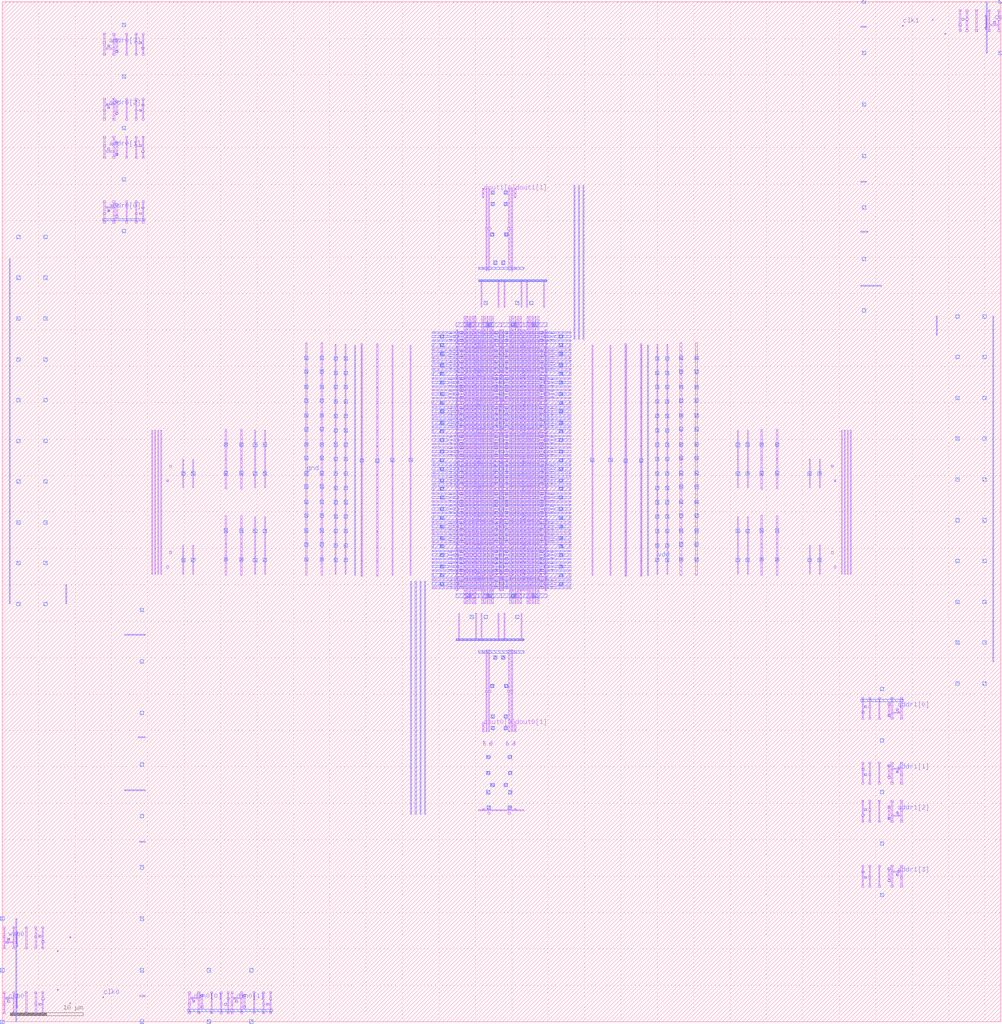
<source format=lef>
VERSION 5.4 ;
NAMESCASESENSITIVE ON ;
BUSBITCHARS "[]" ;
DIVIDERCHAR "/" ;
UNITS
  DATABASE MICRONS 2000 ;
END UNITS
MACRO sram_2_16_sky130
   CLASS BLOCK ;
   SIZE 137.16 BY 140.08 ;
   SYMMETRY X Y R90 ;
   PIN din0[0]
      DIRECTION INPUT ;
      PORT
         LAYER m2 ;
         RECT  26.135 2.69 26.465 2.95 ;
      END
   END din0[0]
   PIN din0[1]
      DIRECTION INPUT ;
      PORT
         LAYER m2 ;
         RECT  31.975 2.69 32.305 2.95 ;
      END
   END din0[1]
   PIN addr0[0]
      DIRECTION INPUT ;
      PORT
         LAYER m2 ;
         RECT  14.455 111.25 14.785 111.51 ;
      END
   END addr0[0]
   PIN addr0[1]
      DIRECTION INPUT ;
      PORT
         LAYER m2 ;
         RECT  14.455 119.75 14.785 120.01 ;
      END
   END addr0[1]
   PIN addr0[2]
      DIRECTION INPUT ;
      PORT
         LAYER m2 ;
         RECT  14.455 125.39 14.785 125.65 ;
      END
   END addr0[2]
   PIN addr0[3]
      DIRECTION INPUT ;
      PORT
         LAYER m2 ;
         RECT  14.455 133.89 14.785 134.15 ;
      END
   END addr0[3]
   PIN addr1[0]
      DIRECTION INPUT ;
      PORT
         LAYER m2 ;
         RECT  122.795 42.71 123.125 42.97 ;
      END
   END addr1[0]
   PIN addr1[1]
      DIRECTION INPUT ;
      PORT
         LAYER m2 ;
         RECT  122.795 34.21 123.125 34.47 ;
      END
   END addr1[1]
   PIN addr1[2]
      DIRECTION INPUT ;
      PORT
         LAYER m2 ;
         RECT  122.795 28.57 123.125 28.83 ;
      END
   END addr1[2]
   PIN addr1[3]
      DIRECTION INPUT ;
      PORT
         LAYER m2 ;
         RECT  122.795 20.07 123.125 20.33 ;
      END
   END addr1[3]
   PIN csb0
      DIRECTION INPUT ;
      PORT
         LAYER m2 ;
         RECT  0.685 2.69 1.015 2.95 ;
      END
   END csb0
   PIN csb1
      DIRECTION INPUT ;
      PORT
         LAYER m2 ;
         RECT  136.145 137.13 136.475 137.39 ;
      END
   END csb1
   PIN web0
      DIRECTION INPUT ;
      PORT
         LAYER m2 ;
         RECT  0.685 11.19 1.015 11.45 ;
      END
   END web0
   PIN clk0
      DIRECTION INPUT ;
      PORT
         LAYER m2 ;
         RECT  13.815 3.275 13.955 3.415 ;
      END
   END clk0
   PIN clk1
      DIRECTION INPUT ;
      PORT
         LAYER m2 ;
         RECT  123.625 136.665 123.765 136.805 ;
      END
   END clk1
   PIN dout0[0]
      DIRECTION OUTPUT ;
      PORT
         LAYER m1 ;
         RECT  65.98 39.79 66.21 41.06 ;
      END
   END dout0[0]
   PIN dout0[1]
      DIRECTION OUTPUT ;
      PORT
         LAYER m1 ;
         RECT  70.33 39.79 70.56 41.06 ;
      END
   END dout0[1]
   PIN dout1[0]
      DIRECTION OUTPUT ;
      PORT
         LAYER m1 ;
         RECT  65.98 113.16 66.21 114.43 ;
      END
   END dout1[0]
   PIN dout1[1]
      DIRECTION OUTPUT ;
      PORT
         LAYER m1 ;
         RECT  70.33 113.16 70.56 114.43 ;
      END
   END dout1[1]
   PIN vdd
      DIRECTION INOUT ;
      USE POWER ; 
      SHAPE ABUTMENT ; 
      PORT
         LAYER m3 ;
         RECT  100.815 63.185 101.305 63.675 ;
         LAYER m3 ;
         RECT  43.67 63.22 44.16 63.71 ;
         LAYER m3 ;
         RECT  104.07 67.17 104.56 67.66 ;
         LAYER m3 ;
         RECT  89.745 75.035 90.235 75.525 ;
         LAYER m3 ;
         RECT  130.995 91.015 131.485 91.505 ;
         LAYER m3 ;
         RECT  46.925 84.91 47.415 85.4 ;
         LAYER m3 ;
         RECT  93.0 79.02 93.49 79.51 ;
         LAYER m3 ;
         RECT  89.745 71.085 90.235 71.575 ;
         LAYER m3 ;
         RECT  25.985 63.185 26.475 63.675 ;
         LAYER m3 ;
         RECT  18.945 6.825 19.435 7.315 ;
         LAYER m3 ;
         RECT  46.925 82.935 47.415 83.425 ;
         LAYER m3 ;
         RECT  68.99 107.845 69.48 108.335 ;
         LAYER m3 ;
         RECT  67.12 112.035 67.61 112.525 ;
         LAYER m3 ;
         RECT  1.995 85.115 2.485 85.605 ;
         LAYER m3 ;
         RECT  80.815 76.865 81.305 77.355 ;
         LAYER m3 ;
         RECT  70.49 55.305 70.98 55.795 ;
         LAYER m3 ;
         RECT  100.815 75.035 101.305 75.525 ;
         LAYER m3 ;
         RECT  64.25 55.305 64.74 55.795 ;
         LAYER m3 ;
         RECT  18.945 49.245 19.435 49.735 ;
         LAYER m3 ;
         RECT  66.18 55.305 66.67 55.795 ;
         LAYER m3 ;
         RECT  134.675 46.215 135.165 46.705 ;
         LAYER m3 ;
         RECT  89.745 67.135 90.235 67.625 ;
         LAYER m3 ;
         RECT  100.815 78.985 101.305 79.475 ;
         LAYER m3 ;
         RECT  46.925 77.01 47.415 77.5 ;
         LAYER m3 ;
         RECT  67.06 45.885 67.55 46.375 ;
         LAYER m3 ;
         RECT  89.745 88.86 90.235 89.35 ;
         LAYER m3 ;
         RECT  130.995 79.815 131.485 80.305 ;
         LAYER m3 ;
         RECT  46.925 65.16 47.415 65.65 ;
         LAYER m3 ;
         RECT  25.985 75.035 26.475 75.525 ;
         LAYER m3 ;
         RECT  100.815 67.135 101.305 67.625 ;
         LAYER m3 ;
         RECT  130.995 68.615 131.485 69.105 ;
         LAYER m3 ;
         RECT  67.12 41.695 67.61 42.185 ;
         LAYER m3 ;
         RECT  43.67 67.17 44.16 67.66 ;
         LAYER m3 ;
         RECT  68.93 112.035 69.42 112.525 ;
         LAYER m3 ;
         RECT  118.145 132.765 118.635 133.255 ;
         LAYER m3 ;
         RECT  118.145 104.485 118.635 104.975 ;
         LAYER m3 ;
         RECT  18.945 35.105 19.435 35.595 ;
         LAYER m3 ;
         RECT  55.855 76.865 56.345 77.355 ;
         LAYER m3 ;
         RECT  43.67 82.97 44.16 83.46 ;
         LAYER m3 ;
         RECT  5.675 73.915 6.165 74.405 ;
         LAYER m3 ;
         RECT  93.0 90.87 93.49 91.36 ;
         LAYER m3 ;
         RECT  89.745 65.16 90.235 65.65 ;
         LAYER m3 ;
         RECT  32.6 63.22 33.09 63.71 ;
         LAYER m3 ;
         RECT  1.995 73.915 2.485 74.405 ;
         LAYER m3 ;
         RECT  43.67 75.07 44.16 75.56 ;
         LAYER m3 ;
         RECT  46.925 67.135 47.415 67.625 ;
         LAYER m3 ;
         RECT  46.925 71.085 47.415 71.575 ;
         LAYER m3 ;
         RECT  63.655 95.47 64.145 95.96 ;
         LAYER m3 ;
         RECT  85.39 76.785 85.88 77.275 ;
         LAYER m3 ;
         RECT  89.745 73.06 90.235 73.55 ;
         LAYER m3 ;
         RECT  104.07 79.02 104.56 79.51 ;
         LAYER m3 ;
         RECT  35.855 67.135 36.345 67.625 ;
         LAYER m3 ;
         RECT  134.675 79.815 135.165 80.305 ;
         LAYER m3 ;
         RECT  51.28 76.785 51.77 77.275 ;
         LAYER m3 ;
         RECT  32.6 75.07 33.09 75.56 ;
         LAYER m3 ;
         RECT  93.0 86.92 93.49 87.41 ;
         LAYER m3 ;
         RECT  134.675 68.615 135.165 69.105 ;
         LAYER m3 ;
         RECT  89.745 82.935 90.235 83.425 ;
         LAYER m3 ;
         RECT  67.06 107.845 67.55 108.335 ;
         LAYER m3 ;
         RECT  93.0 85.07 93.49 85.56 ;
         LAYER m3 ;
         RECT  32.6 79.02 33.09 79.51 ;
         LAYER m3 ;
         RECT  46.925 63.185 47.415 63.675 ;
         LAYER m3 ;
         RECT  46.925 88.86 47.415 89.35 ;
         LAYER m3 ;
         RECT  70.49 98.425 70.98 98.915 ;
         LAYER m3 ;
         RECT  120.645 38.345 121.135 38.835 ;
         LAYER m3 ;
         RECT  46.925 80.96 47.415 81.45 ;
         LAYER m3 ;
         RECT  46.925 69.11 47.415 69.6 ;
         LAYER m3 ;
         RECT  66.87 95.565 67.17 95.865 ;
         LAYER m3 ;
         RECT  134.675 57.415 135.165 57.905 ;
         LAYER m3 ;
         RECT  5.675 96.315 6.165 96.805 ;
         LAYER m3 ;
         RECT  1.995 62.715 2.485 63.205 ;
         LAYER m3 ;
         RECT  93.0 75.07 93.49 75.56 ;
         LAYER m3 ;
         RECT  89.745 80.96 90.235 81.45 ;
         LAYER m3 ;
         RECT  43.67 69.27 44.16 69.76 ;
         LAYER m3 ;
         RECT  93.0 82.97 93.49 83.46 ;
         LAYER m3 ;
         RECT  120.645 24.205 121.135 24.695 ;
         LAYER m3 ;
         RECT  118.145 118.625 118.635 119.115 ;
         LAYER m3 ;
         RECT  72.42 98.425 72.91 98.915 ;
         LAYER m3 ;
         RECT  93.0 89.02 93.49 89.51 ;
         LAYER m3 ;
         RECT  43.67 81.12 44.16 81.61 ;
         LAYER m3 ;
         RECT  93.0 77.17 93.49 77.66 ;
         LAYER m3 ;
         RECT  5.675 62.715 6.165 63.205 ;
         LAYER m3 ;
         RECT  130.995 57.415 131.485 57.905 ;
         LAYER m3 ;
         RECT  66.495 33.935 66.985 34.425 ;
         LAYER m3 ;
         RECT  110.685 63.185 111.175 63.675 ;
         LAYER m3 ;
         RECT  33.965 6.825 34.455 7.315 ;
         LAYER m3 ;
         RECT  68.99 45.885 69.48 46.375 ;
         LAYER m3 ;
         RECT  5.675 85.115 6.165 85.605 ;
         LAYER m3 ;
         RECT  16.445 115.385 16.935 115.875 ;
         LAYER m3 ;
         RECT  43.67 79.02 44.16 79.51 ;
         LAYER m3 ;
         RECT  1.995 107.515 2.485 108.005 ;
         LAYER m3 ;
         RECT  5.675 107.515 6.165 108.005 ;
         LAYER m3 ;
         RECT  46.925 73.06 47.415 73.55 ;
         LAYER m3 ;
         RECT  110.685 75.035 111.175 75.525 ;
         LAYER m3 ;
         RECT  43.67 71.12 44.16 71.61 ;
         LAYER m3 ;
         RECT  69.455 29.185 69.945 29.675 ;
         LAYER m3 ;
         RECT  104.07 63.22 104.56 63.71 ;
         LAYER m3 ;
         RECT  89.745 78.985 90.235 79.475 ;
         LAYER m3 ;
         RECT  93.0 69.27 93.49 69.76 ;
         LAYER m3 ;
         RECT  134.675 91.015 135.165 91.505 ;
         LAYER m3 ;
         RECT  66.87 58.355 67.17 58.655 ;
         LAYER m3 ;
         RECT  43.67 65.32 44.16 65.81 ;
         LAYER m3 ;
         RECT  93.0 81.12 93.49 81.61 ;
         LAYER m3 ;
         RECT  43.67 86.92 44.16 87.41 ;
         LAYER m3 ;
         RECT  35.855 78.985 36.345 79.475 ;
         LAYER m3 ;
         RECT  104.07 75.07 104.56 75.56 ;
         LAYER m3 ;
         RECT  136.915 132.765 137.405 133.255 ;
         LAYER m3 ;
         RECT  93.0 63.22 93.49 63.71 ;
         LAYER m3 ;
         RECT  43.67 90.87 44.16 91.36 ;
         LAYER m3 ;
         RECT  130.995 46.215 131.485 46.705 ;
         LAYER m3 ;
         RECT  89.745 77.01 90.235 77.5 ;
         LAYER m3 ;
         RECT  35.855 63.185 36.345 63.675 ;
         LAYER m3 ;
         RECT  46.925 86.885 47.415 87.375 ;
         LAYER m3 ;
         RECT  16.445 129.525 16.935 130.015 ;
         LAYER m3 ;
         RECT  66.18 98.425 66.67 98.915 ;
         LAYER m3 ;
         RECT  93.0 67.17 93.49 67.66 ;
         LAYER m3 ;
         RECT  93.0 73.22 93.49 73.71 ;
         LAYER m3 ;
         RECT  63.655 58.26 64.145 58.75 ;
         LAYER m3 ;
         RECT  43.67 85.07 44.16 85.56 ;
         LAYER m3 ;
         RECT  43.67 77.17 44.16 77.66 ;
         LAYER m3 ;
         RECT  69.555 33.935 70.045 34.425 ;
         LAYER m3 ;
         RECT  46.925 75.035 47.415 75.525 ;
         LAYER m3 ;
         RECT  89.745 84.91 90.235 85.4 ;
         LAYER m3 ;
         RECT  73.015 58.26 73.505 58.75 ;
         LAYER m3 ;
         RECT  43.67 73.22 44.16 73.71 ;
         LAYER m3 ;
         RECT  32.6 67.17 33.09 67.66 ;
         LAYER m3 ;
         RECT  73.015 95.47 73.505 95.96 ;
         LAYER m3 ;
         RECT  35.855 75.035 36.345 75.525 ;
         LAYER m3 ;
         RECT  66.595 29.185 67.085 29.675 ;
         LAYER m3 ;
         RECT  69.99 95.565 70.29 95.865 ;
         LAYER m3 ;
         RECT  46.925 78.985 47.415 79.475 ;
         LAYER m3 ;
         RECT  93.0 65.32 93.49 65.81 ;
         LAYER m3 ;
         RECT  68.93 41.695 69.42 42.185 ;
         LAYER m3 ;
         RECT  18.945 20.965 19.435 21.455 ;
         LAYER m3 ;
         RECT  46.925 90.835 47.415 91.325 ;
         LAYER m3 ;
         RECT  1.995 96.315 2.485 96.805 ;
         LAYER m3 ;
         RECT  28.125 6.825 28.615 7.315 ;
         LAYER m3 ;
         RECT  43.67 89.02 44.16 89.51 ;
         LAYER m3 ;
         RECT  93.0 71.12 93.49 71.61 ;
         LAYER m3 ;
         RECT  89.745 90.835 90.235 91.325 ;
         LAYER m3 ;
         RECT  89.745 69.11 90.235 69.6 ;
         LAYER m3 ;
         RECT  89.745 86.885 90.235 87.375 ;
         LAYER m3 ;
         RECT  -0.245 6.825 0.245 7.315 ;
         LAYER m3 ;
         RECT  69.99 58.355 70.29 58.655 ;
         LAYER m3 ;
         RECT  89.745 63.185 90.235 63.675 ;
      END
   END vdd
   PIN gnd
      DIRECTION INOUT ;
      USE GROUND ; 
      SHAPE ABUTMENT ; 
      PORT
         LAYER m3 ;
         RECT  41.545 79.02 42.035 79.51 ;
         LAYER m3 ;
         RECT  102.175 78.985 102.665 79.475 ;
         LAYER m3 ;
         RECT  76.59 78.145 76.89 78.445 ;
         LAYER m3 ;
         RECT  1.995 68.315 2.485 68.805 ;
         LAYER m3 ;
         RECT  76.59 84.86 76.89 85.16 ;
         LAYER m3 ;
         RECT  60.27 87.625 60.57 87.925 ;
         LAYER m3 ;
         RECT  106.195 67.17 106.685 67.66 ;
         LAYER m3 ;
         RECT  91.105 82.935 91.595 83.425 ;
         LAYER m3 ;
         RECT  16.445 122.455 16.935 122.945 ;
         LAYER m3 ;
         RECT  76.59 67.875 76.89 68.175 ;
         LAYER m3 ;
         RECT  60.27 73.01 60.57 73.31 ;
         LAYER m3 ;
         RECT  1.995 90.715 2.485 91.205 ;
         LAYER m3 ;
         RECT  5.675 101.915 6.165 102.405 ;
         LAYER m3 ;
         RECT  76.59 82.095 76.89 82.395 ;
         LAYER m3 ;
         RECT  45.565 71.085 46.055 71.575 ;
         LAYER m3 ;
         RECT  95.125 89.01 95.615 89.5 ;
         LAYER m3 ;
         RECT  45.565 73.06 46.055 73.55 ;
         LAYER m3 ;
         RECT  95.125 73.21 95.615 73.7 ;
         LAYER m3 ;
         RECT  30.475 79.02 30.965 79.51 ;
         LAYER m3 ;
         RECT  45.565 75.035 46.055 75.525 ;
         LAYER m3 ;
         RECT  102.175 63.185 102.665 63.675 ;
         LAYER m3 ;
         RECT  91.105 90.835 91.595 91.325 ;
         LAYER m3 ;
         RECT  60.27 69.06 60.57 69.36 ;
         LAYER m3 ;
         RECT  41.545 82.97 42.035 83.46 ;
         LAYER m3 ;
         RECT  5.675 90.715 6.165 91.205 ;
         LAYER m3 ;
         RECT  67.47 49.755 67.96 50.245 ;
         LAYER m3 ;
         RECT  87.515 76.79 88.005 77.28 ;
         LAYER m3 ;
         RECT  76.59 92.76 76.89 93.06 ;
         LAYER m3 ;
         RECT  45.565 80.96 46.055 81.45 ;
         LAYER m3 ;
         RECT  -0.245 13.905 0.245 14.395 ;
         LAYER m3 ;
         RECT  34.495 78.985 34.985 79.475 ;
         LAYER m3 ;
         RECT  68.58 103.975 69.07 104.465 ;
         LAYER m3 ;
         RECT  60.27 75.775 60.57 76.075 ;
         LAYER m3 ;
         RECT  60.27 70.245 60.57 70.545 ;
         LAYER m3 ;
         RECT  76.59 70.245 76.89 70.545 ;
         LAYER m3 ;
         RECT  76.59 87.625 76.89 87.925 ;
         LAYER m3 ;
         RECT  18.945 42.175 19.435 42.665 ;
         LAYER m3 ;
         RECT  45.565 86.885 46.055 87.375 ;
         LAYER m3 ;
         RECT  91.105 77.01 91.595 77.5 ;
         LAYER m3 ;
         RECT  118.145 111.555 118.635 112.045 ;
         LAYER m3 ;
         RECT  76.59 76.96 76.89 77.26 ;
         LAYER m3 ;
         RECT  33.965 -0.245 34.455 0.245 ;
         LAYER m3 ;
         RECT  28.125 -0.245 28.615 0.245 ;
         LAYER m3 ;
         RECT  49.155 76.79 49.645 77.28 ;
         LAYER m3 ;
         RECT  69.525 31.265 70.015 31.755 ;
         LAYER m3 ;
         RECT  60.27 78.145 60.57 78.445 ;
         LAYER m3 ;
         RECT  91.105 80.96 91.595 81.45 ;
         LAYER m3 ;
         RECT  60.27 80.91 60.57 81.21 ;
         LAYER m3 ;
         RECT  118.145 139.835 118.635 140.325 ;
         LAYER m3 ;
         RECT  60.27 86.045 60.57 86.345 ;
         LAYER m3 ;
         RECT  5.675 57.115 6.165 57.605 ;
         LAYER m3 ;
         RECT  30.475 67.17 30.965 67.66 ;
         LAYER m3 ;
         RECT  134.675 51.815 135.165 52.305 ;
         LAYER m3 ;
         RECT  34.495 67.135 34.985 67.625 ;
         LAYER m3 ;
         RECT  24.625 63.185 25.115 63.675 ;
         LAYER m3 ;
         RECT  60.27 76.96 60.57 77.26 ;
         LAYER m3 ;
         RECT  95.125 65.31 95.615 65.8 ;
         LAYER m3 ;
         RECT  91.105 75.035 91.595 75.525 ;
         LAYER m3 ;
         RECT  68.93 113.645 69.42 114.135 ;
         LAYER m3 ;
         RECT  60.27 62.345 60.57 62.645 ;
         LAYER m3 ;
         RECT  112.045 75.035 112.535 75.525 ;
         LAYER m3 ;
         RECT  41.545 85.06 42.035 85.55 ;
         LAYER m3 ;
         RECT  60.27 66.295 60.57 66.595 ;
         LAYER m3 ;
         RECT  45.565 90.835 46.055 91.325 ;
         LAYER m3 ;
         RECT  18.945 56.315 19.435 56.805 ;
         LAYER m3 ;
         RECT  18.945 -0.245 19.435 0.245 ;
         LAYER m3 ;
         RECT  95.125 82.97 95.615 83.46 ;
         LAYER m3 ;
         RECT  91.105 73.06 91.595 73.55 ;
         LAYER m3 ;
         RECT  60.27 71.825 60.57 72.125 ;
         LAYER m3 ;
         RECT  130.995 96.615 131.485 97.105 ;
         LAYER m3 ;
         RECT  134.675 74.215 135.165 74.705 ;
         LAYER m3 ;
         RECT  136.915 139.845 137.405 140.335 ;
         LAYER m3 ;
         RECT  24.625 75.035 25.115 75.525 ;
         LAYER m3 ;
         RECT  134.675 96.615 135.165 97.105 ;
         LAYER m3 ;
         RECT  95.125 77.16 95.615 77.65 ;
         LAYER m3 ;
         RECT  76.59 89.995 76.89 90.295 ;
         LAYER m3 ;
         RECT  60.27 93.945 60.57 94.245 ;
         LAYER m3 ;
         RECT  69.5 36.12 69.99 36.61 ;
         LAYER m3 ;
         RECT  91.105 71.085 91.595 71.575 ;
         LAYER m3 ;
         RECT  41.545 67.17 42.035 67.66 ;
         LAYER m3 ;
         RECT  1.995 79.515 2.485 80.005 ;
         LAYER m3 ;
         RECT  60.27 59.975 60.57 60.275 ;
         LAYER m3 ;
         RECT  45.565 63.185 46.055 63.675 ;
         LAYER m3 ;
         RECT  130.995 74.215 131.485 74.705 ;
         LAYER m3 ;
         RECT  66.525 31.265 67.015 31.755 ;
         LAYER m3 ;
         RECT  76.59 83.675 76.89 83.975 ;
         LAYER m3 ;
         RECT  60.27 65.11 60.57 65.41 ;
         LAYER m3 ;
         RECT  106.195 63.22 106.685 63.71 ;
         LAYER m3 ;
         RECT  120.645 45.415 121.135 45.905 ;
         LAYER m3 ;
         RECT  106.195 79.02 106.685 79.51 ;
         LAYER m3 ;
         RECT  76.59 66.295 76.89 66.595 ;
         LAYER m3 ;
         RECT  112.045 63.185 112.535 63.675 ;
         LAYER m3 ;
         RECT  41.545 69.26 42.035 69.75 ;
         LAYER m3 ;
         RECT  76.59 63.925 76.89 64.225 ;
         LAYER m3 ;
         RECT  76.59 69.06 76.89 69.36 ;
         LAYER m3 ;
         RECT  45.565 78.985 46.055 79.475 ;
         LAYER m3 ;
         RECT  60.27 91.575 60.57 91.875 ;
         LAYER m3 ;
         RECT  76.59 88.81 76.89 89.11 ;
         LAYER m3 ;
         RECT  5.675 68.315 6.165 68.805 ;
         LAYER m3 ;
         RECT  67.12 40.085 67.61 40.575 ;
         LAYER m3 ;
         RECT  76.59 79.725 76.89 80.025 ;
         LAYER m3 ;
         RECT  41.545 81.11 42.035 81.6 ;
         LAYER m3 ;
         RECT  83.305 76.865 83.795 77.355 ;
         LAYER m3 ;
         RECT  91.105 84.91 91.595 85.4 ;
         LAYER m3 ;
         RECT  76.59 59.975 76.89 60.275 ;
         LAYER m3 ;
         RECT  95.125 86.92 95.615 87.41 ;
         LAYER m3 ;
         RECT  95.125 71.12 95.615 71.61 ;
         LAYER m3 ;
         RECT  60.27 79.725 60.57 80.025 ;
         LAYER m3 ;
         RECT  76.59 75.775 76.89 76.075 ;
         LAYER m3 ;
         RECT  1.995 101.915 2.485 102.405 ;
         LAYER m3 ;
         RECT  91.105 65.16 91.595 65.65 ;
         LAYER m3 ;
         RECT  76.59 74.195 76.89 74.495 ;
         LAYER m3 ;
         RECT  95.125 81.11 95.615 81.6 ;
         LAYER m3 ;
         RECT  16.445 136.595 16.935 137.085 ;
         LAYER m3 ;
         RECT  41.545 65.31 42.035 65.8 ;
         LAYER m3 ;
         RECT  67.12 113.645 67.61 114.135 ;
         LAYER m3 ;
         RECT  130.995 51.815 131.485 52.305 ;
         LAYER m3 ;
         RECT  41.545 73.21 42.035 73.7 ;
         LAYER m3 ;
         RECT  102.175 67.135 102.665 67.625 ;
         LAYER m3 ;
         RECT  95.125 85.06 95.615 85.55 ;
         LAYER m3 ;
         RECT  130.995 63.015 131.485 63.505 ;
         LAYER m3 ;
         RECT  45.565 67.135 46.055 67.625 ;
         LAYER m3 ;
         RECT  68.93 40.085 69.42 40.575 ;
         LAYER m3 ;
         RECT  76.59 86.045 76.89 86.345 ;
         LAYER m3 ;
         RECT  106.195 75.07 106.685 75.56 ;
         LAYER m3 ;
         RECT  34.495 63.185 34.985 63.675 ;
         LAYER m3 ;
         RECT  76.59 93.945 76.89 94.245 ;
         LAYER m3 ;
         RECT  91.105 69.11 91.595 69.6 ;
         LAYER m3 ;
         RECT  60.27 67.875 60.57 68.175 ;
         LAYER m3 ;
         RECT  76.59 61.16 76.89 61.46 ;
         LAYER m3 ;
         RECT  95.125 90.87 95.615 91.36 ;
         LAYER m3 ;
         RECT  41.545 90.87 42.035 91.36 ;
         LAYER m3 ;
         RECT  118.145 97.415 118.635 97.905 ;
         LAYER m3 ;
         RECT  76.59 80.91 76.89 81.21 ;
         LAYER m3 ;
         RECT  60.27 84.86 60.57 85.16 ;
         LAYER m3 ;
         RECT  45.565 82.935 46.055 83.425 ;
         LAYER m3 ;
         RECT  34.495 75.035 34.985 75.525 ;
         LAYER m3 ;
         RECT  60.27 63.925 60.57 64.225 ;
         LAYER m3 ;
         RECT  5.675 79.515 6.165 80.005 ;
         LAYER m3 ;
         RECT  18.945 13.895 19.435 14.385 ;
         LAYER m3 ;
         RECT  60.27 92.76 60.57 93.06 ;
         LAYER m3 ;
         RECT  76.59 73.01 76.89 73.31 ;
         LAYER m3 ;
         RECT  76.59 62.345 76.89 62.645 ;
         LAYER m3 ;
         RECT  95.125 69.26 95.615 69.75 ;
         LAYER m3 ;
         RECT  91.105 67.135 91.595 67.625 ;
         LAYER m3 ;
         RECT  30.475 75.07 30.965 75.56 ;
         LAYER m3 ;
         RECT  60.27 82.095 60.57 82.395 ;
         LAYER m3 ;
         RECT  60.27 83.675 60.57 83.975 ;
         LAYER m3 ;
         RECT  45.565 65.16 46.055 65.65 ;
         LAYER m3 ;
         RECT  41.545 63.22 42.035 63.71 ;
         LAYER m3 ;
         RECT  60.27 88.81 60.57 89.11 ;
         LAYER m3 ;
         RECT  16.445 108.315 16.935 108.805 ;
         LAYER m3 ;
         RECT  60.27 61.16 60.57 61.46 ;
         LAYER m3 ;
         RECT  53.365 76.865 53.855 77.355 ;
         LAYER m3 ;
         RECT  67.47 103.975 67.96 104.465 ;
         LAYER m3 ;
         RECT  91.105 78.985 91.595 79.475 ;
         LAYER m3 ;
         RECT  -0.245 -0.255 0.245 0.235 ;
         LAYER m3 ;
         RECT  134.675 63.015 135.165 63.505 ;
         LAYER m3 ;
         RECT  76.59 71.825 76.89 72.125 ;
         LAYER m3 ;
         RECT  45.565 84.91 46.055 85.4 ;
         LAYER m3 ;
         RECT  102.175 75.035 102.665 75.525 ;
         LAYER m3 ;
         RECT  120.645 31.275 121.135 31.765 ;
         LAYER m3 ;
         RECT  95.125 75.07 95.615 75.56 ;
         LAYER m3 ;
         RECT  91.105 63.185 91.595 63.675 ;
         LAYER m3 ;
         RECT  60.27 74.195 60.57 74.495 ;
         LAYER m3 ;
         RECT  95.125 79.02 95.615 79.51 ;
         LAYER m3 ;
         RECT  118.145 125.695 118.635 126.185 ;
         LAYER m3 ;
         RECT  130.995 85.415 131.485 85.905 ;
         LAYER m3 ;
         RECT  68.95 32.275 69.44 32.765 ;
         LAYER m3 ;
         RECT  45.565 77.01 46.055 77.5 ;
         LAYER m3 ;
         RECT  30.475 63.22 30.965 63.71 ;
         LAYER m3 ;
         RECT  1.995 57.115 2.485 57.605 ;
         LAYER m3 ;
         RECT  18.945 28.035 19.435 28.525 ;
         LAYER m3 ;
         RECT  41.545 71.12 42.035 71.61 ;
         LAYER m3 ;
         RECT  134.675 85.415 135.165 85.905 ;
         LAYER m3 ;
         RECT  60.27 89.995 60.57 90.295 ;
         LAYER m3 ;
         RECT  95.125 67.17 95.615 67.66 ;
         LAYER m3 ;
         RECT  41.545 89.01 42.035 89.5 ;
         LAYER m3 ;
         RECT  41.545 77.16 42.035 77.65 ;
         LAYER m3 ;
         RECT  66.55 36.12 67.04 36.61 ;
         LAYER m3 ;
         RECT  76.59 65.11 76.89 65.41 ;
         LAYER m3 ;
         RECT  91.105 88.86 91.595 89.35 ;
         LAYER m3 ;
         RECT  68.58 49.755 69.07 50.245 ;
         LAYER m3 ;
         RECT  76.59 91.575 76.89 91.875 ;
         LAYER m3 ;
         RECT  45.565 88.86 46.055 89.35 ;
         LAYER m3 ;
         RECT  91.105 86.885 91.595 87.375 ;
         LAYER m3 ;
         RECT  95.125 63.22 95.615 63.71 ;
         LAYER m3 ;
         RECT  120.645 17.135 121.135 17.625 ;
         LAYER m3 ;
         RECT  45.565 69.11 46.055 69.6 ;
         LAYER m3 ;
         RECT  67.1 32.275 67.59 32.765 ;
         LAYER m3 ;
         RECT  41.545 86.92 42.035 87.41 ;
         LAYER m3 ;
         RECT  41.545 75.07 42.035 75.56 ;
      END
   END gnd
   OBS
   LAYER  m1 ;
      RECT  68.295 61.705 68.37 63.41 ;
      RECT  68.37 61.12 68.58 61.5 ;
      RECT  66.21 60.79 66.39 61.705 ;
      POLYGON  67.86 61.795 67.86 62.205 68.035 62.205 68.115 62.125 68.115 61.795 67.86 61.795 ;
      RECT  65.85 61.705 66.03 63.41 ;
      RECT  66.21 61.705 66.39 63.41 ;
      RECT  65.46 61.705 65.67 63.41 ;
      RECT  65.25 61.5 65.46 61.705 ;
      RECT  65.25 61.705 65.46 63.41 ;
      RECT  68.37 61.705 68.58 63.41 ;
      POLYGON  67.86 62.785 67.86 63.195 68.115 63.195 68.115 62.865 68.035 62.785 67.86 62.785 ;
      RECT  65.46 61.12 65.67 61.5 ;
      RECT  68.37 60.79 68.58 61.12 ;
      RECT  66.57 60.79 66.75 61.705 ;
      RECT  68.21 62.29 68.295 62.7 ;
      RECT  67.29 61.705 67.47 63.41 ;
      RECT  67.65 62.785 67.86 63.195 ;
      RECT  65.46 60.79 65.67 61.12 ;
      RECT  67.65 61.795 67.86 62.205 ;
      RECT  67.65 61.12 67.86 61.5 ;
      RECT  65.25 61.12 65.46 61.5 ;
      RECT  66.93 60.79 67.11 61.705 ;
      RECT  66.93 61.705 67.11 63.41 ;
      RECT  68.37 61.5 68.58 61.705 ;
      RECT  65.46 61.5 65.67 61.705 ;
      RECT  65.25 60.79 65.46 61.12 ;
      RECT  67.29 60.79 67.47 61.705 ;
      RECT  65.85 60.79 66.03 61.705 ;
      POLYGON  68.295 60.79 68.295 61.12 67.86 61.12 67.86 61.5 68.295 61.5 68.295 61.705 68.37 61.705 68.37 60.79 68.295 60.79 ;
      RECT  66.57 61.705 66.75 63.41 ;
      RECT  68.295 64.865 68.37 63.16 ;
      RECT  68.37 65.45 68.58 65.07 ;
      RECT  66.21 65.78 66.39 64.865 ;
      POLYGON  67.86 64.775 67.86 64.365 68.035 64.365 68.115 64.445 68.115 64.775 67.86 64.775 ;
      RECT  65.85 64.865 66.03 63.16 ;
      RECT  66.21 64.865 66.39 63.16 ;
      RECT  65.46 64.865 65.67 63.16 ;
      RECT  65.25 65.07 65.46 64.865 ;
      RECT  65.25 64.865 65.46 63.16 ;
      RECT  68.37 64.865 68.58 63.16 ;
      POLYGON  67.86 63.785 67.86 63.375 68.115 63.375 68.115 63.705 68.035 63.785 67.86 63.785 ;
      RECT  65.46 65.45 65.67 65.07 ;
      RECT  68.37 65.78 68.58 65.45 ;
      RECT  66.57 65.78 66.75 64.865 ;
      RECT  68.21 64.28 68.295 63.87 ;
      RECT  67.29 64.865 67.47 63.16 ;
      RECT  67.65 63.785 67.86 63.375 ;
      RECT  65.46 65.78 65.67 65.45 ;
      RECT  67.65 64.775 67.86 64.365 ;
      RECT  67.65 65.45 67.86 65.07 ;
      RECT  65.25 65.45 65.46 65.07 ;
      RECT  66.93 65.78 67.11 64.865 ;
      RECT  66.93 64.865 67.11 63.16 ;
      RECT  68.37 65.07 68.58 64.865 ;
      RECT  65.46 65.07 65.67 64.865 ;
      RECT  65.25 65.78 65.46 65.45 ;
      RECT  67.29 65.78 67.47 64.865 ;
      RECT  65.85 65.78 66.03 64.865 ;
      POLYGON  68.295 65.78 68.295 65.45 67.86 65.45 67.86 65.07 68.295 65.07 68.295 64.865 68.37 64.865 68.37 65.78 68.295 65.78 ;
      RECT  66.57 64.865 66.75 63.16 ;
      RECT  68.295 65.655 68.37 67.36 ;
      RECT  68.37 65.07 68.58 65.45 ;
      RECT  66.21 64.74 66.39 65.655 ;
      POLYGON  67.86 65.745 67.86 66.155 68.035 66.155 68.115 66.075 68.115 65.745 67.86 65.745 ;
      RECT  65.85 65.655 66.03 67.36 ;
      RECT  66.21 65.655 66.39 67.36 ;
      RECT  65.46 65.655 65.67 67.36 ;
      RECT  65.25 65.45 65.46 65.655 ;
      RECT  65.25 65.655 65.46 67.36 ;
      RECT  68.37 65.655 68.58 67.36 ;
      POLYGON  67.86 66.735 67.86 67.145 68.115 67.145 68.115 66.815 68.035 66.735 67.86 66.735 ;
      RECT  65.46 65.07 65.67 65.45 ;
      RECT  68.37 64.74 68.58 65.07 ;
      RECT  66.57 64.74 66.75 65.655 ;
      RECT  68.21 66.24 68.295 66.65 ;
      RECT  67.29 65.655 67.47 67.36 ;
      RECT  67.65 66.735 67.86 67.145 ;
      RECT  65.46 64.74 65.67 65.07 ;
      RECT  67.65 65.745 67.86 66.155 ;
      RECT  67.65 65.07 67.86 65.45 ;
      RECT  65.25 65.07 65.46 65.45 ;
      RECT  66.93 64.74 67.11 65.655 ;
      RECT  66.93 65.655 67.11 67.36 ;
      RECT  68.37 65.45 68.58 65.655 ;
      RECT  65.46 65.45 65.67 65.655 ;
      RECT  65.25 64.74 65.46 65.07 ;
      RECT  67.29 64.74 67.47 65.655 ;
      RECT  65.85 64.74 66.03 65.655 ;
      POLYGON  68.295 64.74 68.295 65.07 67.86 65.07 67.86 65.45 68.295 65.45 68.295 65.655 68.37 65.655 68.37 64.74 68.295 64.74 ;
      RECT  66.57 65.655 66.75 67.36 ;
      RECT  68.295 68.815 68.37 67.11 ;
      RECT  68.37 69.4 68.58 69.02 ;
      RECT  66.21 69.73 66.39 68.815 ;
      POLYGON  67.86 68.725 67.86 68.315 68.035 68.315 68.115 68.395 68.115 68.725 67.86 68.725 ;
      RECT  65.85 68.815 66.03 67.11 ;
      RECT  66.21 68.815 66.39 67.11 ;
      RECT  65.46 68.815 65.67 67.11 ;
      RECT  65.25 69.02 65.46 68.815 ;
      RECT  65.25 68.815 65.46 67.11 ;
      RECT  68.37 68.815 68.58 67.11 ;
      POLYGON  67.86 67.735 67.86 67.325 68.115 67.325 68.115 67.655 68.035 67.735 67.86 67.735 ;
      RECT  65.46 69.4 65.67 69.02 ;
      RECT  68.37 69.73 68.58 69.4 ;
      RECT  66.57 69.73 66.75 68.815 ;
      RECT  68.21 68.23 68.295 67.82 ;
      RECT  67.29 68.815 67.47 67.11 ;
      RECT  67.65 67.735 67.86 67.325 ;
      RECT  65.46 69.73 65.67 69.4 ;
      RECT  67.65 68.725 67.86 68.315 ;
      RECT  67.65 69.4 67.86 69.02 ;
      RECT  65.25 69.4 65.46 69.02 ;
      RECT  66.93 69.73 67.11 68.815 ;
      RECT  66.93 68.815 67.11 67.11 ;
      RECT  68.37 69.02 68.58 68.815 ;
      RECT  65.46 69.02 65.67 68.815 ;
      RECT  65.25 69.73 65.46 69.4 ;
      RECT  67.29 69.73 67.47 68.815 ;
      RECT  65.85 69.73 66.03 68.815 ;
      POLYGON  68.295 69.73 68.295 69.4 67.86 69.4 67.86 69.02 68.295 69.02 68.295 68.815 68.37 68.815 68.37 69.73 68.295 69.73 ;
      RECT  66.57 68.815 66.75 67.11 ;
      RECT  68.295 69.605 68.37 71.31 ;
      RECT  68.37 69.02 68.58 69.4 ;
      RECT  66.21 68.69 66.39 69.605 ;
      POLYGON  67.86 69.695 67.86 70.105 68.035 70.105 68.115 70.025 68.115 69.695 67.86 69.695 ;
      RECT  65.85 69.605 66.03 71.31 ;
      RECT  66.21 69.605 66.39 71.31 ;
      RECT  65.46 69.605 65.67 71.31 ;
      RECT  65.25 69.4 65.46 69.605 ;
      RECT  65.25 69.605 65.46 71.31 ;
      RECT  68.37 69.605 68.58 71.31 ;
      POLYGON  67.86 70.685 67.86 71.095 68.115 71.095 68.115 70.765 68.035 70.685 67.86 70.685 ;
      RECT  65.46 69.02 65.67 69.4 ;
      RECT  68.37 68.69 68.58 69.02 ;
      RECT  66.57 68.69 66.75 69.605 ;
      RECT  68.21 70.19 68.295 70.6 ;
      RECT  67.29 69.605 67.47 71.31 ;
      RECT  67.65 70.685 67.86 71.095 ;
      RECT  65.46 68.69 65.67 69.02 ;
      RECT  67.65 69.695 67.86 70.105 ;
      RECT  67.65 69.02 67.86 69.4 ;
      RECT  65.25 69.02 65.46 69.4 ;
      RECT  66.93 68.69 67.11 69.605 ;
      RECT  66.93 69.605 67.11 71.31 ;
      RECT  68.37 69.4 68.58 69.605 ;
      RECT  65.46 69.4 65.67 69.605 ;
      RECT  65.25 68.69 65.46 69.02 ;
      RECT  67.29 68.69 67.47 69.605 ;
      RECT  65.85 68.69 66.03 69.605 ;
      POLYGON  68.295 68.69 68.295 69.02 67.86 69.02 67.86 69.4 68.295 69.4 68.295 69.605 68.37 69.605 68.37 68.69 68.295 68.69 ;
      RECT  66.57 69.605 66.75 71.31 ;
      RECT  68.295 72.765 68.37 71.06 ;
      RECT  68.37 73.35 68.58 72.97 ;
      RECT  66.21 73.68 66.39 72.765 ;
      POLYGON  67.86 72.675 67.86 72.265 68.035 72.265 68.115 72.345 68.115 72.675 67.86 72.675 ;
      RECT  65.85 72.765 66.03 71.06 ;
      RECT  66.21 72.765 66.39 71.06 ;
      RECT  65.46 72.765 65.67 71.06 ;
      RECT  65.25 72.97 65.46 72.765 ;
      RECT  65.25 72.765 65.46 71.06 ;
      RECT  68.37 72.765 68.58 71.06 ;
      POLYGON  67.86 71.685 67.86 71.275 68.115 71.275 68.115 71.605 68.035 71.685 67.86 71.685 ;
      RECT  65.46 73.35 65.67 72.97 ;
      RECT  68.37 73.68 68.58 73.35 ;
      RECT  66.57 73.68 66.75 72.765 ;
      RECT  68.21 72.18 68.295 71.77 ;
      RECT  67.29 72.765 67.47 71.06 ;
      RECT  67.65 71.685 67.86 71.275 ;
      RECT  65.46 73.68 65.67 73.35 ;
      RECT  67.65 72.675 67.86 72.265 ;
      RECT  67.65 73.35 67.86 72.97 ;
      RECT  65.25 73.35 65.46 72.97 ;
      RECT  66.93 73.68 67.11 72.765 ;
      RECT  66.93 72.765 67.11 71.06 ;
      RECT  68.37 72.97 68.58 72.765 ;
      RECT  65.46 72.97 65.67 72.765 ;
      RECT  65.25 73.68 65.46 73.35 ;
      RECT  67.29 73.68 67.47 72.765 ;
      RECT  65.85 73.68 66.03 72.765 ;
      POLYGON  68.295 73.68 68.295 73.35 67.86 73.35 67.86 72.97 68.295 72.97 68.295 72.765 68.37 72.765 68.37 73.68 68.295 73.68 ;
      RECT  66.57 72.765 66.75 71.06 ;
      RECT  68.295 73.555 68.37 75.26 ;
      RECT  68.37 72.97 68.58 73.35 ;
      RECT  66.21 72.64 66.39 73.555 ;
      POLYGON  67.86 73.645 67.86 74.055 68.035 74.055 68.115 73.975 68.115 73.645 67.86 73.645 ;
      RECT  65.85 73.555 66.03 75.26 ;
      RECT  66.21 73.555 66.39 75.26 ;
      RECT  65.46 73.555 65.67 75.26 ;
      RECT  65.25 73.35 65.46 73.555 ;
      RECT  65.25 73.555 65.46 75.26 ;
      RECT  68.37 73.555 68.58 75.26 ;
      POLYGON  67.86 74.635 67.86 75.045 68.115 75.045 68.115 74.715 68.035 74.635 67.86 74.635 ;
      RECT  65.46 72.97 65.67 73.35 ;
      RECT  68.37 72.64 68.58 72.97 ;
      RECT  66.57 72.64 66.75 73.555 ;
      RECT  68.21 74.14 68.295 74.55 ;
      RECT  67.29 73.555 67.47 75.26 ;
      RECT  67.65 74.635 67.86 75.045 ;
      RECT  65.46 72.64 65.67 72.97 ;
      RECT  67.65 73.645 67.86 74.055 ;
      RECT  67.65 72.97 67.86 73.35 ;
      RECT  65.25 72.97 65.46 73.35 ;
      RECT  66.93 72.64 67.11 73.555 ;
      RECT  66.93 73.555 67.11 75.26 ;
      RECT  68.37 73.35 68.58 73.555 ;
      RECT  65.46 73.35 65.67 73.555 ;
      RECT  65.25 72.64 65.46 72.97 ;
      RECT  67.29 72.64 67.47 73.555 ;
      RECT  65.85 72.64 66.03 73.555 ;
      POLYGON  68.295 72.64 68.295 72.97 67.86 72.97 67.86 73.35 68.295 73.35 68.295 73.555 68.37 73.555 68.37 72.64 68.295 72.64 ;
      RECT  66.57 73.555 66.75 75.26 ;
      RECT  68.295 76.715 68.37 75.01 ;
      RECT  68.37 77.3 68.58 76.92 ;
      RECT  66.21 77.63 66.39 76.715 ;
      POLYGON  67.86 76.625 67.86 76.215 68.035 76.215 68.115 76.295 68.115 76.625 67.86 76.625 ;
      RECT  65.85 76.715 66.03 75.01 ;
      RECT  66.21 76.715 66.39 75.01 ;
      RECT  65.46 76.715 65.67 75.01 ;
      RECT  65.25 76.92 65.46 76.715 ;
      RECT  65.25 76.715 65.46 75.01 ;
      RECT  68.37 76.715 68.58 75.01 ;
      POLYGON  67.86 75.635 67.86 75.225 68.115 75.225 68.115 75.555 68.035 75.635 67.86 75.635 ;
      RECT  65.46 77.3 65.67 76.92 ;
      RECT  68.37 77.63 68.58 77.3 ;
      RECT  66.57 77.63 66.75 76.715 ;
      RECT  68.21 76.13 68.295 75.72 ;
      RECT  67.29 76.715 67.47 75.01 ;
      RECT  67.65 75.635 67.86 75.225 ;
      RECT  65.46 77.63 65.67 77.3 ;
      RECT  67.65 76.625 67.86 76.215 ;
      RECT  67.65 77.3 67.86 76.92 ;
      RECT  65.25 77.3 65.46 76.92 ;
      RECT  66.93 77.63 67.11 76.715 ;
      RECT  66.93 76.715 67.11 75.01 ;
      RECT  68.37 76.92 68.58 76.715 ;
      RECT  65.46 76.92 65.67 76.715 ;
      RECT  65.25 77.63 65.46 77.3 ;
      RECT  67.29 77.63 67.47 76.715 ;
      RECT  65.85 77.63 66.03 76.715 ;
      POLYGON  68.295 77.63 68.295 77.3 67.86 77.3 67.86 76.92 68.295 76.92 68.295 76.715 68.37 76.715 68.37 77.63 68.295 77.63 ;
      RECT  66.57 76.715 66.75 75.01 ;
      RECT  68.295 77.505 68.37 79.21 ;
      RECT  68.37 76.92 68.58 77.3 ;
      RECT  66.21 76.59 66.39 77.505 ;
      POLYGON  67.86 77.595 67.86 78.005 68.035 78.005 68.115 77.925 68.115 77.595 67.86 77.595 ;
      RECT  65.85 77.505 66.03 79.21 ;
      RECT  66.21 77.505 66.39 79.21 ;
      RECT  65.46 77.505 65.67 79.21 ;
      RECT  65.25 77.3 65.46 77.505 ;
      RECT  65.25 77.505 65.46 79.21 ;
      RECT  68.37 77.505 68.58 79.21 ;
      POLYGON  67.86 78.585 67.86 78.995 68.115 78.995 68.115 78.665 68.035 78.585 67.86 78.585 ;
      RECT  65.46 76.92 65.67 77.3 ;
      RECT  68.37 76.59 68.58 76.92 ;
      RECT  66.57 76.59 66.75 77.505 ;
      RECT  68.21 78.09 68.295 78.5 ;
      RECT  67.29 77.505 67.47 79.21 ;
      RECT  67.65 78.585 67.86 78.995 ;
      RECT  65.46 76.59 65.67 76.92 ;
      RECT  67.65 77.595 67.86 78.005 ;
      RECT  67.65 76.92 67.86 77.3 ;
      RECT  65.25 76.92 65.46 77.3 ;
      RECT  66.93 76.59 67.11 77.505 ;
      RECT  66.93 77.505 67.11 79.21 ;
      RECT  68.37 77.3 68.58 77.505 ;
      RECT  65.46 77.3 65.67 77.505 ;
      RECT  65.25 76.59 65.46 76.92 ;
      RECT  67.29 76.59 67.47 77.505 ;
      RECT  65.85 76.59 66.03 77.505 ;
      POLYGON  68.295 76.59 68.295 76.92 67.86 76.92 67.86 77.3 68.295 77.3 68.295 77.505 68.37 77.505 68.37 76.59 68.295 76.59 ;
      RECT  66.57 77.505 66.75 79.21 ;
      RECT  68.295 80.665 68.37 78.96 ;
      RECT  68.37 81.25 68.58 80.87 ;
      RECT  66.21 81.58 66.39 80.665 ;
      POLYGON  67.86 80.575 67.86 80.165 68.035 80.165 68.115 80.245 68.115 80.575 67.86 80.575 ;
      RECT  65.85 80.665 66.03 78.96 ;
      RECT  66.21 80.665 66.39 78.96 ;
      RECT  65.46 80.665 65.67 78.96 ;
      RECT  65.25 80.87 65.46 80.665 ;
      RECT  65.25 80.665 65.46 78.96 ;
      RECT  68.37 80.665 68.58 78.96 ;
      POLYGON  67.86 79.585 67.86 79.175 68.115 79.175 68.115 79.505 68.035 79.585 67.86 79.585 ;
      RECT  65.46 81.25 65.67 80.87 ;
      RECT  68.37 81.58 68.58 81.25 ;
      RECT  66.57 81.58 66.75 80.665 ;
      RECT  68.21 80.08 68.295 79.67 ;
      RECT  67.29 80.665 67.47 78.96 ;
      RECT  67.65 79.585 67.86 79.175 ;
      RECT  65.46 81.58 65.67 81.25 ;
      RECT  67.65 80.575 67.86 80.165 ;
      RECT  67.65 81.25 67.86 80.87 ;
      RECT  65.25 81.25 65.46 80.87 ;
      RECT  66.93 81.58 67.11 80.665 ;
      RECT  66.93 80.665 67.11 78.96 ;
      RECT  68.37 80.87 68.58 80.665 ;
      RECT  65.46 80.87 65.67 80.665 ;
      RECT  65.25 81.58 65.46 81.25 ;
      RECT  67.29 81.58 67.47 80.665 ;
      RECT  65.85 81.58 66.03 80.665 ;
      POLYGON  68.295 81.58 68.295 81.25 67.86 81.25 67.86 80.87 68.295 80.87 68.295 80.665 68.37 80.665 68.37 81.58 68.295 81.58 ;
      RECT  66.57 80.665 66.75 78.96 ;
      RECT  68.295 81.455 68.37 83.16 ;
      RECT  68.37 80.87 68.58 81.25 ;
      RECT  66.21 80.54 66.39 81.455 ;
      POLYGON  67.86 81.545 67.86 81.955 68.035 81.955 68.115 81.875 68.115 81.545 67.86 81.545 ;
      RECT  65.85 81.455 66.03 83.16 ;
      RECT  66.21 81.455 66.39 83.16 ;
      RECT  65.46 81.455 65.67 83.16 ;
      RECT  65.25 81.25 65.46 81.455 ;
      RECT  65.25 81.455 65.46 83.16 ;
      RECT  68.37 81.455 68.58 83.16 ;
      POLYGON  67.86 82.535 67.86 82.945 68.115 82.945 68.115 82.615 68.035 82.535 67.86 82.535 ;
      RECT  65.46 80.87 65.67 81.25 ;
      RECT  68.37 80.54 68.58 80.87 ;
      RECT  66.57 80.54 66.75 81.455 ;
      RECT  68.21 82.04 68.295 82.45 ;
      RECT  67.29 81.455 67.47 83.16 ;
      RECT  67.65 82.535 67.86 82.945 ;
      RECT  65.46 80.54 65.67 80.87 ;
      RECT  67.65 81.545 67.86 81.955 ;
      RECT  67.65 80.87 67.86 81.25 ;
      RECT  65.25 80.87 65.46 81.25 ;
      RECT  66.93 80.54 67.11 81.455 ;
      RECT  66.93 81.455 67.11 83.16 ;
      RECT  68.37 81.25 68.58 81.455 ;
      RECT  65.46 81.25 65.67 81.455 ;
      RECT  65.25 80.54 65.46 80.87 ;
      RECT  67.29 80.54 67.47 81.455 ;
      RECT  65.85 80.54 66.03 81.455 ;
      POLYGON  68.295 80.54 68.295 80.87 67.86 80.87 67.86 81.25 68.295 81.25 68.295 81.455 68.37 81.455 68.37 80.54 68.295 80.54 ;
      RECT  66.57 81.455 66.75 83.16 ;
      RECT  68.295 84.615 68.37 82.91 ;
      RECT  68.37 85.2 68.58 84.82 ;
      RECT  66.21 85.53 66.39 84.615 ;
      POLYGON  67.86 84.525 67.86 84.115 68.035 84.115 68.115 84.195 68.115 84.525 67.86 84.525 ;
      RECT  65.85 84.615 66.03 82.91 ;
      RECT  66.21 84.615 66.39 82.91 ;
      RECT  65.46 84.615 65.67 82.91 ;
      RECT  65.25 84.82 65.46 84.615 ;
      RECT  65.25 84.615 65.46 82.91 ;
      RECT  68.37 84.615 68.58 82.91 ;
      POLYGON  67.86 83.535 67.86 83.125 68.115 83.125 68.115 83.455 68.035 83.535 67.86 83.535 ;
      RECT  65.46 85.2 65.67 84.82 ;
      RECT  68.37 85.53 68.58 85.2 ;
      RECT  66.57 85.53 66.75 84.615 ;
      RECT  68.21 84.03 68.295 83.62 ;
      RECT  67.29 84.615 67.47 82.91 ;
      RECT  67.65 83.535 67.86 83.125 ;
      RECT  65.46 85.53 65.67 85.2 ;
      RECT  67.65 84.525 67.86 84.115 ;
      RECT  67.65 85.2 67.86 84.82 ;
      RECT  65.25 85.2 65.46 84.82 ;
      RECT  66.93 85.53 67.11 84.615 ;
      RECT  66.93 84.615 67.11 82.91 ;
      RECT  68.37 84.82 68.58 84.615 ;
      RECT  65.46 84.82 65.67 84.615 ;
      RECT  65.25 85.53 65.46 85.2 ;
      RECT  67.29 85.53 67.47 84.615 ;
      RECT  65.85 85.53 66.03 84.615 ;
      POLYGON  68.295 85.53 68.295 85.2 67.86 85.2 67.86 84.82 68.295 84.82 68.295 84.615 68.37 84.615 68.37 85.53 68.295 85.53 ;
      RECT  66.57 84.615 66.75 82.91 ;
      RECT  68.295 85.405 68.37 87.11 ;
      RECT  68.37 84.82 68.58 85.2 ;
      RECT  66.21 84.49 66.39 85.405 ;
      POLYGON  67.86 85.495 67.86 85.905 68.035 85.905 68.115 85.825 68.115 85.495 67.86 85.495 ;
      RECT  65.85 85.405 66.03 87.11 ;
      RECT  66.21 85.405 66.39 87.11 ;
      RECT  65.46 85.405 65.67 87.11 ;
      RECT  65.25 85.2 65.46 85.405 ;
      RECT  65.25 85.405 65.46 87.11 ;
      RECT  68.37 85.405 68.58 87.11 ;
      POLYGON  67.86 86.485 67.86 86.895 68.115 86.895 68.115 86.565 68.035 86.485 67.86 86.485 ;
      RECT  65.46 84.82 65.67 85.2 ;
      RECT  68.37 84.49 68.58 84.82 ;
      RECT  66.57 84.49 66.75 85.405 ;
      RECT  68.21 85.99 68.295 86.4 ;
      RECT  67.29 85.405 67.47 87.11 ;
      RECT  67.65 86.485 67.86 86.895 ;
      RECT  65.46 84.49 65.67 84.82 ;
      RECT  67.65 85.495 67.86 85.905 ;
      RECT  67.65 84.82 67.86 85.2 ;
      RECT  65.25 84.82 65.46 85.2 ;
      RECT  66.93 84.49 67.11 85.405 ;
      RECT  66.93 85.405 67.11 87.11 ;
      RECT  68.37 85.2 68.58 85.405 ;
      RECT  65.46 85.2 65.67 85.405 ;
      RECT  65.25 84.49 65.46 84.82 ;
      RECT  67.29 84.49 67.47 85.405 ;
      RECT  65.85 84.49 66.03 85.405 ;
      POLYGON  68.295 84.49 68.295 84.82 67.86 84.82 67.86 85.2 68.295 85.2 68.295 85.405 68.37 85.405 68.37 84.49 68.295 84.49 ;
      RECT  66.57 85.405 66.75 87.11 ;
      RECT  68.295 88.565 68.37 86.86 ;
      RECT  68.37 89.15 68.58 88.77 ;
      RECT  66.21 89.48 66.39 88.565 ;
      POLYGON  67.86 88.475 67.86 88.065 68.035 88.065 68.115 88.145 68.115 88.475 67.86 88.475 ;
      RECT  65.85 88.565 66.03 86.86 ;
      RECT  66.21 88.565 66.39 86.86 ;
      RECT  65.46 88.565 65.67 86.86 ;
      RECT  65.25 88.77 65.46 88.565 ;
      RECT  65.25 88.565 65.46 86.86 ;
      RECT  68.37 88.565 68.58 86.86 ;
      POLYGON  67.86 87.485 67.86 87.075 68.115 87.075 68.115 87.405 68.035 87.485 67.86 87.485 ;
      RECT  65.46 89.15 65.67 88.77 ;
      RECT  68.37 89.48 68.58 89.15 ;
      RECT  66.57 89.48 66.75 88.565 ;
      RECT  68.21 87.98 68.295 87.57 ;
      RECT  67.29 88.565 67.47 86.86 ;
      RECT  67.65 87.485 67.86 87.075 ;
      RECT  65.46 89.48 65.67 89.15 ;
      RECT  67.65 88.475 67.86 88.065 ;
      RECT  67.65 89.15 67.86 88.77 ;
      RECT  65.25 89.15 65.46 88.77 ;
      RECT  66.93 89.48 67.11 88.565 ;
      RECT  66.93 88.565 67.11 86.86 ;
      RECT  68.37 88.77 68.58 88.565 ;
      RECT  65.46 88.77 65.67 88.565 ;
      RECT  65.25 89.48 65.46 89.15 ;
      RECT  67.29 89.48 67.47 88.565 ;
      RECT  65.85 89.48 66.03 88.565 ;
      POLYGON  68.295 89.48 68.295 89.15 67.86 89.15 67.86 88.77 68.295 88.77 68.295 88.565 68.37 88.565 68.37 89.48 68.295 89.48 ;
      RECT  66.57 88.565 66.75 86.86 ;
      RECT  68.295 89.355 68.37 91.06 ;
      RECT  68.37 88.77 68.58 89.15 ;
      RECT  66.21 88.44 66.39 89.355 ;
      POLYGON  67.86 89.445 67.86 89.855 68.035 89.855 68.115 89.775 68.115 89.445 67.86 89.445 ;
      RECT  65.85 89.355 66.03 91.06 ;
      RECT  66.21 89.355 66.39 91.06 ;
      RECT  65.46 89.355 65.67 91.06 ;
      RECT  65.25 89.15 65.46 89.355 ;
      RECT  65.25 89.355 65.46 91.06 ;
      RECT  68.37 89.355 68.58 91.06 ;
      POLYGON  67.86 90.435 67.86 90.845 68.115 90.845 68.115 90.515 68.035 90.435 67.86 90.435 ;
      RECT  65.46 88.77 65.67 89.15 ;
      RECT  68.37 88.44 68.58 88.77 ;
      RECT  66.57 88.44 66.75 89.355 ;
      RECT  68.21 89.94 68.295 90.35 ;
      RECT  67.29 89.355 67.47 91.06 ;
      RECT  67.65 90.435 67.86 90.845 ;
      RECT  65.46 88.44 65.67 88.77 ;
      RECT  67.65 89.445 67.86 89.855 ;
      RECT  67.65 88.77 67.86 89.15 ;
      RECT  65.25 88.77 65.46 89.15 ;
      RECT  66.93 88.44 67.11 89.355 ;
      RECT  66.93 89.355 67.11 91.06 ;
      RECT  68.37 89.15 68.58 89.355 ;
      RECT  65.46 89.15 65.67 89.355 ;
      RECT  65.25 88.44 65.46 88.77 ;
      RECT  67.29 88.44 67.47 89.355 ;
      RECT  65.85 88.44 66.03 89.355 ;
      POLYGON  68.295 88.44 68.295 88.77 67.86 88.77 67.86 89.15 68.295 89.15 68.295 89.355 68.37 89.355 68.37 88.44 68.295 88.44 ;
      RECT  66.57 89.355 66.75 91.06 ;
      RECT  68.295 92.515 68.37 90.81 ;
      RECT  68.37 93.1 68.58 92.72 ;
      RECT  66.21 93.43 66.39 92.515 ;
      POLYGON  67.86 92.425 67.86 92.015 68.035 92.015 68.115 92.095 68.115 92.425 67.86 92.425 ;
      RECT  65.85 92.515 66.03 90.81 ;
      RECT  66.21 92.515 66.39 90.81 ;
      RECT  65.46 92.515 65.67 90.81 ;
      RECT  65.25 92.72 65.46 92.515 ;
      RECT  65.25 92.515 65.46 90.81 ;
      RECT  68.37 92.515 68.58 90.81 ;
      POLYGON  67.86 91.435 67.86 91.025 68.115 91.025 68.115 91.355 68.035 91.435 67.86 91.435 ;
      RECT  65.46 93.1 65.67 92.72 ;
      RECT  68.37 93.43 68.58 93.1 ;
      RECT  66.57 93.43 66.75 92.515 ;
      RECT  68.21 91.93 68.295 91.52 ;
      RECT  67.29 92.515 67.47 90.81 ;
      RECT  67.65 91.435 67.86 91.025 ;
      RECT  65.46 93.43 65.67 93.1 ;
      RECT  67.65 92.425 67.86 92.015 ;
      RECT  67.65 93.1 67.86 92.72 ;
      RECT  65.25 93.1 65.46 92.72 ;
      RECT  66.93 93.43 67.11 92.515 ;
      RECT  66.93 92.515 67.11 90.81 ;
      RECT  68.37 92.72 68.58 92.515 ;
      RECT  65.46 92.72 65.67 92.515 ;
      RECT  65.25 93.43 65.46 93.1 ;
      RECT  67.29 93.43 67.47 92.515 ;
      RECT  65.85 93.43 66.03 92.515 ;
      POLYGON  68.295 93.43 68.295 93.1 67.86 93.1 67.86 92.72 68.295 92.72 68.295 92.515 68.37 92.515 68.37 93.43 68.295 93.43 ;
      RECT  66.57 92.515 66.75 90.81 ;
      RECT  68.865 61.705 68.79 63.41 ;
      RECT  68.79 61.12 68.58 61.5 ;
      RECT  70.95 60.79 70.77 61.705 ;
      POLYGON  69.3 61.795 69.3 62.205 69.125 62.205 69.045 62.125 69.045 61.795 69.3 61.795 ;
      RECT  71.31 61.705 71.13 63.41 ;
      RECT  70.95 61.705 70.77 63.41 ;
      RECT  71.7 61.705 71.49 63.41 ;
      RECT  71.91 61.5 71.7 61.705 ;
      RECT  71.91 61.705 71.7 63.41 ;
      RECT  68.79 61.705 68.58 63.41 ;
      POLYGON  69.3 62.785 69.3 63.195 69.045 63.195 69.045 62.865 69.125 62.785 69.3 62.785 ;
      RECT  71.7 61.12 71.49 61.5 ;
      RECT  68.79 60.79 68.58 61.12 ;
      RECT  70.59 60.79 70.41 61.705 ;
      RECT  68.95 62.29 68.865 62.7 ;
      RECT  69.87 61.705 69.69 63.41 ;
      RECT  69.51 62.785 69.3 63.195 ;
      RECT  71.7 60.79 71.49 61.12 ;
      RECT  69.51 61.795 69.3 62.205 ;
      RECT  69.51 61.12 69.3 61.5 ;
      RECT  71.91 61.12 71.7 61.5 ;
      RECT  70.23 60.79 70.05 61.705 ;
      RECT  70.23 61.705 70.05 63.41 ;
      RECT  68.79 61.5 68.58 61.705 ;
      RECT  71.7 61.5 71.49 61.705 ;
      RECT  71.91 60.79 71.7 61.12 ;
      RECT  69.87 60.79 69.69 61.705 ;
      RECT  71.31 60.79 71.13 61.705 ;
      POLYGON  68.865 60.79 68.865 61.12 69.3 61.12 69.3 61.5 68.865 61.5 68.865 61.705 68.79 61.705 68.79 60.79 68.865 60.79 ;
      RECT  70.59 61.705 70.41 63.41 ;
      RECT  68.865 64.865 68.79 63.16 ;
      RECT  68.79 65.45 68.58 65.07 ;
      RECT  70.95 65.78 70.77 64.865 ;
      POLYGON  69.3 64.775 69.3 64.365 69.125 64.365 69.045 64.445 69.045 64.775 69.3 64.775 ;
      RECT  71.31 64.865 71.13 63.16 ;
      RECT  70.95 64.865 70.77 63.16 ;
      RECT  71.7 64.865 71.49 63.16 ;
      RECT  71.91 65.07 71.7 64.865 ;
      RECT  71.91 64.865 71.7 63.16 ;
      RECT  68.79 64.865 68.58 63.16 ;
      POLYGON  69.3 63.785 69.3 63.375 69.045 63.375 69.045 63.705 69.125 63.785 69.3 63.785 ;
      RECT  71.7 65.45 71.49 65.07 ;
      RECT  68.79 65.78 68.58 65.45 ;
      RECT  70.59 65.78 70.41 64.865 ;
      RECT  68.95 64.28 68.865 63.87 ;
      RECT  69.87 64.865 69.69 63.16 ;
      RECT  69.51 63.785 69.3 63.375 ;
      RECT  71.7 65.78 71.49 65.45 ;
      RECT  69.51 64.775 69.3 64.365 ;
      RECT  69.51 65.45 69.3 65.07 ;
      RECT  71.91 65.45 71.7 65.07 ;
      RECT  70.23 65.78 70.05 64.865 ;
      RECT  70.23 64.865 70.05 63.16 ;
      RECT  68.79 65.07 68.58 64.865 ;
      RECT  71.7 65.07 71.49 64.865 ;
      RECT  71.91 65.78 71.7 65.45 ;
      RECT  69.87 65.78 69.69 64.865 ;
      RECT  71.31 65.78 71.13 64.865 ;
      POLYGON  68.865 65.78 68.865 65.45 69.3 65.45 69.3 65.07 68.865 65.07 68.865 64.865 68.79 64.865 68.79 65.78 68.865 65.78 ;
      RECT  70.59 64.865 70.41 63.16 ;
      RECT  68.865 65.655 68.79 67.36 ;
      RECT  68.79 65.07 68.58 65.45 ;
      RECT  70.95 64.74 70.77 65.655 ;
      POLYGON  69.3 65.745 69.3 66.155 69.125 66.155 69.045 66.075 69.045 65.745 69.3 65.745 ;
      RECT  71.31 65.655 71.13 67.36 ;
      RECT  70.95 65.655 70.77 67.36 ;
      RECT  71.7 65.655 71.49 67.36 ;
      RECT  71.91 65.45 71.7 65.655 ;
      RECT  71.91 65.655 71.7 67.36 ;
      RECT  68.79 65.655 68.58 67.36 ;
      POLYGON  69.3 66.735 69.3 67.145 69.045 67.145 69.045 66.815 69.125 66.735 69.3 66.735 ;
      RECT  71.7 65.07 71.49 65.45 ;
      RECT  68.79 64.74 68.58 65.07 ;
      RECT  70.59 64.74 70.41 65.655 ;
      RECT  68.95 66.24 68.865 66.65 ;
      RECT  69.87 65.655 69.69 67.36 ;
      RECT  69.51 66.735 69.3 67.145 ;
      RECT  71.7 64.74 71.49 65.07 ;
      RECT  69.51 65.745 69.3 66.155 ;
      RECT  69.51 65.07 69.3 65.45 ;
      RECT  71.91 65.07 71.7 65.45 ;
      RECT  70.23 64.74 70.05 65.655 ;
      RECT  70.23 65.655 70.05 67.36 ;
      RECT  68.79 65.45 68.58 65.655 ;
      RECT  71.7 65.45 71.49 65.655 ;
      RECT  71.91 64.74 71.7 65.07 ;
      RECT  69.87 64.74 69.69 65.655 ;
      RECT  71.31 64.74 71.13 65.655 ;
      POLYGON  68.865 64.74 68.865 65.07 69.3 65.07 69.3 65.45 68.865 65.45 68.865 65.655 68.79 65.655 68.79 64.74 68.865 64.74 ;
      RECT  70.59 65.655 70.41 67.36 ;
      RECT  68.865 68.815 68.79 67.11 ;
      RECT  68.79 69.4 68.58 69.02 ;
      RECT  70.95 69.73 70.77 68.815 ;
      POLYGON  69.3 68.725 69.3 68.315 69.125 68.315 69.045 68.395 69.045 68.725 69.3 68.725 ;
      RECT  71.31 68.815 71.13 67.11 ;
      RECT  70.95 68.815 70.77 67.11 ;
      RECT  71.7 68.815 71.49 67.11 ;
      RECT  71.91 69.02 71.7 68.815 ;
      RECT  71.91 68.815 71.7 67.11 ;
      RECT  68.79 68.815 68.58 67.11 ;
      POLYGON  69.3 67.735 69.3 67.325 69.045 67.325 69.045 67.655 69.125 67.735 69.3 67.735 ;
      RECT  71.7 69.4 71.49 69.02 ;
      RECT  68.79 69.73 68.58 69.4 ;
      RECT  70.59 69.73 70.41 68.815 ;
      RECT  68.95 68.23 68.865 67.82 ;
      RECT  69.87 68.815 69.69 67.11 ;
      RECT  69.51 67.735 69.3 67.325 ;
      RECT  71.7 69.73 71.49 69.4 ;
      RECT  69.51 68.725 69.3 68.315 ;
      RECT  69.51 69.4 69.3 69.02 ;
      RECT  71.91 69.4 71.7 69.02 ;
      RECT  70.23 69.73 70.05 68.815 ;
      RECT  70.23 68.815 70.05 67.11 ;
      RECT  68.79 69.02 68.58 68.815 ;
      RECT  71.7 69.02 71.49 68.815 ;
      RECT  71.91 69.73 71.7 69.4 ;
      RECT  69.87 69.73 69.69 68.815 ;
      RECT  71.31 69.73 71.13 68.815 ;
      POLYGON  68.865 69.73 68.865 69.4 69.3 69.4 69.3 69.02 68.865 69.02 68.865 68.815 68.79 68.815 68.79 69.73 68.865 69.73 ;
      RECT  70.59 68.815 70.41 67.11 ;
      RECT  68.865 69.605 68.79 71.31 ;
      RECT  68.79 69.02 68.58 69.4 ;
      RECT  70.95 68.69 70.77 69.605 ;
      POLYGON  69.3 69.695 69.3 70.105 69.125 70.105 69.045 70.025 69.045 69.695 69.3 69.695 ;
      RECT  71.31 69.605 71.13 71.31 ;
      RECT  70.95 69.605 70.77 71.31 ;
      RECT  71.7 69.605 71.49 71.31 ;
      RECT  71.91 69.4 71.7 69.605 ;
      RECT  71.91 69.605 71.7 71.31 ;
      RECT  68.79 69.605 68.58 71.31 ;
      POLYGON  69.3 70.685 69.3 71.095 69.045 71.095 69.045 70.765 69.125 70.685 69.3 70.685 ;
      RECT  71.7 69.02 71.49 69.4 ;
      RECT  68.79 68.69 68.58 69.02 ;
      RECT  70.59 68.69 70.41 69.605 ;
      RECT  68.95 70.19 68.865 70.6 ;
      RECT  69.87 69.605 69.69 71.31 ;
      RECT  69.51 70.685 69.3 71.095 ;
      RECT  71.7 68.69 71.49 69.02 ;
      RECT  69.51 69.695 69.3 70.105 ;
      RECT  69.51 69.02 69.3 69.4 ;
      RECT  71.91 69.02 71.7 69.4 ;
      RECT  70.23 68.69 70.05 69.605 ;
      RECT  70.23 69.605 70.05 71.31 ;
      RECT  68.79 69.4 68.58 69.605 ;
      RECT  71.7 69.4 71.49 69.605 ;
      RECT  71.91 68.69 71.7 69.02 ;
      RECT  69.87 68.69 69.69 69.605 ;
      RECT  71.31 68.69 71.13 69.605 ;
      POLYGON  68.865 68.69 68.865 69.02 69.3 69.02 69.3 69.4 68.865 69.4 68.865 69.605 68.79 69.605 68.79 68.69 68.865 68.69 ;
      RECT  70.59 69.605 70.41 71.31 ;
      RECT  68.865 72.765 68.79 71.06 ;
      RECT  68.79 73.35 68.58 72.97 ;
      RECT  70.95 73.68 70.77 72.765 ;
      POLYGON  69.3 72.675 69.3 72.265 69.125 72.265 69.045 72.345 69.045 72.675 69.3 72.675 ;
      RECT  71.31 72.765 71.13 71.06 ;
      RECT  70.95 72.765 70.77 71.06 ;
      RECT  71.7 72.765 71.49 71.06 ;
      RECT  71.91 72.97 71.7 72.765 ;
      RECT  71.91 72.765 71.7 71.06 ;
      RECT  68.79 72.765 68.58 71.06 ;
      POLYGON  69.3 71.685 69.3 71.275 69.045 71.275 69.045 71.605 69.125 71.685 69.3 71.685 ;
      RECT  71.7 73.35 71.49 72.97 ;
      RECT  68.79 73.68 68.58 73.35 ;
      RECT  70.59 73.68 70.41 72.765 ;
      RECT  68.95 72.18 68.865 71.77 ;
      RECT  69.87 72.765 69.69 71.06 ;
      RECT  69.51 71.685 69.3 71.275 ;
      RECT  71.7 73.68 71.49 73.35 ;
      RECT  69.51 72.675 69.3 72.265 ;
      RECT  69.51 73.35 69.3 72.97 ;
      RECT  71.91 73.35 71.7 72.97 ;
      RECT  70.23 73.68 70.05 72.765 ;
      RECT  70.23 72.765 70.05 71.06 ;
      RECT  68.79 72.97 68.58 72.765 ;
      RECT  71.7 72.97 71.49 72.765 ;
      RECT  71.91 73.68 71.7 73.35 ;
      RECT  69.87 73.68 69.69 72.765 ;
      RECT  71.31 73.68 71.13 72.765 ;
      POLYGON  68.865 73.68 68.865 73.35 69.3 73.35 69.3 72.97 68.865 72.97 68.865 72.765 68.79 72.765 68.79 73.68 68.865 73.68 ;
      RECT  70.59 72.765 70.41 71.06 ;
      RECT  68.865 73.555 68.79 75.26 ;
      RECT  68.79 72.97 68.58 73.35 ;
      RECT  70.95 72.64 70.77 73.555 ;
      POLYGON  69.3 73.645 69.3 74.055 69.125 74.055 69.045 73.975 69.045 73.645 69.3 73.645 ;
      RECT  71.31 73.555 71.13 75.26 ;
      RECT  70.95 73.555 70.77 75.26 ;
      RECT  71.7 73.555 71.49 75.26 ;
      RECT  71.91 73.35 71.7 73.555 ;
      RECT  71.91 73.555 71.7 75.26 ;
      RECT  68.79 73.555 68.58 75.26 ;
      POLYGON  69.3 74.635 69.3 75.045 69.045 75.045 69.045 74.715 69.125 74.635 69.3 74.635 ;
      RECT  71.7 72.97 71.49 73.35 ;
      RECT  68.79 72.64 68.58 72.97 ;
      RECT  70.59 72.64 70.41 73.555 ;
      RECT  68.95 74.14 68.865 74.55 ;
      RECT  69.87 73.555 69.69 75.26 ;
      RECT  69.51 74.635 69.3 75.045 ;
      RECT  71.7 72.64 71.49 72.97 ;
      RECT  69.51 73.645 69.3 74.055 ;
      RECT  69.51 72.97 69.3 73.35 ;
      RECT  71.91 72.97 71.7 73.35 ;
      RECT  70.23 72.64 70.05 73.555 ;
      RECT  70.23 73.555 70.05 75.26 ;
      RECT  68.79 73.35 68.58 73.555 ;
      RECT  71.7 73.35 71.49 73.555 ;
      RECT  71.91 72.64 71.7 72.97 ;
      RECT  69.87 72.64 69.69 73.555 ;
      RECT  71.31 72.64 71.13 73.555 ;
      POLYGON  68.865 72.64 68.865 72.97 69.3 72.97 69.3 73.35 68.865 73.35 68.865 73.555 68.79 73.555 68.79 72.64 68.865 72.64 ;
      RECT  70.59 73.555 70.41 75.26 ;
      RECT  68.865 76.715 68.79 75.01 ;
      RECT  68.79 77.3 68.58 76.92 ;
      RECT  70.95 77.63 70.77 76.715 ;
      POLYGON  69.3 76.625 69.3 76.215 69.125 76.215 69.045 76.295 69.045 76.625 69.3 76.625 ;
      RECT  71.31 76.715 71.13 75.01 ;
      RECT  70.95 76.715 70.77 75.01 ;
      RECT  71.7 76.715 71.49 75.01 ;
      RECT  71.91 76.92 71.7 76.715 ;
      RECT  71.91 76.715 71.7 75.01 ;
      RECT  68.79 76.715 68.58 75.01 ;
      POLYGON  69.3 75.635 69.3 75.225 69.045 75.225 69.045 75.555 69.125 75.635 69.3 75.635 ;
      RECT  71.7 77.3 71.49 76.92 ;
      RECT  68.79 77.63 68.58 77.3 ;
      RECT  70.59 77.63 70.41 76.715 ;
      RECT  68.95 76.13 68.865 75.72 ;
      RECT  69.87 76.715 69.69 75.01 ;
      RECT  69.51 75.635 69.3 75.225 ;
      RECT  71.7 77.63 71.49 77.3 ;
      RECT  69.51 76.625 69.3 76.215 ;
      RECT  69.51 77.3 69.3 76.92 ;
      RECT  71.91 77.3 71.7 76.92 ;
      RECT  70.23 77.63 70.05 76.715 ;
      RECT  70.23 76.715 70.05 75.01 ;
      RECT  68.79 76.92 68.58 76.715 ;
      RECT  71.7 76.92 71.49 76.715 ;
      RECT  71.91 77.63 71.7 77.3 ;
      RECT  69.87 77.63 69.69 76.715 ;
      RECT  71.31 77.63 71.13 76.715 ;
      POLYGON  68.865 77.63 68.865 77.3 69.3 77.3 69.3 76.92 68.865 76.92 68.865 76.715 68.79 76.715 68.79 77.63 68.865 77.63 ;
      RECT  70.59 76.715 70.41 75.01 ;
      RECT  68.865 77.505 68.79 79.21 ;
      RECT  68.79 76.92 68.58 77.3 ;
      RECT  70.95 76.59 70.77 77.505 ;
      POLYGON  69.3 77.595 69.3 78.005 69.125 78.005 69.045 77.925 69.045 77.595 69.3 77.595 ;
      RECT  71.31 77.505 71.13 79.21 ;
      RECT  70.95 77.505 70.77 79.21 ;
      RECT  71.7 77.505 71.49 79.21 ;
      RECT  71.91 77.3 71.7 77.505 ;
      RECT  71.91 77.505 71.7 79.21 ;
      RECT  68.79 77.505 68.58 79.21 ;
      POLYGON  69.3 78.585 69.3 78.995 69.045 78.995 69.045 78.665 69.125 78.585 69.3 78.585 ;
      RECT  71.7 76.92 71.49 77.3 ;
      RECT  68.79 76.59 68.58 76.92 ;
      RECT  70.59 76.59 70.41 77.505 ;
      RECT  68.95 78.09 68.865 78.5 ;
      RECT  69.87 77.505 69.69 79.21 ;
      RECT  69.51 78.585 69.3 78.995 ;
      RECT  71.7 76.59 71.49 76.92 ;
      RECT  69.51 77.595 69.3 78.005 ;
      RECT  69.51 76.92 69.3 77.3 ;
      RECT  71.91 76.92 71.7 77.3 ;
      RECT  70.23 76.59 70.05 77.505 ;
      RECT  70.23 77.505 70.05 79.21 ;
      RECT  68.79 77.3 68.58 77.505 ;
      RECT  71.7 77.3 71.49 77.505 ;
      RECT  71.91 76.59 71.7 76.92 ;
      RECT  69.87 76.59 69.69 77.505 ;
      RECT  71.31 76.59 71.13 77.505 ;
      POLYGON  68.865 76.59 68.865 76.92 69.3 76.92 69.3 77.3 68.865 77.3 68.865 77.505 68.79 77.505 68.79 76.59 68.865 76.59 ;
      RECT  70.59 77.505 70.41 79.21 ;
      RECT  68.865 80.665 68.79 78.96 ;
      RECT  68.79 81.25 68.58 80.87 ;
      RECT  70.95 81.58 70.77 80.665 ;
      POLYGON  69.3 80.575 69.3 80.165 69.125 80.165 69.045 80.245 69.045 80.575 69.3 80.575 ;
      RECT  71.31 80.665 71.13 78.96 ;
      RECT  70.95 80.665 70.77 78.96 ;
      RECT  71.7 80.665 71.49 78.96 ;
      RECT  71.91 80.87 71.7 80.665 ;
      RECT  71.91 80.665 71.7 78.96 ;
      RECT  68.79 80.665 68.58 78.96 ;
      POLYGON  69.3 79.585 69.3 79.175 69.045 79.175 69.045 79.505 69.125 79.585 69.3 79.585 ;
      RECT  71.7 81.25 71.49 80.87 ;
      RECT  68.79 81.58 68.58 81.25 ;
      RECT  70.59 81.58 70.41 80.665 ;
      RECT  68.95 80.08 68.865 79.67 ;
      RECT  69.87 80.665 69.69 78.96 ;
      RECT  69.51 79.585 69.3 79.175 ;
      RECT  71.7 81.58 71.49 81.25 ;
      RECT  69.51 80.575 69.3 80.165 ;
      RECT  69.51 81.25 69.3 80.87 ;
      RECT  71.91 81.25 71.7 80.87 ;
      RECT  70.23 81.58 70.05 80.665 ;
      RECT  70.23 80.665 70.05 78.96 ;
      RECT  68.79 80.87 68.58 80.665 ;
      RECT  71.7 80.87 71.49 80.665 ;
      RECT  71.91 81.58 71.7 81.25 ;
      RECT  69.87 81.58 69.69 80.665 ;
      RECT  71.31 81.58 71.13 80.665 ;
      POLYGON  68.865 81.58 68.865 81.25 69.3 81.25 69.3 80.87 68.865 80.87 68.865 80.665 68.79 80.665 68.79 81.58 68.865 81.58 ;
      RECT  70.59 80.665 70.41 78.96 ;
      RECT  68.865 81.455 68.79 83.16 ;
      RECT  68.79 80.87 68.58 81.25 ;
      RECT  70.95 80.54 70.77 81.455 ;
      POLYGON  69.3 81.545 69.3 81.955 69.125 81.955 69.045 81.875 69.045 81.545 69.3 81.545 ;
      RECT  71.31 81.455 71.13 83.16 ;
      RECT  70.95 81.455 70.77 83.16 ;
      RECT  71.7 81.455 71.49 83.16 ;
      RECT  71.91 81.25 71.7 81.455 ;
      RECT  71.91 81.455 71.7 83.16 ;
      RECT  68.79 81.455 68.58 83.16 ;
      POLYGON  69.3 82.535 69.3 82.945 69.045 82.945 69.045 82.615 69.125 82.535 69.3 82.535 ;
      RECT  71.7 80.87 71.49 81.25 ;
      RECT  68.79 80.54 68.58 80.87 ;
      RECT  70.59 80.54 70.41 81.455 ;
      RECT  68.95 82.04 68.865 82.45 ;
      RECT  69.87 81.455 69.69 83.16 ;
      RECT  69.51 82.535 69.3 82.945 ;
      RECT  71.7 80.54 71.49 80.87 ;
      RECT  69.51 81.545 69.3 81.955 ;
      RECT  69.51 80.87 69.3 81.25 ;
      RECT  71.91 80.87 71.7 81.25 ;
      RECT  70.23 80.54 70.05 81.455 ;
      RECT  70.23 81.455 70.05 83.16 ;
      RECT  68.79 81.25 68.58 81.455 ;
      RECT  71.7 81.25 71.49 81.455 ;
      RECT  71.91 80.54 71.7 80.87 ;
      RECT  69.87 80.54 69.69 81.455 ;
      RECT  71.31 80.54 71.13 81.455 ;
      POLYGON  68.865 80.54 68.865 80.87 69.3 80.87 69.3 81.25 68.865 81.25 68.865 81.455 68.79 81.455 68.79 80.54 68.865 80.54 ;
      RECT  70.59 81.455 70.41 83.16 ;
      RECT  68.865 84.615 68.79 82.91 ;
      RECT  68.79 85.2 68.58 84.82 ;
      RECT  70.95 85.53 70.77 84.615 ;
      POLYGON  69.3 84.525 69.3 84.115 69.125 84.115 69.045 84.195 69.045 84.525 69.3 84.525 ;
      RECT  71.31 84.615 71.13 82.91 ;
      RECT  70.95 84.615 70.77 82.91 ;
      RECT  71.7 84.615 71.49 82.91 ;
      RECT  71.91 84.82 71.7 84.615 ;
      RECT  71.91 84.615 71.7 82.91 ;
      RECT  68.79 84.615 68.58 82.91 ;
      POLYGON  69.3 83.535 69.3 83.125 69.045 83.125 69.045 83.455 69.125 83.535 69.3 83.535 ;
      RECT  71.7 85.2 71.49 84.82 ;
      RECT  68.79 85.53 68.58 85.2 ;
      RECT  70.59 85.53 70.41 84.615 ;
      RECT  68.95 84.03 68.865 83.62 ;
      RECT  69.87 84.615 69.69 82.91 ;
      RECT  69.51 83.535 69.3 83.125 ;
      RECT  71.7 85.53 71.49 85.2 ;
      RECT  69.51 84.525 69.3 84.115 ;
      RECT  69.51 85.2 69.3 84.82 ;
      RECT  71.91 85.2 71.7 84.82 ;
      RECT  70.23 85.53 70.05 84.615 ;
      RECT  70.23 84.615 70.05 82.91 ;
      RECT  68.79 84.82 68.58 84.615 ;
      RECT  71.7 84.82 71.49 84.615 ;
      RECT  71.91 85.53 71.7 85.2 ;
      RECT  69.87 85.53 69.69 84.615 ;
      RECT  71.31 85.53 71.13 84.615 ;
      POLYGON  68.865 85.53 68.865 85.2 69.3 85.2 69.3 84.82 68.865 84.82 68.865 84.615 68.79 84.615 68.79 85.53 68.865 85.53 ;
      RECT  70.59 84.615 70.41 82.91 ;
      RECT  68.865 85.405 68.79 87.11 ;
      RECT  68.79 84.82 68.58 85.2 ;
      RECT  70.95 84.49 70.77 85.405 ;
      POLYGON  69.3 85.495 69.3 85.905 69.125 85.905 69.045 85.825 69.045 85.495 69.3 85.495 ;
      RECT  71.31 85.405 71.13 87.11 ;
      RECT  70.95 85.405 70.77 87.11 ;
      RECT  71.7 85.405 71.49 87.11 ;
      RECT  71.91 85.2 71.7 85.405 ;
      RECT  71.91 85.405 71.7 87.11 ;
      RECT  68.79 85.405 68.58 87.11 ;
      POLYGON  69.3 86.485 69.3 86.895 69.045 86.895 69.045 86.565 69.125 86.485 69.3 86.485 ;
      RECT  71.7 84.82 71.49 85.2 ;
      RECT  68.79 84.49 68.58 84.82 ;
      RECT  70.59 84.49 70.41 85.405 ;
      RECT  68.95 85.99 68.865 86.4 ;
      RECT  69.87 85.405 69.69 87.11 ;
      RECT  69.51 86.485 69.3 86.895 ;
      RECT  71.7 84.49 71.49 84.82 ;
      RECT  69.51 85.495 69.3 85.905 ;
      RECT  69.51 84.82 69.3 85.2 ;
      RECT  71.91 84.82 71.7 85.2 ;
      RECT  70.23 84.49 70.05 85.405 ;
      RECT  70.23 85.405 70.05 87.11 ;
      RECT  68.79 85.2 68.58 85.405 ;
      RECT  71.7 85.2 71.49 85.405 ;
      RECT  71.91 84.49 71.7 84.82 ;
      RECT  69.87 84.49 69.69 85.405 ;
      RECT  71.31 84.49 71.13 85.405 ;
      POLYGON  68.865 84.49 68.865 84.82 69.3 84.82 69.3 85.2 68.865 85.2 68.865 85.405 68.79 85.405 68.79 84.49 68.865 84.49 ;
      RECT  70.59 85.405 70.41 87.11 ;
      RECT  68.865 88.565 68.79 86.86 ;
      RECT  68.79 89.15 68.58 88.77 ;
      RECT  70.95 89.48 70.77 88.565 ;
      POLYGON  69.3 88.475 69.3 88.065 69.125 88.065 69.045 88.145 69.045 88.475 69.3 88.475 ;
      RECT  71.31 88.565 71.13 86.86 ;
      RECT  70.95 88.565 70.77 86.86 ;
      RECT  71.7 88.565 71.49 86.86 ;
      RECT  71.91 88.77 71.7 88.565 ;
      RECT  71.91 88.565 71.7 86.86 ;
      RECT  68.79 88.565 68.58 86.86 ;
      POLYGON  69.3 87.485 69.3 87.075 69.045 87.075 69.045 87.405 69.125 87.485 69.3 87.485 ;
      RECT  71.7 89.15 71.49 88.77 ;
      RECT  68.79 89.48 68.58 89.15 ;
      RECT  70.59 89.48 70.41 88.565 ;
      RECT  68.95 87.98 68.865 87.57 ;
      RECT  69.87 88.565 69.69 86.86 ;
      RECT  69.51 87.485 69.3 87.075 ;
      RECT  71.7 89.48 71.49 89.15 ;
      RECT  69.51 88.475 69.3 88.065 ;
      RECT  69.51 89.15 69.3 88.77 ;
      RECT  71.91 89.15 71.7 88.77 ;
      RECT  70.23 89.48 70.05 88.565 ;
      RECT  70.23 88.565 70.05 86.86 ;
      RECT  68.79 88.77 68.58 88.565 ;
      RECT  71.7 88.77 71.49 88.565 ;
      RECT  71.91 89.48 71.7 89.15 ;
      RECT  69.87 89.48 69.69 88.565 ;
      RECT  71.31 89.48 71.13 88.565 ;
      POLYGON  68.865 89.48 68.865 89.15 69.3 89.15 69.3 88.77 68.865 88.77 68.865 88.565 68.79 88.565 68.79 89.48 68.865 89.48 ;
      RECT  70.59 88.565 70.41 86.86 ;
      RECT  68.865 89.355 68.79 91.06 ;
      RECT  68.79 88.77 68.58 89.15 ;
      RECT  70.95 88.44 70.77 89.355 ;
      POLYGON  69.3 89.445 69.3 89.855 69.125 89.855 69.045 89.775 69.045 89.445 69.3 89.445 ;
      RECT  71.31 89.355 71.13 91.06 ;
      RECT  70.95 89.355 70.77 91.06 ;
      RECT  71.7 89.355 71.49 91.06 ;
      RECT  71.91 89.15 71.7 89.355 ;
      RECT  71.91 89.355 71.7 91.06 ;
      RECT  68.79 89.355 68.58 91.06 ;
      POLYGON  69.3 90.435 69.3 90.845 69.045 90.845 69.045 90.515 69.125 90.435 69.3 90.435 ;
      RECT  71.7 88.77 71.49 89.15 ;
      RECT  68.79 88.44 68.58 88.77 ;
      RECT  70.59 88.44 70.41 89.355 ;
      RECT  68.95 89.94 68.865 90.35 ;
      RECT  69.87 89.355 69.69 91.06 ;
      RECT  69.51 90.435 69.3 90.845 ;
      RECT  71.7 88.44 71.49 88.77 ;
      RECT  69.51 89.445 69.3 89.855 ;
      RECT  69.51 88.77 69.3 89.15 ;
      RECT  71.91 88.77 71.7 89.15 ;
      RECT  70.23 88.44 70.05 89.355 ;
      RECT  70.23 89.355 70.05 91.06 ;
      RECT  68.79 89.15 68.58 89.355 ;
      RECT  71.7 89.15 71.49 89.355 ;
      RECT  71.91 88.44 71.7 88.77 ;
      RECT  69.87 88.44 69.69 89.355 ;
      RECT  71.31 88.44 71.13 89.355 ;
      POLYGON  68.865 88.44 68.865 88.77 69.3 88.77 69.3 89.15 68.865 89.15 68.865 89.355 68.79 89.355 68.79 88.44 68.865 88.44 ;
      RECT  70.59 89.355 70.41 91.06 ;
      RECT  68.865 92.515 68.79 90.81 ;
      RECT  68.79 93.1 68.58 92.72 ;
      RECT  70.95 93.43 70.77 92.515 ;
      POLYGON  69.3 92.425 69.3 92.015 69.125 92.015 69.045 92.095 69.045 92.425 69.3 92.425 ;
      RECT  71.31 92.515 71.13 90.81 ;
      RECT  70.95 92.515 70.77 90.81 ;
      RECT  71.7 92.515 71.49 90.81 ;
      RECT  71.91 92.72 71.7 92.515 ;
      RECT  71.91 92.515 71.7 90.81 ;
      RECT  68.79 92.515 68.58 90.81 ;
      POLYGON  69.3 91.435 69.3 91.025 69.045 91.025 69.045 91.355 69.125 91.435 69.3 91.435 ;
      RECT  71.7 93.1 71.49 92.72 ;
      RECT  68.79 93.43 68.58 93.1 ;
      RECT  70.59 93.43 70.41 92.515 ;
      RECT  68.95 91.93 68.865 91.52 ;
      RECT  69.87 92.515 69.69 90.81 ;
      RECT  69.51 91.435 69.3 91.025 ;
      RECT  71.7 93.43 71.49 93.1 ;
      RECT  69.51 92.425 69.3 92.015 ;
      RECT  69.51 93.1 69.3 92.72 ;
      RECT  71.91 93.1 71.7 92.72 ;
      RECT  70.23 93.43 70.05 92.515 ;
      RECT  70.23 92.515 70.05 90.81 ;
      RECT  68.79 92.72 68.58 92.515 ;
      RECT  71.7 92.72 71.49 92.515 ;
      RECT  71.91 93.43 71.7 93.1 ;
      RECT  69.87 93.43 69.69 92.515 ;
      RECT  71.31 93.43 71.13 92.515 ;
      POLYGON  68.865 93.43 68.865 93.1 69.3 93.1 69.3 92.72 68.865 92.72 68.865 92.515 68.79 92.515 68.79 93.43 68.865 93.43 ;
      RECT  70.59 92.515 70.41 90.81 ;
      RECT  65.85 61.31 66.03 92.91 ;
      RECT  66.21 61.31 66.39 92.91 ;
      RECT  66.93 61.31 67.11 92.91 ;
      RECT  67.29 61.31 67.47 92.91 ;
      RECT  71.13 61.31 71.31 92.91 ;
      RECT  70.77 61.31 70.95 92.91 ;
      RECT  70.05 61.31 70.23 92.91 ;
      RECT  69.69 61.31 69.87 92.91 ;
      RECT  70.41 61.705 70.59 63.41 ;
      RECT  66.57 77.505 66.75 79.21 ;
      RECT  70.41 86.86 70.59 88.565 ;
      RECT  70.41 63.16 70.59 64.865 ;
      RECT  70.41 65.655 70.59 67.36 ;
      RECT  66.57 85.405 66.75 87.11 ;
      RECT  70.41 78.96 70.59 80.665 ;
      RECT  66.57 90.81 66.75 92.515 ;
      RECT  70.41 81.455 70.59 83.16 ;
      RECT  66.57 67.11 66.75 68.815 ;
      RECT  66.57 86.86 66.75 88.565 ;
      RECT  70.41 75.01 70.59 76.715 ;
      RECT  70.41 71.06 70.59 72.765 ;
      RECT  70.41 77.505 70.59 79.21 ;
      RECT  66.57 73.555 66.75 75.26 ;
      RECT  70.41 67.11 70.59 68.815 ;
      RECT  70.41 90.81 70.59 92.515 ;
      RECT  70.41 73.555 70.59 75.26 ;
      RECT  66.57 75.01 66.75 76.715 ;
      RECT  66.57 69.605 66.75 71.31 ;
      RECT  70.41 82.91 70.59 84.615 ;
      RECT  70.41 89.355 70.59 91.06 ;
      RECT  70.41 85.405 70.59 87.11 ;
      RECT  66.57 61.705 66.75 63.41 ;
      RECT  66.57 89.355 66.75 91.06 ;
      RECT  66.57 65.655 66.75 67.36 ;
      RECT  66.57 81.455 66.75 83.16 ;
      RECT  66.57 71.06 66.75 72.765 ;
      RECT  66.57 63.16 66.75 64.865 ;
      RECT  70.41 69.605 70.59 71.31 ;
      RECT  66.57 82.91 66.75 84.615 ;
      RECT  66.57 78.96 66.75 80.665 ;
      RECT  64.35 58.15 64.17 59.73 ;
      RECT  64.71 58.15 64.53 59.73 ;
      RECT  64.26 58.15 64.13 58.86 ;
      RECT  63.99 58.15 63.81 59.73 ;
      RECT  64.39 58.15 64.26 58.86 ;
      RECT  64.71 57.36 64.53 58.15 ;
      RECT  65.07 57.36 64.89 58.15 ;
      RECT  63.63 57.36 63.45 58.15 ;
      RECT  64.35 57.36 64.17 58.15 ;
      RECT  63.99 57.36 63.81 58.15 ;
      RECT  65.07 58.15 64.89 59.73 ;
      RECT  63.63 58.15 63.45 59.73 ;
      RECT  62.625 60.915 62.55 59.21 ;
      RECT  62.55 61.5 62.34 61.12 ;
      RECT  64.71 61.83 64.53 60.915 ;
      POLYGON  63.06 60.825 63.06 60.415 62.885 60.415 62.805 60.495 62.805 60.825 63.06 60.825 ;
      RECT  65.07 60.915 64.89 59.21 ;
      RECT  64.71 60.915 64.53 59.21 ;
      RECT  65.46 60.915 65.25 59.21 ;
      RECT  65.67 61.12 65.46 60.915 ;
      RECT  65.67 60.915 65.46 59.21 ;
      RECT  62.55 60.915 62.34 59.21 ;
      POLYGON  63.06 59.835 63.06 59.425 62.805 59.425 62.805 59.755 62.885 59.835 63.06 59.835 ;
      RECT  65.46 61.5 65.25 61.12 ;
      RECT  62.55 61.83 62.34 61.5 ;
      RECT  64.35 61.83 64.17 60.915 ;
      RECT  62.71 60.33 62.625 59.92 ;
      RECT  63.63 60.915 63.45 59.21 ;
      RECT  63.27 59.835 63.06 59.425 ;
      RECT  65.46 61.83 65.25 61.5 ;
      RECT  63.27 60.825 63.06 60.415 ;
      RECT  63.27 61.5 63.06 61.12 ;
      RECT  65.67 61.5 65.46 61.12 ;
      RECT  63.99 61.83 63.81 60.915 ;
      RECT  63.99 60.915 63.81 59.21 ;
      RECT  62.55 61.12 62.34 60.915 ;
      RECT  65.46 61.12 65.25 60.915 ;
      RECT  65.67 61.83 65.46 61.5 ;
      RECT  63.63 61.83 63.45 60.915 ;
      RECT  65.07 61.83 64.89 60.915 ;
      POLYGON  62.625 61.83 62.625 61.5 63.06 61.5 63.06 61.12 62.625 61.12 62.625 60.915 62.55 60.915 62.55 61.83 62.625 61.83 ;
      RECT  64.35 60.915 64.17 59.21 ;
      RECT  62.625 61.705 62.55 63.41 ;
      RECT  62.55 61.12 62.34 61.5 ;
      RECT  64.71 60.79 64.53 61.705 ;
      POLYGON  63.06 61.795 63.06 62.205 62.885 62.205 62.805 62.125 62.805 61.795 63.06 61.795 ;
      RECT  65.07 61.705 64.89 63.41 ;
      RECT  64.71 61.705 64.53 63.41 ;
      RECT  65.46 61.705 65.25 63.41 ;
      RECT  65.67 61.5 65.46 61.705 ;
      RECT  65.67 61.705 65.46 63.41 ;
      RECT  62.55 61.705 62.34 63.41 ;
      POLYGON  63.06 62.785 63.06 63.195 62.805 63.195 62.805 62.865 62.885 62.785 63.06 62.785 ;
      RECT  65.46 61.12 65.25 61.5 ;
      RECT  62.55 60.79 62.34 61.12 ;
      RECT  64.35 60.79 64.17 61.705 ;
      RECT  62.71 62.29 62.625 62.7 ;
      RECT  63.63 61.705 63.45 63.41 ;
      RECT  63.27 62.785 63.06 63.195 ;
      RECT  65.46 60.79 65.25 61.12 ;
      RECT  63.27 61.795 63.06 62.205 ;
      RECT  63.27 61.12 63.06 61.5 ;
      RECT  65.67 61.12 65.46 61.5 ;
      RECT  63.99 60.79 63.81 61.705 ;
      RECT  63.99 61.705 63.81 63.41 ;
      RECT  62.55 61.5 62.34 61.705 ;
      RECT  65.46 61.5 65.25 61.705 ;
      RECT  65.67 60.79 65.46 61.12 ;
      RECT  63.63 60.79 63.45 61.705 ;
      RECT  65.07 60.79 64.89 61.705 ;
      POLYGON  62.625 60.79 62.625 61.12 63.06 61.12 63.06 61.5 62.625 61.5 62.625 61.705 62.55 61.705 62.55 60.79 62.625 60.79 ;
      RECT  64.35 61.705 64.17 63.41 ;
      RECT  62.625 64.865 62.55 63.16 ;
      RECT  62.55 65.45 62.34 65.07 ;
      RECT  64.71 65.78 64.53 64.865 ;
      POLYGON  63.06 64.775 63.06 64.365 62.885 64.365 62.805 64.445 62.805 64.775 63.06 64.775 ;
      RECT  65.07 64.865 64.89 63.16 ;
      RECT  64.71 64.865 64.53 63.16 ;
      RECT  65.46 64.865 65.25 63.16 ;
      RECT  65.67 65.07 65.46 64.865 ;
      RECT  65.67 64.865 65.46 63.16 ;
      RECT  62.55 64.865 62.34 63.16 ;
      POLYGON  63.06 63.785 63.06 63.375 62.805 63.375 62.805 63.705 62.885 63.785 63.06 63.785 ;
      RECT  65.46 65.45 65.25 65.07 ;
      RECT  62.55 65.78 62.34 65.45 ;
      RECT  64.35 65.78 64.17 64.865 ;
      RECT  62.71 64.28 62.625 63.87 ;
      RECT  63.63 64.865 63.45 63.16 ;
      RECT  63.27 63.785 63.06 63.375 ;
      RECT  65.46 65.78 65.25 65.45 ;
      RECT  63.27 64.775 63.06 64.365 ;
      RECT  63.27 65.45 63.06 65.07 ;
      RECT  65.67 65.45 65.46 65.07 ;
      RECT  63.99 65.78 63.81 64.865 ;
      RECT  63.99 64.865 63.81 63.16 ;
      RECT  62.55 65.07 62.34 64.865 ;
      RECT  65.46 65.07 65.25 64.865 ;
      RECT  65.67 65.78 65.46 65.45 ;
      RECT  63.63 65.78 63.45 64.865 ;
      RECT  65.07 65.78 64.89 64.865 ;
      POLYGON  62.625 65.78 62.625 65.45 63.06 65.45 63.06 65.07 62.625 65.07 62.625 64.865 62.55 64.865 62.55 65.78 62.625 65.78 ;
      RECT  64.35 64.865 64.17 63.16 ;
      RECT  62.625 65.655 62.55 67.36 ;
      RECT  62.55 65.07 62.34 65.45 ;
      RECT  64.71 64.74 64.53 65.655 ;
      POLYGON  63.06 65.745 63.06 66.155 62.885 66.155 62.805 66.075 62.805 65.745 63.06 65.745 ;
      RECT  65.07 65.655 64.89 67.36 ;
      RECT  64.71 65.655 64.53 67.36 ;
      RECT  65.46 65.655 65.25 67.36 ;
      RECT  65.67 65.45 65.46 65.655 ;
      RECT  65.67 65.655 65.46 67.36 ;
      RECT  62.55 65.655 62.34 67.36 ;
      POLYGON  63.06 66.735 63.06 67.145 62.805 67.145 62.805 66.815 62.885 66.735 63.06 66.735 ;
      RECT  65.46 65.07 65.25 65.45 ;
      RECT  62.55 64.74 62.34 65.07 ;
      RECT  64.35 64.74 64.17 65.655 ;
      RECT  62.71 66.24 62.625 66.65 ;
      RECT  63.63 65.655 63.45 67.36 ;
      RECT  63.27 66.735 63.06 67.145 ;
      RECT  65.46 64.74 65.25 65.07 ;
      RECT  63.27 65.745 63.06 66.155 ;
      RECT  63.27 65.07 63.06 65.45 ;
      RECT  65.67 65.07 65.46 65.45 ;
      RECT  63.99 64.74 63.81 65.655 ;
      RECT  63.99 65.655 63.81 67.36 ;
      RECT  62.55 65.45 62.34 65.655 ;
      RECT  65.46 65.45 65.25 65.655 ;
      RECT  65.67 64.74 65.46 65.07 ;
      RECT  63.63 64.74 63.45 65.655 ;
      RECT  65.07 64.74 64.89 65.655 ;
      POLYGON  62.625 64.74 62.625 65.07 63.06 65.07 63.06 65.45 62.625 65.45 62.625 65.655 62.55 65.655 62.55 64.74 62.625 64.74 ;
      RECT  64.35 65.655 64.17 67.36 ;
      RECT  62.625 68.815 62.55 67.11 ;
      RECT  62.55 69.4 62.34 69.02 ;
      RECT  64.71 69.73 64.53 68.815 ;
      POLYGON  63.06 68.725 63.06 68.315 62.885 68.315 62.805 68.395 62.805 68.725 63.06 68.725 ;
      RECT  65.07 68.815 64.89 67.11 ;
      RECT  64.71 68.815 64.53 67.11 ;
      RECT  65.46 68.815 65.25 67.11 ;
      RECT  65.67 69.02 65.46 68.815 ;
      RECT  65.67 68.815 65.46 67.11 ;
      RECT  62.55 68.815 62.34 67.11 ;
      POLYGON  63.06 67.735 63.06 67.325 62.805 67.325 62.805 67.655 62.885 67.735 63.06 67.735 ;
      RECT  65.46 69.4 65.25 69.02 ;
      RECT  62.55 69.73 62.34 69.4 ;
      RECT  64.35 69.73 64.17 68.815 ;
      RECT  62.71 68.23 62.625 67.82 ;
      RECT  63.63 68.815 63.45 67.11 ;
      RECT  63.27 67.735 63.06 67.325 ;
      RECT  65.46 69.73 65.25 69.4 ;
      RECT  63.27 68.725 63.06 68.315 ;
      RECT  63.27 69.4 63.06 69.02 ;
      RECT  65.67 69.4 65.46 69.02 ;
      RECT  63.99 69.73 63.81 68.815 ;
      RECT  63.99 68.815 63.81 67.11 ;
      RECT  62.55 69.02 62.34 68.815 ;
      RECT  65.46 69.02 65.25 68.815 ;
      RECT  65.67 69.73 65.46 69.4 ;
      RECT  63.63 69.73 63.45 68.815 ;
      RECT  65.07 69.73 64.89 68.815 ;
      POLYGON  62.625 69.73 62.625 69.4 63.06 69.4 63.06 69.02 62.625 69.02 62.625 68.815 62.55 68.815 62.55 69.73 62.625 69.73 ;
      RECT  64.35 68.815 64.17 67.11 ;
      RECT  62.625 69.605 62.55 71.31 ;
      RECT  62.55 69.02 62.34 69.4 ;
      RECT  64.71 68.69 64.53 69.605 ;
      POLYGON  63.06 69.695 63.06 70.105 62.885 70.105 62.805 70.025 62.805 69.695 63.06 69.695 ;
      RECT  65.07 69.605 64.89 71.31 ;
      RECT  64.71 69.605 64.53 71.31 ;
      RECT  65.46 69.605 65.25 71.31 ;
      RECT  65.67 69.4 65.46 69.605 ;
      RECT  65.67 69.605 65.46 71.31 ;
      RECT  62.55 69.605 62.34 71.31 ;
      POLYGON  63.06 70.685 63.06 71.095 62.805 71.095 62.805 70.765 62.885 70.685 63.06 70.685 ;
      RECT  65.46 69.02 65.25 69.4 ;
      RECT  62.55 68.69 62.34 69.02 ;
      RECT  64.35 68.69 64.17 69.605 ;
      RECT  62.71 70.19 62.625 70.6 ;
      RECT  63.63 69.605 63.45 71.31 ;
      RECT  63.27 70.685 63.06 71.095 ;
      RECT  65.46 68.69 65.25 69.02 ;
      RECT  63.27 69.695 63.06 70.105 ;
      RECT  63.27 69.02 63.06 69.4 ;
      RECT  65.67 69.02 65.46 69.4 ;
      RECT  63.99 68.69 63.81 69.605 ;
      RECT  63.99 69.605 63.81 71.31 ;
      RECT  62.55 69.4 62.34 69.605 ;
      RECT  65.46 69.4 65.25 69.605 ;
      RECT  65.67 68.69 65.46 69.02 ;
      RECT  63.63 68.69 63.45 69.605 ;
      RECT  65.07 68.69 64.89 69.605 ;
      POLYGON  62.625 68.69 62.625 69.02 63.06 69.02 63.06 69.4 62.625 69.4 62.625 69.605 62.55 69.605 62.55 68.69 62.625 68.69 ;
      RECT  64.35 69.605 64.17 71.31 ;
      RECT  62.625 72.765 62.55 71.06 ;
      RECT  62.55 73.35 62.34 72.97 ;
      RECT  64.71 73.68 64.53 72.765 ;
      POLYGON  63.06 72.675 63.06 72.265 62.885 72.265 62.805 72.345 62.805 72.675 63.06 72.675 ;
      RECT  65.07 72.765 64.89 71.06 ;
      RECT  64.71 72.765 64.53 71.06 ;
      RECT  65.46 72.765 65.25 71.06 ;
      RECT  65.67 72.97 65.46 72.765 ;
      RECT  65.67 72.765 65.46 71.06 ;
      RECT  62.55 72.765 62.34 71.06 ;
      POLYGON  63.06 71.685 63.06 71.275 62.805 71.275 62.805 71.605 62.885 71.685 63.06 71.685 ;
      RECT  65.46 73.35 65.25 72.97 ;
      RECT  62.55 73.68 62.34 73.35 ;
      RECT  64.35 73.68 64.17 72.765 ;
      RECT  62.71 72.18 62.625 71.77 ;
      RECT  63.63 72.765 63.45 71.06 ;
      RECT  63.27 71.685 63.06 71.275 ;
      RECT  65.46 73.68 65.25 73.35 ;
      RECT  63.27 72.675 63.06 72.265 ;
      RECT  63.27 73.35 63.06 72.97 ;
      RECT  65.67 73.35 65.46 72.97 ;
      RECT  63.99 73.68 63.81 72.765 ;
      RECT  63.99 72.765 63.81 71.06 ;
      RECT  62.55 72.97 62.34 72.765 ;
      RECT  65.46 72.97 65.25 72.765 ;
      RECT  65.67 73.68 65.46 73.35 ;
      RECT  63.63 73.68 63.45 72.765 ;
      RECT  65.07 73.68 64.89 72.765 ;
      POLYGON  62.625 73.68 62.625 73.35 63.06 73.35 63.06 72.97 62.625 72.97 62.625 72.765 62.55 72.765 62.55 73.68 62.625 73.68 ;
      RECT  64.35 72.765 64.17 71.06 ;
      RECT  62.625 73.555 62.55 75.26 ;
      RECT  62.55 72.97 62.34 73.35 ;
      RECT  64.71 72.64 64.53 73.555 ;
      POLYGON  63.06 73.645 63.06 74.055 62.885 74.055 62.805 73.975 62.805 73.645 63.06 73.645 ;
      RECT  65.07 73.555 64.89 75.26 ;
      RECT  64.71 73.555 64.53 75.26 ;
      RECT  65.46 73.555 65.25 75.26 ;
      RECT  65.67 73.35 65.46 73.555 ;
      RECT  65.67 73.555 65.46 75.26 ;
      RECT  62.55 73.555 62.34 75.26 ;
      POLYGON  63.06 74.635 63.06 75.045 62.805 75.045 62.805 74.715 62.885 74.635 63.06 74.635 ;
      RECT  65.46 72.97 65.25 73.35 ;
      RECT  62.55 72.64 62.34 72.97 ;
      RECT  64.35 72.64 64.17 73.555 ;
      RECT  62.71 74.14 62.625 74.55 ;
      RECT  63.63 73.555 63.45 75.26 ;
      RECT  63.27 74.635 63.06 75.045 ;
      RECT  65.46 72.64 65.25 72.97 ;
      RECT  63.27 73.645 63.06 74.055 ;
      RECT  63.27 72.97 63.06 73.35 ;
      RECT  65.67 72.97 65.46 73.35 ;
      RECT  63.99 72.64 63.81 73.555 ;
      RECT  63.99 73.555 63.81 75.26 ;
      RECT  62.55 73.35 62.34 73.555 ;
      RECT  65.46 73.35 65.25 73.555 ;
      RECT  65.67 72.64 65.46 72.97 ;
      RECT  63.63 72.64 63.45 73.555 ;
      RECT  65.07 72.64 64.89 73.555 ;
      POLYGON  62.625 72.64 62.625 72.97 63.06 72.97 63.06 73.35 62.625 73.35 62.625 73.555 62.55 73.555 62.55 72.64 62.625 72.64 ;
      RECT  64.35 73.555 64.17 75.26 ;
      RECT  62.625 76.715 62.55 75.01 ;
      RECT  62.55 77.3 62.34 76.92 ;
      RECT  64.71 77.63 64.53 76.715 ;
      POLYGON  63.06 76.625 63.06 76.215 62.885 76.215 62.805 76.295 62.805 76.625 63.06 76.625 ;
      RECT  65.07 76.715 64.89 75.01 ;
      RECT  64.71 76.715 64.53 75.01 ;
      RECT  65.46 76.715 65.25 75.01 ;
      RECT  65.67 76.92 65.46 76.715 ;
      RECT  65.67 76.715 65.46 75.01 ;
      RECT  62.55 76.715 62.34 75.01 ;
      POLYGON  63.06 75.635 63.06 75.225 62.805 75.225 62.805 75.555 62.885 75.635 63.06 75.635 ;
      RECT  65.46 77.3 65.25 76.92 ;
      RECT  62.55 77.63 62.34 77.3 ;
      RECT  64.35 77.63 64.17 76.715 ;
      RECT  62.71 76.13 62.625 75.72 ;
      RECT  63.63 76.715 63.45 75.01 ;
      RECT  63.27 75.635 63.06 75.225 ;
      RECT  65.46 77.63 65.25 77.3 ;
      RECT  63.27 76.625 63.06 76.215 ;
      RECT  63.27 77.3 63.06 76.92 ;
      RECT  65.67 77.3 65.46 76.92 ;
      RECT  63.99 77.63 63.81 76.715 ;
      RECT  63.99 76.715 63.81 75.01 ;
      RECT  62.55 76.92 62.34 76.715 ;
      RECT  65.46 76.92 65.25 76.715 ;
      RECT  65.67 77.63 65.46 77.3 ;
      RECT  63.63 77.63 63.45 76.715 ;
      RECT  65.07 77.63 64.89 76.715 ;
      POLYGON  62.625 77.63 62.625 77.3 63.06 77.3 63.06 76.92 62.625 76.92 62.625 76.715 62.55 76.715 62.55 77.63 62.625 77.63 ;
      RECT  64.35 76.715 64.17 75.01 ;
      RECT  62.625 77.505 62.55 79.21 ;
      RECT  62.55 76.92 62.34 77.3 ;
      RECT  64.71 76.59 64.53 77.505 ;
      POLYGON  63.06 77.595 63.06 78.005 62.885 78.005 62.805 77.925 62.805 77.595 63.06 77.595 ;
      RECT  65.07 77.505 64.89 79.21 ;
      RECT  64.71 77.505 64.53 79.21 ;
      RECT  65.46 77.505 65.25 79.21 ;
      RECT  65.67 77.3 65.46 77.505 ;
      RECT  65.67 77.505 65.46 79.21 ;
      RECT  62.55 77.505 62.34 79.21 ;
      POLYGON  63.06 78.585 63.06 78.995 62.805 78.995 62.805 78.665 62.885 78.585 63.06 78.585 ;
      RECT  65.46 76.92 65.25 77.3 ;
      RECT  62.55 76.59 62.34 76.92 ;
      RECT  64.35 76.59 64.17 77.505 ;
      RECT  62.71 78.09 62.625 78.5 ;
      RECT  63.63 77.505 63.45 79.21 ;
      RECT  63.27 78.585 63.06 78.995 ;
      RECT  65.46 76.59 65.25 76.92 ;
      RECT  63.27 77.595 63.06 78.005 ;
      RECT  63.27 76.92 63.06 77.3 ;
      RECT  65.67 76.92 65.46 77.3 ;
      RECT  63.99 76.59 63.81 77.505 ;
      RECT  63.99 77.505 63.81 79.21 ;
      RECT  62.55 77.3 62.34 77.505 ;
      RECT  65.46 77.3 65.25 77.505 ;
      RECT  65.67 76.59 65.46 76.92 ;
      RECT  63.63 76.59 63.45 77.505 ;
      RECT  65.07 76.59 64.89 77.505 ;
      POLYGON  62.625 76.59 62.625 76.92 63.06 76.92 63.06 77.3 62.625 77.3 62.625 77.505 62.55 77.505 62.55 76.59 62.625 76.59 ;
      RECT  64.35 77.505 64.17 79.21 ;
      RECT  62.625 80.665 62.55 78.96 ;
      RECT  62.55 81.25 62.34 80.87 ;
      RECT  64.71 81.58 64.53 80.665 ;
      POLYGON  63.06 80.575 63.06 80.165 62.885 80.165 62.805 80.245 62.805 80.575 63.06 80.575 ;
      RECT  65.07 80.665 64.89 78.96 ;
      RECT  64.71 80.665 64.53 78.96 ;
      RECT  65.46 80.665 65.25 78.96 ;
      RECT  65.67 80.87 65.46 80.665 ;
      RECT  65.67 80.665 65.46 78.96 ;
      RECT  62.55 80.665 62.34 78.96 ;
      POLYGON  63.06 79.585 63.06 79.175 62.805 79.175 62.805 79.505 62.885 79.585 63.06 79.585 ;
      RECT  65.46 81.25 65.25 80.87 ;
      RECT  62.55 81.58 62.34 81.25 ;
      RECT  64.35 81.58 64.17 80.665 ;
      RECT  62.71 80.08 62.625 79.67 ;
      RECT  63.63 80.665 63.45 78.96 ;
      RECT  63.27 79.585 63.06 79.175 ;
      RECT  65.46 81.58 65.25 81.25 ;
      RECT  63.27 80.575 63.06 80.165 ;
      RECT  63.27 81.25 63.06 80.87 ;
      RECT  65.67 81.25 65.46 80.87 ;
      RECT  63.99 81.58 63.81 80.665 ;
      RECT  63.99 80.665 63.81 78.96 ;
      RECT  62.55 80.87 62.34 80.665 ;
      RECT  65.46 80.87 65.25 80.665 ;
      RECT  65.67 81.58 65.46 81.25 ;
      RECT  63.63 81.58 63.45 80.665 ;
      RECT  65.07 81.58 64.89 80.665 ;
      POLYGON  62.625 81.58 62.625 81.25 63.06 81.25 63.06 80.87 62.625 80.87 62.625 80.665 62.55 80.665 62.55 81.58 62.625 81.58 ;
      RECT  64.35 80.665 64.17 78.96 ;
      RECT  62.625 81.455 62.55 83.16 ;
      RECT  62.55 80.87 62.34 81.25 ;
      RECT  64.71 80.54 64.53 81.455 ;
      POLYGON  63.06 81.545 63.06 81.955 62.885 81.955 62.805 81.875 62.805 81.545 63.06 81.545 ;
      RECT  65.07 81.455 64.89 83.16 ;
      RECT  64.71 81.455 64.53 83.16 ;
      RECT  65.46 81.455 65.25 83.16 ;
      RECT  65.67 81.25 65.46 81.455 ;
      RECT  65.67 81.455 65.46 83.16 ;
      RECT  62.55 81.455 62.34 83.16 ;
      POLYGON  63.06 82.535 63.06 82.945 62.805 82.945 62.805 82.615 62.885 82.535 63.06 82.535 ;
      RECT  65.46 80.87 65.25 81.25 ;
      RECT  62.55 80.54 62.34 80.87 ;
      RECT  64.35 80.54 64.17 81.455 ;
      RECT  62.71 82.04 62.625 82.45 ;
      RECT  63.63 81.455 63.45 83.16 ;
      RECT  63.27 82.535 63.06 82.945 ;
      RECT  65.46 80.54 65.25 80.87 ;
      RECT  63.27 81.545 63.06 81.955 ;
      RECT  63.27 80.87 63.06 81.25 ;
      RECT  65.67 80.87 65.46 81.25 ;
      RECT  63.99 80.54 63.81 81.455 ;
      RECT  63.99 81.455 63.81 83.16 ;
      RECT  62.55 81.25 62.34 81.455 ;
      RECT  65.46 81.25 65.25 81.455 ;
      RECT  65.67 80.54 65.46 80.87 ;
      RECT  63.63 80.54 63.45 81.455 ;
      RECT  65.07 80.54 64.89 81.455 ;
      POLYGON  62.625 80.54 62.625 80.87 63.06 80.87 63.06 81.25 62.625 81.25 62.625 81.455 62.55 81.455 62.55 80.54 62.625 80.54 ;
      RECT  64.35 81.455 64.17 83.16 ;
      RECT  62.625 84.615 62.55 82.91 ;
      RECT  62.55 85.2 62.34 84.82 ;
      RECT  64.71 85.53 64.53 84.615 ;
      POLYGON  63.06 84.525 63.06 84.115 62.885 84.115 62.805 84.195 62.805 84.525 63.06 84.525 ;
      RECT  65.07 84.615 64.89 82.91 ;
      RECT  64.71 84.615 64.53 82.91 ;
      RECT  65.46 84.615 65.25 82.91 ;
      RECT  65.67 84.82 65.46 84.615 ;
      RECT  65.67 84.615 65.46 82.91 ;
      RECT  62.55 84.615 62.34 82.91 ;
      POLYGON  63.06 83.535 63.06 83.125 62.805 83.125 62.805 83.455 62.885 83.535 63.06 83.535 ;
      RECT  65.46 85.2 65.25 84.82 ;
      RECT  62.55 85.53 62.34 85.2 ;
      RECT  64.35 85.53 64.17 84.615 ;
      RECT  62.71 84.03 62.625 83.62 ;
      RECT  63.63 84.615 63.45 82.91 ;
      RECT  63.27 83.535 63.06 83.125 ;
      RECT  65.46 85.53 65.25 85.2 ;
      RECT  63.27 84.525 63.06 84.115 ;
      RECT  63.27 85.2 63.06 84.82 ;
      RECT  65.67 85.2 65.46 84.82 ;
      RECT  63.99 85.53 63.81 84.615 ;
      RECT  63.99 84.615 63.81 82.91 ;
      RECT  62.55 84.82 62.34 84.615 ;
      RECT  65.46 84.82 65.25 84.615 ;
      RECT  65.67 85.53 65.46 85.2 ;
      RECT  63.63 85.53 63.45 84.615 ;
      RECT  65.07 85.53 64.89 84.615 ;
      POLYGON  62.625 85.53 62.625 85.2 63.06 85.2 63.06 84.82 62.625 84.82 62.625 84.615 62.55 84.615 62.55 85.53 62.625 85.53 ;
      RECT  64.35 84.615 64.17 82.91 ;
      RECT  62.625 85.405 62.55 87.11 ;
      RECT  62.55 84.82 62.34 85.2 ;
      RECT  64.71 84.49 64.53 85.405 ;
      POLYGON  63.06 85.495 63.06 85.905 62.885 85.905 62.805 85.825 62.805 85.495 63.06 85.495 ;
      RECT  65.07 85.405 64.89 87.11 ;
      RECT  64.71 85.405 64.53 87.11 ;
      RECT  65.46 85.405 65.25 87.11 ;
      RECT  65.67 85.2 65.46 85.405 ;
      RECT  65.67 85.405 65.46 87.11 ;
      RECT  62.55 85.405 62.34 87.11 ;
      POLYGON  63.06 86.485 63.06 86.895 62.805 86.895 62.805 86.565 62.885 86.485 63.06 86.485 ;
      RECT  65.46 84.82 65.25 85.2 ;
      RECT  62.55 84.49 62.34 84.82 ;
      RECT  64.35 84.49 64.17 85.405 ;
      RECT  62.71 85.99 62.625 86.4 ;
      RECT  63.63 85.405 63.45 87.11 ;
      RECT  63.27 86.485 63.06 86.895 ;
      RECT  65.46 84.49 65.25 84.82 ;
      RECT  63.27 85.495 63.06 85.905 ;
      RECT  63.27 84.82 63.06 85.2 ;
      RECT  65.67 84.82 65.46 85.2 ;
      RECT  63.99 84.49 63.81 85.405 ;
      RECT  63.99 85.405 63.81 87.11 ;
      RECT  62.55 85.2 62.34 85.405 ;
      RECT  65.46 85.2 65.25 85.405 ;
      RECT  65.67 84.49 65.46 84.82 ;
      RECT  63.63 84.49 63.45 85.405 ;
      RECT  65.07 84.49 64.89 85.405 ;
      POLYGON  62.625 84.49 62.625 84.82 63.06 84.82 63.06 85.2 62.625 85.2 62.625 85.405 62.55 85.405 62.55 84.49 62.625 84.49 ;
      RECT  64.35 85.405 64.17 87.11 ;
      RECT  62.625 88.565 62.55 86.86 ;
      RECT  62.55 89.15 62.34 88.77 ;
      RECT  64.71 89.48 64.53 88.565 ;
      POLYGON  63.06 88.475 63.06 88.065 62.885 88.065 62.805 88.145 62.805 88.475 63.06 88.475 ;
      RECT  65.07 88.565 64.89 86.86 ;
      RECT  64.71 88.565 64.53 86.86 ;
      RECT  65.46 88.565 65.25 86.86 ;
      RECT  65.67 88.77 65.46 88.565 ;
      RECT  65.67 88.565 65.46 86.86 ;
      RECT  62.55 88.565 62.34 86.86 ;
      POLYGON  63.06 87.485 63.06 87.075 62.805 87.075 62.805 87.405 62.885 87.485 63.06 87.485 ;
      RECT  65.46 89.15 65.25 88.77 ;
      RECT  62.55 89.48 62.34 89.15 ;
      RECT  64.35 89.48 64.17 88.565 ;
      RECT  62.71 87.98 62.625 87.57 ;
      RECT  63.63 88.565 63.45 86.86 ;
      RECT  63.27 87.485 63.06 87.075 ;
      RECT  65.46 89.48 65.25 89.15 ;
      RECT  63.27 88.475 63.06 88.065 ;
      RECT  63.27 89.15 63.06 88.77 ;
      RECT  65.67 89.15 65.46 88.77 ;
      RECT  63.99 89.48 63.81 88.565 ;
      RECT  63.99 88.565 63.81 86.86 ;
      RECT  62.55 88.77 62.34 88.565 ;
      RECT  65.46 88.77 65.25 88.565 ;
      RECT  65.67 89.48 65.46 89.15 ;
      RECT  63.63 89.48 63.45 88.565 ;
      RECT  65.07 89.48 64.89 88.565 ;
      POLYGON  62.625 89.48 62.625 89.15 63.06 89.15 63.06 88.77 62.625 88.77 62.625 88.565 62.55 88.565 62.55 89.48 62.625 89.48 ;
      RECT  64.35 88.565 64.17 86.86 ;
      RECT  62.625 89.355 62.55 91.06 ;
      RECT  62.55 88.77 62.34 89.15 ;
      RECT  64.71 88.44 64.53 89.355 ;
      POLYGON  63.06 89.445 63.06 89.855 62.885 89.855 62.805 89.775 62.805 89.445 63.06 89.445 ;
      RECT  65.07 89.355 64.89 91.06 ;
      RECT  64.71 89.355 64.53 91.06 ;
      RECT  65.46 89.355 65.25 91.06 ;
      RECT  65.67 89.15 65.46 89.355 ;
      RECT  65.67 89.355 65.46 91.06 ;
      RECT  62.55 89.355 62.34 91.06 ;
      POLYGON  63.06 90.435 63.06 90.845 62.805 90.845 62.805 90.515 62.885 90.435 63.06 90.435 ;
      RECT  65.46 88.77 65.25 89.15 ;
      RECT  62.55 88.44 62.34 88.77 ;
      RECT  64.35 88.44 64.17 89.355 ;
      RECT  62.71 89.94 62.625 90.35 ;
      RECT  63.63 89.355 63.45 91.06 ;
      RECT  63.27 90.435 63.06 90.845 ;
      RECT  65.46 88.44 65.25 88.77 ;
      RECT  63.27 89.445 63.06 89.855 ;
      RECT  63.27 88.77 63.06 89.15 ;
      RECT  65.67 88.77 65.46 89.15 ;
      RECT  63.99 88.44 63.81 89.355 ;
      RECT  63.99 89.355 63.81 91.06 ;
      RECT  62.55 89.15 62.34 89.355 ;
      RECT  65.46 89.15 65.25 89.355 ;
      RECT  65.67 88.44 65.46 88.77 ;
      RECT  63.63 88.44 63.45 89.355 ;
      RECT  65.07 88.44 64.89 89.355 ;
      POLYGON  62.625 88.44 62.625 88.77 63.06 88.77 63.06 89.15 62.625 89.15 62.625 89.355 62.55 89.355 62.55 88.44 62.625 88.44 ;
      RECT  64.35 89.355 64.17 91.06 ;
      RECT  62.625 92.515 62.55 90.81 ;
      RECT  62.55 93.1 62.34 92.72 ;
      RECT  64.71 93.43 64.53 92.515 ;
      POLYGON  63.06 92.425 63.06 92.015 62.885 92.015 62.805 92.095 62.805 92.425 63.06 92.425 ;
      RECT  65.07 92.515 64.89 90.81 ;
      RECT  64.71 92.515 64.53 90.81 ;
      RECT  65.46 92.515 65.25 90.81 ;
      RECT  65.67 92.72 65.46 92.515 ;
      RECT  65.67 92.515 65.46 90.81 ;
      RECT  62.55 92.515 62.34 90.81 ;
      POLYGON  63.06 91.435 63.06 91.025 62.805 91.025 62.805 91.355 62.885 91.435 63.06 91.435 ;
      RECT  65.46 93.1 65.25 92.72 ;
      RECT  62.55 93.43 62.34 93.1 ;
      RECT  64.35 93.43 64.17 92.515 ;
      RECT  62.71 91.93 62.625 91.52 ;
      RECT  63.63 92.515 63.45 90.81 ;
      RECT  63.27 91.435 63.06 91.025 ;
      RECT  65.46 93.43 65.25 93.1 ;
      RECT  63.27 92.425 63.06 92.015 ;
      RECT  63.27 93.1 63.06 92.72 ;
      RECT  65.67 93.1 65.46 92.72 ;
      RECT  63.99 93.43 63.81 92.515 ;
      RECT  63.99 92.515 63.81 90.81 ;
      RECT  62.55 92.72 62.34 92.515 ;
      RECT  65.46 92.72 65.25 92.515 ;
      RECT  65.67 93.43 65.46 93.1 ;
      RECT  63.63 93.43 63.45 92.515 ;
      RECT  65.07 93.43 64.89 92.515 ;
      POLYGON  62.625 93.43 62.625 93.1 63.06 93.1 63.06 92.72 62.625 92.72 62.625 92.515 62.55 92.515 62.55 93.43 62.625 93.43 ;
      RECT  64.35 92.515 64.17 90.81 ;
      RECT  62.625 93.305 62.55 95.01 ;
      RECT  62.55 92.72 62.34 93.1 ;
      RECT  64.71 92.39 64.53 93.305 ;
      POLYGON  63.06 93.395 63.06 93.805 62.885 93.805 62.805 93.725 62.805 93.395 63.06 93.395 ;
      RECT  65.07 93.305 64.89 95.01 ;
      RECT  64.71 93.305 64.53 95.01 ;
      RECT  65.46 93.305 65.25 95.01 ;
      RECT  65.67 93.1 65.46 93.305 ;
      RECT  65.67 93.305 65.46 95.01 ;
      RECT  62.55 93.305 62.34 95.01 ;
      POLYGON  63.06 94.385 63.06 94.795 62.805 94.795 62.805 94.465 62.885 94.385 63.06 94.385 ;
      RECT  65.46 92.72 65.25 93.1 ;
      RECT  62.55 92.39 62.34 92.72 ;
      RECT  64.35 92.39 64.17 93.305 ;
      RECT  62.71 93.89 62.625 94.3 ;
      RECT  63.63 93.305 63.45 95.01 ;
      RECT  63.27 94.385 63.06 94.795 ;
      RECT  65.46 92.39 65.25 92.72 ;
      RECT  63.27 93.395 63.06 93.805 ;
      RECT  63.27 92.72 63.06 93.1 ;
      RECT  65.67 92.72 65.46 93.1 ;
      RECT  63.99 92.39 63.81 93.305 ;
      RECT  63.99 93.305 63.81 95.01 ;
      RECT  62.55 93.1 62.34 93.305 ;
      RECT  65.46 93.1 65.25 93.305 ;
      RECT  65.67 92.39 65.46 92.72 ;
      RECT  63.63 92.39 63.45 93.305 ;
      RECT  65.07 92.39 64.89 93.305 ;
      POLYGON  62.625 92.39 62.625 92.72 63.06 92.72 63.06 93.1 62.625 93.1 62.625 93.305 62.55 93.305 62.55 92.39 62.625 92.39 ;
      RECT  64.35 93.305 64.17 95.01 ;
      RECT  64.35 96.07 64.17 94.49 ;
      RECT  64.71 96.07 64.53 94.49 ;
      RECT  64.26 96.07 64.13 95.36 ;
      RECT  63.99 96.07 63.81 94.49 ;
      RECT  64.39 96.07 64.26 95.36 ;
      RECT  64.71 96.86 64.53 96.07 ;
      RECT  65.07 96.86 64.89 96.07 ;
      RECT  63.63 96.86 63.45 96.07 ;
      RECT  64.35 96.86 64.17 96.07 ;
      RECT  63.99 96.86 63.81 96.07 ;
      RECT  65.07 96.07 64.89 94.49 ;
      RECT  63.63 96.07 63.45 94.49 ;
      RECT  64.17 81.455 64.35 83.16 ;
      RECT  64.17 90.81 64.35 92.515 ;
      RECT  64.17 59.21 64.35 60.915 ;
      RECT  64.17 67.11 64.35 68.815 ;
      RECT  64.17 75.01 64.35 76.715 ;
      RECT  64.17 85.405 64.35 87.11 ;
      RECT  64.17 89.355 64.35 91.06 ;
      RECT  64.17 93.305 64.35 95.01 ;
      RECT  64.17 86.86 64.35 88.565 ;
      RECT  64.17 73.555 64.35 75.26 ;
      RECT  64.17 63.16 64.35 64.865 ;
      RECT  64.17 69.605 64.35 71.31 ;
      RECT  64.17 77.505 64.35 79.21 ;
      RECT  64.17 71.06 64.35 72.765 ;
      RECT  64.17 82.91 64.35 84.615 ;
      RECT  64.17 65.655 64.35 67.36 ;
      RECT  64.17 61.705 64.35 63.41 ;
      RECT  64.17 78.96 64.35 80.665 ;
      RECT  72.81 58.15 72.99 59.73 ;
      RECT  72.45 58.15 72.63 59.73 ;
      RECT  72.9 58.15 73.03 58.86 ;
      RECT  73.17 58.15 73.35 59.73 ;
      RECT  72.77 58.15 72.9 58.86 ;
      RECT  72.45 57.36 72.63 58.15 ;
      RECT  72.09 57.36 72.27 58.15 ;
      RECT  73.53 57.36 73.71 58.15 ;
      RECT  72.81 57.36 72.99 58.15 ;
      RECT  73.17 57.36 73.35 58.15 ;
      RECT  72.09 58.15 72.27 59.73 ;
      RECT  73.53 58.15 73.71 59.73 ;
      RECT  74.535 60.915 74.61 59.21 ;
      RECT  74.61 61.5 74.82 61.12 ;
      RECT  72.45 61.83 72.63 60.915 ;
      POLYGON  74.1 60.825 74.1 60.415 74.275 60.415 74.355 60.495 74.355 60.825 74.1 60.825 ;
      RECT  72.09 60.915 72.27 59.21 ;
      RECT  72.45 60.915 72.63 59.21 ;
      RECT  71.7 60.915 71.91 59.21 ;
      RECT  71.49 61.12 71.7 60.915 ;
      RECT  71.49 60.915 71.7 59.21 ;
      RECT  74.61 60.915 74.82 59.21 ;
      POLYGON  74.1 59.835 74.1 59.425 74.355 59.425 74.355 59.755 74.275 59.835 74.1 59.835 ;
      RECT  71.7 61.5 71.91 61.12 ;
      RECT  74.61 61.83 74.82 61.5 ;
      RECT  72.81 61.83 72.99 60.915 ;
      RECT  74.45 60.33 74.535 59.92 ;
      RECT  73.53 60.915 73.71 59.21 ;
      RECT  73.89 59.835 74.1 59.425 ;
      RECT  71.7 61.83 71.91 61.5 ;
      RECT  73.89 60.825 74.1 60.415 ;
      RECT  73.89 61.5 74.1 61.12 ;
      RECT  71.49 61.5 71.7 61.12 ;
      RECT  73.17 61.83 73.35 60.915 ;
      RECT  73.17 60.915 73.35 59.21 ;
      RECT  74.61 61.12 74.82 60.915 ;
      RECT  71.7 61.12 71.91 60.915 ;
      RECT  71.49 61.83 71.7 61.5 ;
      RECT  73.53 61.83 73.71 60.915 ;
      RECT  72.09 61.83 72.27 60.915 ;
      POLYGON  74.535 61.83 74.535 61.5 74.1 61.5 74.1 61.12 74.535 61.12 74.535 60.915 74.61 60.915 74.61 61.83 74.535 61.83 ;
      RECT  72.81 60.915 72.99 59.21 ;
      RECT  74.535 61.705 74.61 63.41 ;
      RECT  74.61 61.12 74.82 61.5 ;
      RECT  72.45 60.79 72.63 61.705 ;
      POLYGON  74.1 61.795 74.1 62.205 74.275 62.205 74.355 62.125 74.355 61.795 74.1 61.795 ;
      RECT  72.09 61.705 72.27 63.41 ;
      RECT  72.45 61.705 72.63 63.41 ;
      RECT  71.7 61.705 71.91 63.41 ;
      RECT  71.49 61.5 71.7 61.705 ;
      RECT  71.49 61.705 71.7 63.41 ;
      RECT  74.61 61.705 74.82 63.41 ;
      POLYGON  74.1 62.785 74.1 63.195 74.355 63.195 74.355 62.865 74.275 62.785 74.1 62.785 ;
      RECT  71.7 61.12 71.91 61.5 ;
      RECT  74.61 60.79 74.82 61.12 ;
      RECT  72.81 60.79 72.99 61.705 ;
      RECT  74.45 62.29 74.535 62.7 ;
      RECT  73.53 61.705 73.71 63.41 ;
      RECT  73.89 62.785 74.1 63.195 ;
      RECT  71.7 60.79 71.91 61.12 ;
      RECT  73.89 61.795 74.1 62.205 ;
      RECT  73.89 61.12 74.1 61.5 ;
      RECT  71.49 61.12 71.7 61.5 ;
      RECT  73.17 60.79 73.35 61.705 ;
      RECT  73.17 61.705 73.35 63.41 ;
      RECT  74.61 61.5 74.82 61.705 ;
      RECT  71.7 61.5 71.91 61.705 ;
      RECT  71.49 60.79 71.7 61.12 ;
      RECT  73.53 60.79 73.71 61.705 ;
      RECT  72.09 60.79 72.27 61.705 ;
      POLYGON  74.535 60.79 74.535 61.12 74.1 61.12 74.1 61.5 74.535 61.5 74.535 61.705 74.61 61.705 74.61 60.79 74.535 60.79 ;
      RECT  72.81 61.705 72.99 63.41 ;
      RECT  74.535 64.865 74.61 63.16 ;
      RECT  74.61 65.45 74.82 65.07 ;
      RECT  72.45 65.78 72.63 64.865 ;
      POLYGON  74.1 64.775 74.1 64.365 74.275 64.365 74.355 64.445 74.355 64.775 74.1 64.775 ;
      RECT  72.09 64.865 72.27 63.16 ;
      RECT  72.45 64.865 72.63 63.16 ;
      RECT  71.7 64.865 71.91 63.16 ;
      RECT  71.49 65.07 71.7 64.865 ;
      RECT  71.49 64.865 71.7 63.16 ;
      RECT  74.61 64.865 74.82 63.16 ;
      POLYGON  74.1 63.785 74.1 63.375 74.355 63.375 74.355 63.705 74.275 63.785 74.1 63.785 ;
      RECT  71.7 65.45 71.91 65.07 ;
      RECT  74.61 65.78 74.82 65.45 ;
      RECT  72.81 65.78 72.99 64.865 ;
      RECT  74.45 64.28 74.535 63.87 ;
      RECT  73.53 64.865 73.71 63.16 ;
      RECT  73.89 63.785 74.1 63.375 ;
      RECT  71.7 65.78 71.91 65.45 ;
      RECT  73.89 64.775 74.1 64.365 ;
      RECT  73.89 65.45 74.1 65.07 ;
      RECT  71.49 65.45 71.7 65.07 ;
      RECT  73.17 65.78 73.35 64.865 ;
      RECT  73.17 64.865 73.35 63.16 ;
      RECT  74.61 65.07 74.82 64.865 ;
      RECT  71.7 65.07 71.91 64.865 ;
      RECT  71.49 65.78 71.7 65.45 ;
      RECT  73.53 65.78 73.71 64.865 ;
      RECT  72.09 65.78 72.27 64.865 ;
      POLYGON  74.535 65.78 74.535 65.45 74.1 65.45 74.1 65.07 74.535 65.07 74.535 64.865 74.61 64.865 74.61 65.78 74.535 65.78 ;
      RECT  72.81 64.865 72.99 63.16 ;
      RECT  74.535 65.655 74.61 67.36 ;
      RECT  74.61 65.07 74.82 65.45 ;
      RECT  72.45 64.74 72.63 65.655 ;
      POLYGON  74.1 65.745 74.1 66.155 74.275 66.155 74.355 66.075 74.355 65.745 74.1 65.745 ;
      RECT  72.09 65.655 72.27 67.36 ;
      RECT  72.45 65.655 72.63 67.36 ;
      RECT  71.7 65.655 71.91 67.36 ;
      RECT  71.49 65.45 71.7 65.655 ;
      RECT  71.49 65.655 71.7 67.36 ;
      RECT  74.61 65.655 74.82 67.36 ;
      POLYGON  74.1 66.735 74.1 67.145 74.355 67.145 74.355 66.815 74.275 66.735 74.1 66.735 ;
      RECT  71.7 65.07 71.91 65.45 ;
      RECT  74.61 64.74 74.82 65.07 ;
      RECT  72.81 64.74 72.99 65.655 ;
      RECT  74.45 66.24 74.535 66.65 ;
      RECT  73.53 65.655 73.71 67.36 ;
      RECT  73.89 66.735 74.1 67.145 ;
      RECT  71.7 64.74 71.91 65.07 ;
      RECT  73.89 65.745 74.1 66.155 ;
      RECT  73.89 65.07 74.1 65.45 ;
      RECT  71.49 65.07 71.7 65.45 ;
      RECT  73.17 64.74 73.35 65.655 ;
      RECT  73.17 65.655 73.35 67.36 ;
      RECT  74.61 65.45 74.82 65.655 ;
      RECT  71.7 65.45 71.91 65.655 ;
      RECT  71.49 64.74 71.7 65.07 ;
      RECT  73.53 64.74 73.71 65.655 ;
      RECT  72.09 64.74 72.27 65.655 ;
      POLYGON  74.535 64.74 74.535 65.07 74.1 65.07 74.1 65.45 74.535 65.45 74.535 65.655 74.61 65.655 74.61 64.74 74.535 64.74 ;
      RECT  72.81 65.655 72.99 67.36 ;
      RECT  74.535 68.815 74.61 67.11 ;
      RECT  74.61 69.4 74.82 69.02 ;
      RECT  72.45 69.73 72.63 68.815 ;
      POLYGON  74.1 68.725 74.1 68.315 74.275 68.315 74.355 68.395 74.355 68.725 74.1 68.725 ;
      RECT  72.09 68.815 72.27 67.11 ;
      RECT  72.45 68.815 72.63 67.11 ;
      RECT  71.7 68.815 71.91 67.11 ;
      RECT  71.49 69.02 71.7 68.815 ;
      RECT  71.49 68.815 71.7 67.11 ;
      RECT  74.61 68.815 74.82 67.11 ;
      POLYGON  74.1 67.735 74.1 67.325 74.355 67.325 74.355 67.655 74.275 67.735 74.1 67.735 ;
      RECT  71.7 69.4 71.91 69.02 ;
      RECT  74.61 69.73 74.82 69.4 ;
      RECT  72.81 69.73 72.99 68.815 ;
      RECT  74.45 68.23 74.535 67.82 ;
      RECT  73.53 68.815 73.71 67.11 ;
      RECT  73.89 67.735 74.1 67.325 ;
      RECT  71.7 69.73 71.91 69.4 ;
      RECT  73.89 68.725 74.1 68.315 ;
      RECT  73.89 69.4 74.1 69.02 ;
      RECT  71.49 69.4 71.7 69.02 ;
      RECT  73.17 69.73 73.35 68.815 ;
      RECT  73.17 68.815 73.35 67.11 ;
      RECT  74.61 69.02 74.82 68.815 ;
      RECT  71.7 69.02 71.91 68.815 ;
      RECT  71.49 69.73 71.7 69.4 ;
      RECT  73.53 69.73 73.71 68.815 ;
      RECT  72.09 69.73 72.27 68.815 ;
      POLYGON  74.535 69.73 74.535 69.4 74.1 69.4 74.1 69.02 74.535 69.02 74.535 68.815 74.61 68.815 74.61 69.73 74.535 69.73 ;
      RECT  72.81 68.815 72.99 67.11 ;
      RECT  74.535 69.605 74.61 71.31 ;
      RECT  74.61 69.02 74.82 69.4 ;
      RECT  72.45 68.69 72.63 69.605 ;
      POLYGON  74.1 69.695 74.1 70.105 74.275 70.105 74.355 70.025 74.355 69.695 74.1 69.695 ;
      RECT  72.09 69.605 72.27 71.31 ;
      RECT  72.45 69.605 72.63 71.31 ;
      RECT  71.7 69.605 71.91 71.31 ;
      RECT  71.49 69.4 71.7 69.605 ;
      RECT  71.49 69.605 71.7 71.31 ;
      RECT  74.61 69.605 74.82 71.31 ;
      POLYGON  74.1 70.685 74.1 71.095 74.355 71.095 74.355 70.765 74.275 70.685 74.1 70.685 ;
      RECT  71.7 69.02 71.91 69.4 ;
      RECT  74.61 68.69 74.82 69.02 ;
      RECT  72.81 68.69 72.99 69.605 ;
      RECT  74.45 70.19 74.535 70.6 ;
      RECT  73.53 69.605 73.71 71.31 ;
      RECT  73.89 70.685 74.1 71.095 ;
      RECT  71.7 68.69 71.91 69.02 ;
      RECT  73.89 69.695 74.1 70.105 ;
      RECT  73.89 69.02 74.1 69.4 ;
      RECT  71.49 69.02 71.7 69.4 ;
      RECT  73.17 68.69 73.35 69.605 ;
      RECT  73.17 69.605 73.35 71.31 ;
      RECT  74.61 69.4 74.82 69.605 ;
      RECT  71.7 69.4 71.91 69.605 ;
      RECT  71.49 68.69 71.7 69.02 ;
      RECT  73.53 68.69 73.71 69.605 ;
      RECT  72.09 68.69 72.27 69.605 ;
      POLYGON  74.535 68.69 74.535 69.02 74.1 69.02 74.1 69.4 74.535 69.4 74.535 69.605 74.61 69.605 74.61 68.69 74.535 68.69 ;
      RECT  72.81 69.605 72.99 71.31 ;
      RECT  74.535 72.765 74.61 71.06 ;
      RECT  74.61 73.35 74.82 72.97 ;
      RECT  72.45 73.68 72.63 72.765 ;
      POLYGON  74.1 72.675 74.1 72.265 74.275 72.265 74.355 72.345 74.355 72.675 74.1 72.675 ;
      RECT  72.09 72.765 72.27 71.06 ;
      RECT  72.45 72.765 72.63 71.06 ;
      RECT  71.7 72.765 71.91 71.06 ;
      RECT  71.49 72.97 71.7 72.765 ;
      RECT  71.49 72.765 71.7 71.06 ;
      RECT  74.61 72.765 74.82 71.06 ;
      POLYGON  74.1 71.685 74.1 71.275 74.355 71.275 74.355 71.605 74.275 71.685 74.1 71.685 ;
      RECT  71.7 73.35 71.91 72.97 ;
      RECT  74.61 73.68 74.82 73.35 ;
      RECT  72.81 73.68 72.99 72.765 ;
      RECT  74.45 72.18 74.535 71.77 ;
      RECT  73.53 72.765 73.71 71.06 ;
      RECT  73.89 71.685 74.1 71.275 ;
      RECT  71.7 73.68 71.91 73.35 ;
      RECT  73.89 72.675 74.1 72.265 ;
      RECT  73.89 73.35 74.1 72.97 ;
      RECT  71.49 73.35 71.7 72.97 ;
      RECT  73.17 73.68 73.35 72.765 ;
      RECT  73.17 72.765 73.35 71.06 ;
      RECT  74.61 72.97 74.82 72.765 ;
      RECT  71.7 72.97 71.91 72.765 ;
      RECT  71.49 73.68 71.7 73.35 ;
      RECT  73.53 73.68 73.71 72.765 ;
      RECT  72.09 73.68 72.27 72.765 ;
      POLYGON  74.535 73.68 74.535 73.35 74.1 73.35 74.1 72.97 74.535 72.97 74.535 72.765 74.61 72.765 74.61 73.68 74.535 73.68 ;
      RECT  72.81 72.765 72.99 71.06 ;
      RECT  74.535 73.555 74.61 75.26 ;
      RECT  74.61 72.97 74.82 73.35 ;
      RECT  72.45 72.64 72.63 73.555 ;
      POLYGON  74.1 73.645 74.1 74.055 74.275 74.055 74.355 73.975 74.355 73.645 74.1 73.645 ;
      RECT  72.09 73.555 72.27 75.26 ;
      RECT  72.45 73.555 72.63 75.26 ;
      RECT  71.7 73.555 71.91 75.26 ;
      RECT  71.49 73.35 71.7 73.555 ;
      RECT  71.49 73.555 71.7 75.26 ;
      RECT  74.61 73.555 74.82 75.26 ;
      POLYGON  74.1 74.635 74.1 75.045 74.355 75.045 74.355 74.715 74.275 74.635 74.1 74.635 ;
      RECT  71.7 72.97 71.91 73.35 ;
      RECT  74.61 72.64 74.82 72.97 ;
      RECT  72.81 72.64 72.99 73.555 ;
      RECT  74.45 74.14 74.535 74.55 ;
      RECT  73.53 73.555 73.71 75.26 ;
      RECT  73.89 74.635 74.1 75.045 ;
      RECT  71.7 72.64 71.91 72.97 ;
      RECT  73.89 73.645 74.1 74.055 ;
      RECT  73.89 72.97 74.1 73.35 ;
      RECT  71.49 72.97 71.7 73.35 ;
      RECT  73.17 72.64 73.35 73.555 ;
      RECT  73.17 73.555 73.35 75.26 ;
      RECT  74.61 73.35 74.82 73.555 ;
      RECT  71.7 73.35 71.91 73.555 ;
      RECT  71.49 72.64 71.7 72.97 ;
      RECT  73.53 72.64 73.71 73.555 ;
      RECT  72.09 72.64 72.27 73.555 ;
      POLYGON  74.535 72.64 74.535 72.97 74.1 72.97 74.1 73.35 74.535 73.35 74.535 73.555 74.61 73.555 74.61 72.64 74.535 72.64 ;
      RECT  72.81 73.555 72.99 75.26 ;
      RECT  74.535 76.715 74.61 75.01 ;
      RECT  74.61 77.3 74.82 76.92 ;
      RECT  72.45 77.63 72.63 76.715 ;
      POLYGON  74.1 76.625 74.1 76.215 74.275 76.215 74.355 76.295 74.355 76.625 74.1 76.625 ;
      RECT  72.09 76.715 72.27 75.01 ;
      RECT  72.45 76.715 72.63 75.01 ;
      RECT  71.7 76.715 71.91 75.01 ;
      RECT  71.49 76.92 71.7 76.715 ;
      RECT  71.49 76.715 71.7 75.01 ;
      RECT  74.61 76.715 74.82 75.01 ;
      POLYGON  74.1 75.635 74.1 75.225 74.355 75.225 74.355 75.555 74.275 75.635 74.1 75.635 ;
      RECT  71.7 77.3 71.91 76.92 ;
      RECT  74.61 77.63 74.82 77.3 ;
      RECT  72.81 77.63 72.99 76.715 ;
      RECT  74.45 76.13 74.535 75.72 ;
      RECT  73.53 76.715 73.71 75.01 ;
      RECT  73.89 75.635 74.1 75.225 ;
      RECT  71.7 77.63 71.91 77.3 ;
      RECT  73.89 76.625 74.1 76.215 ;
      RECT  73.89 77.3 74.1 76.92 ;
      RECT  71.49 77.3 71.7 76.92 ;
      RECT  73.17 77.63 73.35 76.715 ;
      RECT  73.17 76.715 73.35 75.01 ;
      RECT  74.61 76.92 74.82 76.715 ;
      RECT  71.7 76.92 71.91 76.715 ;
      RECT  71.49 77.63 71.7 77.3 ;
      RECT  73.53 77.63 73.71 76.715 ;
      RECT  72.09 77.63 72.27 76.715 ;
      POLYGON  74.535 77.63 74.535 77.3 74.1 77.3 74.1 76.92 74.535 76.92 74.535 76.715 74.61 76.715 74.61 77.63 74.535 77.63 ;
      RECT  72.81 76.715 72.99 75.01 ;
      RECT  74.535 77.505 74.61 79.21 ;
      RECT  74.61 76.92 74.82 77.3 ;
      RECT  72.45 76.59 72.63 77.505 ;
      POLYGON  74.1 77.595 74.1 78.005 74.275 78.005 74.355 77.925 74.355 77.595 74.1 77.595 ;
      RECT  72.09 77.505 72.27 79.21 ;
      RECT  72.45 77.505 72.63 79.21 ;
      RECT  71.7 77.505 71.91 79.21 ;
      RECT  71.49 77.3 71.7 77.505 ;
      RECT  71.49 77.505 71.7 79.21 ;
      RECT  74.61 77.505 74.82 79.21 ;
      POLYGON  74.1 78.585 74.1 78.995 74.355 78.995 74.355 78.665 74.275 78.585 74.1 78.585 ;
      RECT  71.7 76.92 71.91 77.3 ;
      RECT  74.61 76.59 74.82 76.92 ;
      RECT  72.81 76.59 72.99 77.505 ;
      RECT  74.45 78.09 74.535 78.5 ;
      RECT  73.53 77.505 73.71 79.21 ;
      RECT  73.89 78.585 74.1 78.995 ;
      RECT  71.7 76.59 71.91 76.92 ;
      RECT  73.89 77.595 74.1 78.005 ;
      RECT  73.89 76.92 74.1 77.3 ;
      RECT  71.49 76.92 71.7 77.3 ;
      RECT  73.17 76.59 73.35 77.505 ;
      RECT  73.17 77.505 73.35 79.21 ;
      RECT  74.61 77.3 74.82 77.505 ;
      RECT  71.7 77.3 71.91 77.505 ;
      RECT  71.49 76.59 71.7 76.92 ;
      RECT  73.53 76.59 73.71 77.505 ;
      RECT  72.09 76.59 72.27 77.505 ;
      POLYGON  74.535 76.59 74.535 76.92 74.1 76.92 74.1 77.3 74.535 77.3 74.535 77.505 74.61 77.505 74.61 76.59 74.535 76.59 ;
      RECT  72.81 77.505 72.99 79.21 ;
      RECT  74.535 80.665 74.61 78.96 ;
      RECT  74.61 81.25 74.82 80.87 ;
      RECT  72.45 81.58 72.63 80.665 ;
      POLYGON  74.1 80.575 74.1 80.165 74.275 80.165 74.355 80.245 74.355 80.575 74.1 80.575 ;
      RECT  72.09 80.665 72.27 78.96 ;
      RECT  72.45 80.665 72.63 78.96 ;
      RECT  71.7 80.665 71.91 78.96 ;
      RECT  71.49 80.87 71.7 80.665 ;
      RECT  71.49 80.665 71.7 78.96 ;
      RECT  74.61 80.665 74.82 78.96 ;
      POLYGON  74.1 79.585 74.1 79.175 74.355 79.175 74.355 79.505 74.275 79.585 74.1 79.585 ;
      RECT  71.7 81.25 71.91 80.87 ;
      RECT  74.61 81.58 74.82 81.25 ;
      RECT  72.81 81.58 72.99 80.665 ;
      RECT  74.45 80.08 74.535 79.67 ;
      RECT  73.53 80.665 73.71 78.96 ;
      RECT  73.89 79.585 74.1 79.175 ;
      RECT  71.7 81.58 71.91 81.25 ;
      RECT  73.89 80.575 74.1 80.165 ;
      RECT  73.89 81.25 74.1 80.87 ;
      RECT  71.49 81.25 71.7 80.87 ;
      RECT  73.17 81.58 73.35 80.665 ;
      RECT  73.17 80.665 73.35 78.96 ;
      RECT  74.61 80.87 74.82 80.665 ;
      RECT  71.7 80.87 71.91 80.665 ;
      RECT  71.49 81.58 71.7 81.25 ;
      RECT  73.53 81.58 73.71 80.665 ;
      RECT  72.09 81.58 72.27 80.665 ;
      POLYGON  74.535 81.58 74.535 81.25 74.1 81.25 74.1 80.87 74.535 80.87 74.535 80.665 74.61 80.665 74.61 81.58 74.535 81.58 ;
      RECT  72.81 80.665 72.99 78.96 ;
      RECT  74.535 81.455 74.61 83.16 ;
      RECT  74.61 80.87 74.82 81.25 ;
      RECT  72.45 80.54 72.63 81.455 ;
      POLYGON  74.1 81.545 74.1 81.955 74.275 81.955 74.355 81.875 74.355 81.545 74.1 81.545 ;
      RECT  72.09 81.455 72.27 83.16 ;
      RECT  72.45 81.455 72.63 83.16 ;
      RECT  71.7 81.455 71.91 83.16 ;
      RECT  71.49 81.25 71.7 81.455 ;
      RECT  71.49 81.455 71.7 83.16 ;
      RECT  74.61 81.455 74.82 83.16 ;
      POLYGON  74.1 82.535 74.1 82.945 74.355 82.945 74.355 82.615 74.275 82.535 74.1 82.535 ;
      RECT  71.7 80.87 71.91 81.25 ;
      RECT  74.61 80.54 74.82 80.87 ;
      RECT  72.81 80.54 72.99 81.455 ;
      RECT  74.45 82.04 74.535 82.45 ;
      RECT  73.53 81.455 73.71 83.16 ;
      RECT  73.89 82.535 74.1 82.945 ;
      RECT  71.7 80.54 71.91 80.87 ;
      RECT  73.89 81.545 74.1 81.955 ;
      RECT  73.89 80.87 74.1 81.25 ;
      RECT  71.49 80.87 71.7 81.25 ;
      RECT  73.17 80.54 73.35 81.455 ;
      RECT  73.17 81.455 73.35 83.16 ;
      RECT  74.61 81.25 74.82 81.455 ;
      RECT  71.7 81.25 71.91 81.455 ;
      RECT  71.49 80.54 71.7 80.87 ;
      RECT  73.53 80.54 73.71 81.455 ;
      RECT  72.09 80.54 72.27 81.455 ;
      POLYGON  74.535 80.54 74.535 80.87 74.1 80.87 74.1 81.25 74.535 81.25 74.535 81.455 74.61 81.455 74.61 80.54 74.535 80.54 ;
      RECT  72.81 81.455 72.99 83.16 ;
      RECT  74.535 84.615 74.61 82.91 ;
      RECT  74.61 85.2 74.82 84.82 ;
      RECT  72.45 85.53 72.63 84.615 ;
      POLYGON  74.1 84.525 74.1 84.115 74.275 84.115 74.355 84.195 74.355 84.525 74.1 84.525 ;
      RECT  72.09 84.615 72.27 82.91 ;
      RECT  72.45 84.615 72.63 82.91 ;
      RECT  71.7 84.615 71.91 82.91 ;
      RECT  71.49 84.82 71.7 84.615 ;
      RECT  71.49 84.615 71.7 82.91 ;
      RECT  74.61 84.615 74.82 82.91 ;
      POLYGON  74.1 83.535 74.1 83.125 74.355 83.125 74.355 83.455 74.275 83.535 74.1 83.535 ;
      RECT  71.7 85.2 71.91 84.82 ;
      RECT  74.61 85.53 74.82 85.2 ;
      RECT  72.81 85.53 72.99 84.615 ;
      RECT  74.45 84.03 74.535 83.62 ;
      RECT  73.53 84.615 73.71 82.91 ;
      RECT  73.89 83.535 74.1 83.125 ;
      RECT  71.7 85.53 71.91 85.2 ;
      RECT  73.89 84.525 74.1 84.115 ;
      RECT  73.89 85.2 74.1 84.82 ;
      RECT  71.49 85.2 71.7 84.82 ;
      RECT  73.17 85.53 73.35 84.615 ;
      RECT  73.17 84.615 73.35 82.91 ;
      RECT  74.61 84.82 74.82 84.615 ;
      RECT  71.7 84.82 71.91 84.615 ;
      RECT  71.49 85.53 71.7 85.2 ;
      RECT  73.53 85.53 73.71 84.615 ;
      RECT  72.09 85.53 72.27 84.615 ;
      POLYGON  74.535 85.53 74.535 85.2 74.1 85.2 74.1 84.82 74.535 84.82 74.535 84.615 74.61 84.615 74.61 85.53 74.535 85.53 ;
      RECT  72.81 84.615 72.99 82.91 ;
      RECT  74.535 85.405 74.61 87.11 ;
      RECT  74.61 84.82 74.82 85.2 ;
      RECT  72.45 84.49 72.63 85.405 ;
      POLYGON  74.1 85.495 74.1 85.905 74.275 85.905 74.355 85.825 74.355 85.495 74.1 85.495 ;
      RECT  72.09 85.405 72.27 87.11 ;
      RECT  72.45 85.405 72.63 87.11 ;
      RECT  71.7 85.405 71.91 87.11 ;
      RECT  71.49 85.2 71.7 85.405 ;
      RECT  71.49 85.405 71.7 87.11 ;
      RECT  74.61 85.405 74.82 87.11 ;
      POLYGON  74.1 86.485 74.1 86.895 74.355 86.895 74.355 86.565 74.275 86.485 74.1 86.485 ;
      RECT  71.7 84.82 71.91 85.2 ;
      RECT  74.61 84.49 74.82 84.82 ;
      RECT  72.81 84.49 72.99 85.405 ;
      RECT  74.45 85.99 74.535 86.4 ;
      RECT  73.53 85.405 73.71 87.11 ;
      RECT  73.89 86.485 74.1 86.895 ;
      RECT  71.7 84.49 71.91 84.82 ;
      RECT  73.89 85.495 74.1 85.905 ;
      RECT  73.89 84.82 74.1 85.2 ;
      RECT  71.49 84.82 71.7 85.2 ;
      RECT  73.17 84.49 73.35 85.405 ;
      RECT  73.17 85.405 73.35 87.11 ;
      RECT  74.61 85.2 74.82 85.405 ;
      RECT  71.7 85.2 71.91 85.405 ;
      RECT  71.49 84.49 71.7 84.82 ;
      RECT  73.53 84.49 73.71 85.405 ;
      RECT  72.09 84.49 72.27 85.405 ;
      POLYGON  74.535 84.49 74.535 84.82 74.1 84.82 74.1 85.2 74.535 85.2 74.535 85.405 74.61 85.405 74.61 84.49 74.535 84.49 ;
      RECT  72.81 85.405 72.99 87.11 ;
      RECT  74.535 88.565 74.61 86.86 ;
      RECT  74.61 89.15 74.82 88.77 ;
      RECT  72.45 89.48 72.63 88.565 ;
      POLYGON  74.1 88.475 74.1 88.065 74.275 88.065 74.355 88.145 74.355 88.475 74.1 88.475 ;
      RECT  72.09 88.565 72.27 86.86 ;
      RECT  72.45 88.565 72.63 86.86 ;
      RECT  71.7 88.565 71.91 86.86 ;
      RECT  71.49 88.77 71.7 88.565 ;
      RECT  71.49 88.565 71.7 86.86 ;
      RECT  74.61 88.565 74.82 86.86 ;
      POLYGON  74.1 87.485 74.1 87.075 74.355 87.075 74.355 87.405 74.275 87.485 74.1 87.485 ;
      RECT  71.7 89.15 71.91 88.77 ;
      RECT  74.61 89.48 74.82 89.15 ;
      RECT  72.81 89.48 72.99 88.565 ;
      RECT  74.45 87.98 74.535 87.57 ;
      RECT  73.53 88.565 73.71 86.86 ;
      RECT  73.89 87.485 74.1 87.075 ;
      RECT  71.7 89.48 71.91 89.15 ;
      RECT  73.89 88.475 74.1 88.065 ;
      RECT  73.89 89.15 74.1 88.77 ;
      RECT  71.49 89.15 71.7 88.77 ;
      RECT  73.17 89.48 73.35 88.565 ;
      RECT  73.17 88.565 73.35 86.86 ;
      RECT  74.61 88.77 74.82 88.565 ;
      RECT  71.7 88.77 71.91 88.565 ;
      RECT  71.49 89.48 71.7 89.15 ;
      RECT  73.53 89.48 73.71 88.565 ;
      RECT  72.09 89.48 72.27 88.565 ;
      POLYGON  74.535 89.48 74.535 89.15 74.1 89.15 74.1 88.77 74.535 88.77 74.535 88.565 74.61 88.565 74.61 89.48 74.535 89.48 ;
      RECT  72.81 88.565 72.99 86.86 ;
      RECT  74.535 89.355 74.61 91.06 ;
      RECT  74.61 88.77 74.82 89.15 ;
      RECT  72.45 88.44 72.63 89.355 ;
      POLYGON  74.1 89.445 74.1 89.855 74.275 89.855 74.355 89.775 74.355 89.445 74.1 89.445 ;
      RECT  72.09 89.355 72.27 91.06 ;
      RECT  72.45 89.355 72.63 91.06 ;
      RECT  71.7 89.355 71.91 91.06 ;
      RECT  71.49 89.15 71.7 89.355 ;
      RECT  71.49 89.355 71.7 91.06 ;
      RECT  74.61 89.355 74.82 91.06 ;
      POLYGON  74.1 90.435 74.1 90.845 74.355 90.845 74.355 90.515 74.275 90.435 74.1 90.435 ;
      RECT  71.7 88.77 71.91 89.15 ;
      RECT  74.61 88.44 74.82 88.77 ;
      RECT  72.81 88.44 72.99 89.355 ;
      RECT  74.45 89.94 74.535 90.35 ;
      RECT  73.53 89.355 73.71 91.06 ;
      RECT  73.89 90.435 74.1 90.845 ;
      RECT  71.7 88.44 71.91 88.77 ;
      RECT  73.89 89.445 74.1 89.855 ;
      RECT  73.89 88.77 74.1 89.15 ;
      RECT  71.49 88.77 71.7 89.15 ;
      RECT  73.17 88.44 73.35 89.355 ;
      RECT  73.17 89.355 73.35 91.06 ;
      RECT  74.61 89.15 74.82 89.355 ;
      RECT  71.7 89.15 71.91 89.355 ;
      RECT  71.49 88.44 71.7 88.77 ;
      RECT  73.53 88.44 73.71 89.355 ;
      RECT  72.09 88.44 72.27 89.355 ;
      POLYGON  74.535 88.44 74.535 88.77 74.1 88.77 74.1 89.15 74.535 89.15 74.535 89.355 74.61 89.355 74.61 88.44 74.535 88.44 ;
      RECT  72.81 89.355 72.99 91.06 ;
      RECT  74.535 92.515 74.61 90.81 ;
      RECT  74.61 93.1 74.82 92.72 ;
      RECT  72.45 93.43 72.63 92.515 ;
      POLYGON  74.1 92.425 74.1 92.015 74.275 92.015 74.355 92.095 74.355 92.425 74.1 92.425 ;
      RECT  72.09 92.515 72.27 90.81 ;
      RECT  72.45 92.515 72.63 90.81 ;
      RECT  71.7 92.515 71.91 90.81 ;
      RECT  71.49 92.72 71.7 92.515 ;
      RECT  71.49 92.515 71.7 90.81 ;
      RECT  74.61 92.515 74.82 90.81 ;
      POLYGON  74.1 91.435 74.1 91.025 74.355 91.025 74.355 91.355 74.275 91.435 74.1 91.435 ;
      RECT  71.7 93.1 71.91 92.72 ;
      RECT  74.61 93.43 74.82 93.1 ;
      RECT  72.81 93.43 72.99 92.515 ;
      RECT  74.45 91.93 74.535 91.52 ;
      RECT  73.53 92.515 73.71 90.81 ;
      RECT  73.89 91.435 74.1 91.025 ;
      RECT  71.7 93.43 71.91 93.1 ;
      RECT  73.89 92.425 74.1 92.015 ;
      RECT  73.89 93.1 74.1 92.72 ;
      RECT  71.49 93.1 71.7 92.72 ;
      RECT  73.17 93.43 73.35 92.515 ;
      RECT  73.17 92.515 73.35 90.81 ;
      RECT  74.61 92.72 74.82 92.515 ;
      RECT  71.7 92.72 71.91 92.515 ;
      RECT  71.49 93.43 71.7 93.1 ;
      RECT  73.53 93.43 73.71 92.515 ;
      RECT  72.09 93.43 72.27 92.515 ;
      POLYGON  74.535 93.43 74.535 93.1 74.1 93.1 74.1 92.72 74.535 92.72 74.535 92.515 74.61 92.515 74.61 93.43 74.535 93.43 ;
      RECT  72.81 92.515 72.99 90.81 ;
      RECT  74.535 93.305 74.61 95.01 ;
      RECT  74.61 92.72 74.82 93.1 ;
      RECT  72.45 92.39 72.63 93.305 ;
      POLYGON  74.1 93.395 74.1 93.805 74.275 93.805 74.355 93.725 74.355 93.395 74.1 93.395 ;
      RECT  72.09 93.305 72.27 95.01 ;
      RECT  72.45 93.305 72.63 95.01 ;
      RECT  71.7 93.305 71.91 95.01 ;
      RECT  71.49 93.1 71.7 93.305 ;
      RECT  71.49 93.305 71.7 95.01 ;
      RECT  74.61 93.305 74.82 95.01 ;
      POLYGON  74.1 94.385 74.1 94.795 74.355 94.795 74.355 94.465 74.275 94.385 74.1 94.385 ;
      RECT  71.7 92.72 71.91 93.1 ;
      RECT  74.61 92.39 74.82 92.72 ;
      RECT  72.81 92.39 72.99 93.305 ;
      RECT  74.45 93.89 74.535 94.3 ;
      RECT  73.53 93.305 73.71 95.01 ;
      RECT  73.89 94.385 74.1 94.795 ;
      RECT  71.7 92.39 71.91 92.72 ;
      RECT  73.89 93.395 74.1 93.805 ;
      RECT  73.89 92.72 74.1 93.1 ;
      RECT  71.49 92.72 71.7 93.1 ;
      RECT  73.17 92.39 73.35 93.305 ;
      RECT  73.17 93.305 73.35 95.01 ;
      RECT  74.61 93.1 74.82 93.305 ;
      RECT  71.7 93.1 71.91 93.305 ;
      RECT  71.49 92.39 71.7 92.72 ;
      RECT  73.53 92.39 73.71 93.305 ;
      RECT  72.09 92.39 72.27 93.305 ;
      POLYGON  74.535 92.39 74.535 92.72 74.1 92.72 74.1 93.1 74.535 93.1 74.535 93.305 74.61 93.305 74.61 92.39 74.535 92.39 ;
      RECT  72.81 93.305 72.99 95.01 ;
      RECT  72.81 96.07 72.99 94.49 ;
      RECT  72.45 96.07 72.63 94.49 ;
      RECT  72.9 96.07 73.03 95.36 ;
      RECT  73.17 96.07 73.35 94.49 ;
      RECT  72.77 96.07 72.9 95.36 ;
      RECT  72.45 96.86 72.63 96.07 ;
      RECT  72.09 96.86 72.27 96.07 ;
      RECT  73.53 96.86 73.71 96.07 ;
      RECT  72.81 96.86 72.99 96.07 ;
      RECT  73.17 96.86 73.35 96.07 ;
      RECT  72.09 96.07 72.27 94.49 ;
      RECT  73.53 96.07 73.71 94.49 ;
      RECT  72.81 63.16 72.99 64.865 ;
      RECT  72.81 73.555 72.99 75.26 ;
      RECT  72.81 82.91 72.99 84.615 ;
      RECT  72.81 86.86 72.99 88.565 ;
      RECT  72.81 71.06 72.99 72.765 ;
      RECT  72.81 85.405 72.99 87.11 ;
      RECT  72.81 77.505 72.99 79.21 ;
      RECT  72.81 67.11 72.99 68.815 ;
      RECT  72.81 81.455 72.99 83.16 ;
      RECT  72.81 89.355 72.99 91.06 ;
      RECT  72.81 69.605 72.99 71.31 ;
      RECT  72.81 93.305 72.99 95.01 ;
      RECT  72.81 90.81 72.99 92.515 ;
      RECT  72.81 59.21 72.99 60.915 ;
      RECT  72.81 61.705 72.99 63.41 ;
      RECT  72.81 65.655 72.99 67.36 ;
      RECT  72.81 78.96 72.99 80.665 ;
      RECT  72.81 75.01 72.99 76.715 ;
      RECT  68.295 60.915 68.37 59.21 ;
      RECT  68.37 61.5 68.58 61.12 ;
      RECT  66.21 61.83 66.39 60.915 ;
      POLYGON  67.86 60.825 67.86 60.415 68.035 60.415 68.115 60.495 68.115 60.825 67.86 60.825 ;
      RECT  65.85 60.915 66.03 59.21 ;
      RECT  66.21 60.915 66.39 59.21 ;
      RECT  65.46 60.915 65.67 59.21 ;
      RECT  65.25 61.12 65.46 60.915 ;
      RECT  65.25 60.915 65.46 59.21 ;
      RECT  68.37 60.915 68.58 59.21 ;
      POLYGON  67.86 59.835 67.86 59.425 68.115 59.425 68.115 59.755 68.035 59.835 67.86 59.835 ;
      RECT  65.46 61.5 65.67 61.12 ;
      RECT  68.37 61.83 68.58 61.5 ;
      RECT  66.57 61.83 66.75 60.915 ;
      RECT  68.21 60.33 68.295 59.92 ;
      RECT  67.29 60.915 67.47 59.21 ;
      RECT  67.65 59.835 67.86 59.425 ;
      RECT  65.46 61.83 65.67 61.5 ;
      RECT  67.65 60.825 67.86 60.415 ;
      RECT  67.65 61.5 67.86 61.12 ;
      RECT  65.25 61.5 65.46 61.12 ;
      RECT  66.93 61.83 67.11 60.915 ;
      RECT  66.93 60.915 67.11 59.21 ;
      RECT  68.37 61.12 68.58 60.915 ;
      RECT  65.46 61.12 65.67 60.915 ;
      RECT  65.25 61.83 65.46 61.5 ;
      RECT  67.29 61.83 67.47 60.915 ;
      RECT  65.85 61.83 66.03 60.915 ;
      POLYGON  68.295 61.83 68.295 61.5 67.86 61.5 67.86 61.12 68.295 61.12 68.295 60.915 68.37 60.915 68.37 61.83 68.295 61.83 ;
      RECT  66.57 60.915 66.75 59.21 ;
      RECT  68.865 60.915 68.79 59.21 ;
      RECT  68.79 61.5 68.58 61.12 ;
      RECT  70.95 61.83 70.77 60.915 ;
      POLYGON  69.3 60.825 69.3 60.415 69.125 60.415 69.045 60.495 69.045 60.825 69.3 60.825 ;
      RECT  71.31 60.915 71.13 59.21 ;
      RECT  70.95 60.915 70.77 59.21 ;
      RECT  71.7 60.915 71.49 59.21 ;
      RECT  71.91 61.12 71.7 60.915 ;
      RECT  71.91 60.915 71.7 59.21 ;
      RECT  68.79 60.915 68.58 59.21 ;
      POLYGON  69.3 59.835 69.3 59.425 69.045 59.425 69.045 59.755 69.125 59.835 69.3 59.835 ;
      RECT  71.7 61.5 71.49 61.12 ;
      RECT  68.79 61.83 68.58 61.5 ;
      RECT  70.59 61.83 70.41 60.915 ;
      RECT  68.95 60.33 68.865 59.92 ;
      RECT  69.87 60.915 69.69 59.21 ;
      RECT  69.51 59.835 69.3 59.425 ;
      RECT  71.7 61.83 71.49 61.5 ;
      RECT  69.51 60.825 69.3 60.415 ;
      RECT  69.51 61.5 69.3 61.12 ;
      RECT  71.91 61.5 71.7 61.12 ;
      RECT  70.23 61.83 70.05 60.915 ;
      RECT  70.23 60.915 70.05 59.21 ;
      RECT  68.79 61.12 68.58 60.915 ;
      RECT  71.7 61.12 71.49 60.915 ;
      RECT  71.91 61.83 71.7 61.5 ;
      RECT  69.87 61.83 69.69 60.915 ;
      RECT  71.31 61.83 71.13 60.915 ;
      POLYGON  68.865 61.83 68.865 61.5 69.3 61.5 69.3 61.12 68.865 61.12 68.865 60.915 68.79 60.915 68.79 61.83 68.865 61.83 ;
      RECT  70.59 60.915 70.41 59.21 ;
      RECT  65.85 61.31 66.03 59.335 ;
      RECT  66.21 61.31 66.39 59.335 ;
      RECT  66.93 61.31 67.11 59.335 ;
      RECT  67.29 61.31 67.47 59.335 ;
      RECT  71.13 61.31 71.31 59.335 ;
      RECT  70.77 61.31 70.95 59.335 ;
      RECT  70.05 61.31 70.23 59.335 ;
      RECT  69.69 61.31 69.87 59.335 ;
      RECT  70.41 60.915 70.59 59.21 ;
      RECT  66.57 60.915 66.75 59.21 ;
      RECT  68.295 93.305 68.37 95.01 ;
      RECT  68.37 92.72 68.58 93.1 ;
      RECT  66.21 92.39 66.39 93.305 ;
      POLYGON  67.86 93.395 67.86 93.805 68.035 93.805 68.115 93.725 68.115 93.395 67.86 93.395 ;
      RECT  65.85 93.305 66.03 95.01 ;
      RECT  66.21 93.305 66.39 95.01 ;
      RECT  65.46 93.305 65.67 95.01 ;
      RECT  65.25 93.1 65.46 93.305 ;
      RECT  65.25 93.305 65.46 95.01 ;
      RECT  68.37 93.305 68.58 95.01 ;
      POLYGON  67.86 94.385 67.86 94.795 68.115 94.795 68.115 94.465 68.035 94.385 67.86 94.385 ;
      RECT  65.46 92.72 65.67 93.1 ;
      RECT  68.37 92.39 68.58 92.72 ;
      RECT  66.57 92.39 66.75 93.305 ;
      RECT  68.21 93.89 68.295 94.3 ;
      RECT  67.29 93.305 67.47 95.01 ;
      RECT  67.65 94.385 67.86 94.795 ;
      RECT  65.46 92.39 65.67 92.72 ;
      RECT  67.65 93.395 67.86 93.805 ;
      RECT  67.65 92.72 67.86 93.1 ;
      RECT  65.25 92.72 65.46 93.1 ;
      RECT  66.93 92.39 67.11 93.305 ;
      RECT  66.93 93.305 67.11 95.01 ;
      RECT  68.37 93.1 68.58 93.305 ;
      RECT  65.46 93.1 65.67 93.305 ;
      RECT  65.25 92.39 65.46 92.72 ;
      RECT  67.29 92.39 67.47 93.305 ;
      RECT  65.85 92.39 66.03 93.305 ;
      POLYGON  68.295 92.39 68.295 92.72 67.86 92.72 67.86 93.1 68.295 93.1 68.295 93.305 68.37 93.305 68.37 92.39 68.295 92.39 ;
      RECT  66.57 93.305 66.75 95.01 ;
      RECT  68.865 93.305 68.79 95.01 ;
      RECT  68.79 92.72 68.58 93.1 ;
      RECT  70.95 92.39 70.77 93.305 ;
      POLYGON  69.3 93.395 69.3 93.805 69.125 93.805 69.045 93.725 69.045 93.395 69.3 93.395 ;
      RECT  71.31 93.305 71.13 95.01 ;
      RECT  70.95 93.305 70.77 95.01 ;
      RECT  71.7 93.305 71.49 95.01 ;
      RECT  71.91 93.1 71.7 93.305 ;
      RECT  71.91 93.305 71.7 95.01 ;
      RECT  68.79 93.305 68.58 95.01 ;
      POLYGON  69.3 94.385 69.3 94.795 69.045 94.795 69.045 94.465 69.125 94.385 69.3 94.385 ;
      RECT  71.7 92.72 71.49 93.1 ;
      RECT  68.79 92.39 68.58 92.72 ;
      RECT  70.59 92.39 70.41 93.305 ;
      RECT  68.95 93.89 68.865 94.3 ;
      RECT  69.87 93.305 69.69 95.01 ;
      RECT  69.51 94.385 69.3 94.795 ;
      RECT  71.7 92.39 71.49 92.72 ;
      RECT  69.51 93.395 69.3 93.805 ;
      RECT  69.51 92.72 69.3 93.1 ;
      RECT  71.91 92.72 71.7 93.1 ;
      RECT  70.23 92.39 70.05 93.305 ;
      RECT  70.23 93.305 70.05 95.01 ;
      RECT  68.79 93.1 68.58 93.305 ;
      RECT  71.7 93.1 71.49 93.305 ;
      RECT  71.91 92.39 71.7 92.72 ;
      RECT  69.87 92.39 69.69 93.305 ;
      RECT  71.31 92.39 71.13 93.305 ;
      POLYGON  68.865 92.39 68.865 92.72 69.3 92.72 69.3 93.1 68.865 93.1 68.865 93.305 68.79 93.305 68.79 92.39 68.865 92.39 ;
      RECT  70.59 93.305 70.41 95.01 ;
      RECT  65.85 92.91 66.03 94.885 ;
      RECT  66.21 92.91 66.39 94.885 ;
      RECT  66.93 92.91 67.11 94.885 ;
      RECT  67.29 92.91 67.47 94.885 ;
      RECT  71.13 92.91 71.31 94.885 ;
      RECT  70.77 92.91 70.95 94.885 ;
      RECT  70.05 92.91 70.23 94.885 ;
      RECT  69.69 92.91 69.87 94.885 ;
      RECT  70.41 93.305 70.59 95.01 ;
      RECT  66.57 93.305 66.75 95.01 ;
      RECT  66.57 58.15 66.75 59.73 ;
      RECT  66.21 58.15 66.39 59.73 ;
      RECT  66.66 58.15 66.79 58.86 ;
      RECT  66.93 58.15 67.11 59.73 ;
      RECT  66.53 58.15 66.66 58.86 ;
      RECT  66.21 57.36 66.39 58.15 ;
      RECT  65.85 57.36 66.03 58.15 ;
      RECT  67.29 57.36 67.47 58.15 ;
      RECT  66.57 57.36 66.75 58.15 ;
      RECT  66.93 57.36 67.11 58.15 ;
      RECT  65.85 58.15 66.03 59.73 ;
      RECT  67.29 58.15 67.47 59.73 ;
      RECT  70.59 58.15 70.41 59.73 ;
      RECT  70.95 58.15 70.77 59.73 ;
      RECT  70.5 58.15 70.37 58.86 ;
      RECT  70.23 58.15 70.05 59.73 ;
      RECT  70.63 58.15 70.5 58.86 ;
      RECT  70.95 57.36 70.77 58.15 ;
      RECT  71.31 57.36 71.13 58.15 ;
      RECT  69.87 57.36 69.69 58.15 ;
      RECT  70.59 57.36 70.41 58.15 ;
      RECT  70.23 57.36 70.05 58.15 ;
      RECT  71.31 58.15 71.13 59.73 ;
      RECT  69.87 58.15 69.69 59.73 ;
      RECT  65.85 57.36 66.03 59.335 ;
      RECT  66.21 57.36 66.39 59.335 ;
      RECT  66.93 57.36 67.11 59.335 ;
      RECT  67.29 57.36 67.47 59.335 ;
      RECT  71.13 57.36 71.31 59.335 ;
      RECT  70.77 57.36 70.95 59.335 ;
      RECT  70.05 57.36 70.23 59.335 ;
      RECT  69.69 57.36 69.87 59.335 ;
      RECT  66.57 96.07 66.75 94.49 ;
      RECT  66.21 96.07 66.39 94.49 ;
      RECT  66.66 96.07 66.79 95.36 ;
      RECT  66.93 96.07 67.11 94.49 ;
      RECT  66.53 96.07 66.66 95.36 ;
      RECT  66.21 96.86 66.39 96.07 ;
      RECT  65.85 96.86 66.03 96.07 ;
      RECT  67.29 96.86 67.47 96.07 ;
      RECT  66.57 96.86 66.75 96.07 ;
      RECT  66.93 96.86 67.11 96.07 ;
      RECT  65.85 96.07 66.03 94.49 ;
      RECT  67.29 96.07 67.47 94.49 ;
      RECT  70.59 96.07 70.41 94.49 ;
      RECT  70.95 96.07 70.77 94.49 ;
      RECT  70.5 96.07 70.37 95.36 ;
      RECT  70.23 96.07 70.05 94.49 ;
      RECT  70.63 96.07 70.5 95.36 ;
      RECT  70.95 96.86 70.77 96.07 ;
      RECT  71.31 96.86 71.13 96.07 ;
      RECT  69.87 96.86 69.69 96.07 ;
      RECT  70.59 96.86 70.41 96.07 ;
      RECT  70.23 96.86 70.05 96.07 ;
      RECT  71.31 96.07 71.13 94.49 ;
      RECT  69.87 96.07 69.69 94.49 ;
      RECT  65.85 96.86 66.03 94.885 ;
      RECT  66.21 96.86 66.39 94.885 ;
      RECT  66.93 96.86 67.11 94.885 ;
      RECT  67.29 96.86 67.47 94.885 ;
      RECT  71.13 96.86 71.31 94.885 ;
      RECT  70.77 96.86 70.95 94.885 ;
      RECT  70.05 96.86 70.23 94.885 ;
      RECT  69.69 96.86 69.87 94.885 ;
      RECT  65.85 57.36 66.03 96.86 ;
      RECT  66.21 57.36 66.39 96.86 ;
      RECT  66.93 57.36 67.11 96.86 ;
      RECT  67.29 57.36 67.47 96.86 ;
      RECT  71.13 57.36 71.31 96.86 ;
      RECT  70.77 57.36 70.95 96.86 ;
      RECT  70.05 57.36 70.23 96.86 ;
      RECT  69.69 57.36 69.87 96.86 ;
      RECT  64.89 57.36 65.07 96.86 ;
      RECT  64.53 57.36 64.71 96.86 ;
      RECT  73.17 57.36 73.35 96.86 ;
      RECT  73.53 57.36 73.71 96.86 ;
      RECT  72.81 81.455 72.99 83.16 ;
      RECT  64.17 82.91 64.35 84.615 ;
      RECT  72.81 77.505 72.99 79.21 ;
      RECT  64.17 61.705 64.35 63.41 ;
      RECT  64.17 59.21 64.35 60.915 ;
      RECT  72.81 71.06 72.99 72.765 ;
      RECT  64.17 75.01 64.35 76.715 ;
      RECT  64.17 77.505 64.35 79.21 ;
      RECT  72.81 82.91 72.99 84.615 ;
      RECT  72.81 65.655 72.99 67.36 ;
      RECT  72.81 63.16 72.99 64.865 ;
      RECT  64.17 71.06 64.35 72.765 ;
      RECT  72.81 89.355 72.99 91.06 ;
      RECT  64.17 67.11 64.35 68.815 ;
      RECT  64.17 73.555 64.35 75.26 ;
      RECT  72.81 78.96 72.99 80.665 ;
      RECT  72.81 86.86 72.99 88.565 ;
      RECT  64.17 63.16 64.35 64.865 ;
      RECT  64.17 78.96 64.35 80.665 ;
      RECT  64.17 69.605 64.35 71.31 ;
      RECT  64.17 85.405 64.35 87.11 ;
      RECT  64.17 86.86 64.35 88.565 ;
      RECT  72.81 90.81 72.99 92.515 ;
      RECT  72.81 61.705 72.99 63.41 ;
      RECT  64.17 93.305 64.35 95.01 ;
      RECT  72.81 75.01 72.99 76.715 ;
      RECT  72.81 93.305 72.99 95.01 ;
      RECT  64.17 89.355 64.35 91.06 ;
      RECT  72.81 59.21 72.99 60.915 ;
      RECT  72.81 73.555 72.99 75.26 ;
      RECT  72.81 67.11 72.99 68.815 ;
      RECT  72.81 85.405 72.99 87.11 ;
      RECT  64.17 81.455 64.35 83.16 ;
      RECT  72.81 69.605 72.99 71.31 ;
      RECT  64.17 65.655 64.35 67.36 ;
      RECT  64.17 90.81 64.35 92.515 ;
      RECT  65.13 52.33 64.99 56.1 ;
      RECT  62.81 52.33 62.67 56.1 ;
      RECT  65.79 52.33 65.93 56.1 ;
      RECT  68.11 52.33 68.25 56.1 ;
      RECT  71.37 52.33 71.23 56.1 ;
      RECT  69.05 52.33 68.91 56.1 ;
      RECT  64.99 52.33 65.13 56.1 ;
      RECT  62.67 52.33 62.81 56.1 ;
      RECT  65.79 52.33 65.93 56.1 ;
      RECT  68.11 52.33 68.25 56.1 ;
      RECT  71.23 52.33 71.37 56.1 ;
      RECT  68.91 52.33 69.05 56.1 ;
      RECT  66.44 45.44 66.61 51.07 ;
      RECT  66.82 39.79 66.96 45.21 ;
      RECT  67.25 40.145 67.48 40.515 ;
      RECT  67.25 41.75 67.48 42.13 ;
      RECT  67.6 49.815 67.83 50.185 ;
      RECT  65.98 39.79 66.21 41.06 ;
      RECT  66.82 45.21 67.16 45.5 ;
      RECT  66.44 39.79 66.61 45.21 ;
      RECT  66.38 45.21 66.67 45.44 ;
      RECT  67.15 45.96 67.46 46.3 ;
      RECT  66.82 45.5 66.96 51.07 ;
      RECT  65.93 50.61 66.22 50.91 ;
      RECT  70.1 45.44 69.93 51.07 ;
      RECT  69.72 39.79 69.58 45.21 ;
      RECT  69.29 40.145 69.06 40.515 ;
      RECT  69.29 41.75 69.06 42.13 ;
      RECT  68.94 49.815 68.71 50.185 ;
      RECT  70.56 39.79 70.33 41.06 ;
      RECT  69.72 45.21 69.38 45.5 ;
      RECT  70.1 39.79 69.93 45.21 ;
      RECT  70.16 45.21 69.87 45.44 ;
      RECT  69.39 45.96 69.08 46.3 ;
      RECT  69.72 45.5 69.58 51.07 ;
      RECT  70.61 50.61 70.32 50.91 ;
      RECT  65.98 39.79 66.21 41.06 ;
      RECT  66.44 45.44 66.61 51.07 ;
      RECT  66.82 45.5 66.96 51.07 ;
      RECT  70.33 39.79 70.56 41.06 ;
      RECT  69.93 45.44 70.1 51.07 ;
      RECT  69.58 45.5 69.72 51.07 ;
      RECT  66.525 36.28 67.065 36.45 ;
      RECT  66.625 29.315 67.055 29.545 ;
      RECT  66.97 37.98 67.255 38.27 ;
      RECT  65.955 28.945 67.96 29.115 ;
      RECT  67.1 38.27 67.25 38.53 ;
      RECT  66.735 28.495 67.035 28.775 ;
      RECT  65.955 29.115 66.245 29.255 ;
      RECT  66.09 38.27 66.24 38.53 ;
      RECT  66.525 36.25 66.955 36.28 ;
      RECT  66.525 34.065 66.955 34.295 ;
      RECT  67.13 32.42 67.56 32.625 ;
      RECT  66.525 36.45 66.955 36.48 ;
      RECT  66.085 37.98 66.37 38.27 ;
      RECT  66.555 31.395 66.985 31.625 ;
      RECT  67.195 32.395 67.56 32.42 ;
      RECT  70.015 36.28 69.475 36.45 ;
      RECT  69.915 29.315 69.485 29.545 ;
      RECT  69.57 37.98 69.285 38.27 ;
      RECT  70.585 28.945 68.58 29.115 ;
      RECT  69.44 38.27 69.29 38.53 ;
      RECT  69.805 28.495 69.505 28.775 ;
      RECT  70.585 29.115 70.295 29.255 ;
      RECT  70.45 38.27 70.3 38.53 ;
      RECT  70.015 36.25 69.585 36.28 ;
      RECT  70.015 34.065 69.585 34.295 ;
      RECT  69.41 32.42 68.98 32.625 ;
      RECT  70.015 36.45 69.585 36.48 ;
      RECT  70.455 37.98 70.17 38.27 ;
      RECT  69.985 31.395 69.555 31.625 ;
      RECT  69.345 32.395 68.98 32.42 ;
      RECT  66.735 28.495 67.035 28.775 ;
      RECT  69.505 28.495 69.805 28.775 ;
      RECT  66.09 38.27 66.24 38.53 ;
      RECT  67.1 38.27 67.25 38.53 ;
      RECT  70.3 38.27 70.45 38.53 ;
      RECT  69.29 38.27 69.44 38.53 ;
      RECT  65.46 28.945 71.7 29.085 ;
      RECT  64.99 56.1 65.13 52.33 ;
      RECT  62.67 56.1 62.81 52.33 ;
      RECT  65.98 41.06 66.21 39.79 ;
      RECT  70.33 41.06 70.56 39.79 ;
      RECT  66.735 28.775 67.035 28.495 ;
      RECT  69.505 28.775 69.805 28.495 ;
      RECT  65.46 29.085 71.7 28.945 ;
      RECT  65.79 101.89 65.93 98.12 ;
      RECT  68.11 101.89 68.25 98.12 ;
      RECT  71.37 101.89 71.23 98.12 ;
      RECT  69.05 101.89 68.91 98.12 ;
      RECT  72.03 101.89 72.17 98.12 ;
      RECT  74.35 101.89 74.49 98.12 ;
      RECT  65.79 101.89 65.93 98.12 ;
      RECT  68.11 101.89 68.25 98.12 ;
      RECT  71.23 101.89 71.37 98.12 ;
      RECT  68.91 101.89 69.05 98.12 ;
      RECT  72.03 101.89 72.17 98.12 ;
      RECT  74.35 101.89 74.49 98.12 ;
      RECT  66.44 108.78 66.61 103.15 ;
      RECT  66.82 114.43 66.96 109.01 ;
      RECT  67.25 114.075 67.48 113.705 ;
      RECT  67.25 112.47 67.48 112.09 ;
      RECT  67.6 104.405 67.83 104.035 ;
      RECT  65.98 114.43 66.21 113.16 ;
      RECT  66.82 109.01 67.16 108.72 ;
      RECT  66.44 114.43 66.61 109.01 ;
      RECT  66.38 109.01 66.67 108.78 ;
      RECT  67.15 108.26 67.46 107.92 ;
      RECT  66.82 108.72 66.96 103.15 ;
      RECT  65.93 103.61 66.22 103.31 ;
      RECT  70.1 108.78 69.93 103.15 ;
      RECT  69.72 114.43 69.58 109.01 ;
      RECT  69.29 114.075 69.06 113.705 ;
      RECT  69.29 112.47 69.06 112.09 ;
      RECT  68.94 104.405 68.71 104.035 ;
      RECT  70.56 114.43 70.33 113.16 ;
      RECT  69.72 109.01 69.38 108.72 ;
      RECT  70.1 114.43 69.93 109.01 ;
      RECT  70.16 109.01 69.87 108.78 ;
      RECT  69.39 108.26 69.08 107.92 ;
      RECT  69.72 108.72 69.58 103.15 ;
      RECT  70.61 103.61 70.32 103.31 ;
      RECT  65.98 114.43 66.21 113.16 ;
      RECT  66.44 108.78 66.61 103.15 ;
      RECT  66.82 108.72 66.96 103.15 ;
      RECT  70.33 114.43 70.56 113.16 ;
      RECT  69.93 108.78 70.1 103.15 ;
      RECT  69.58 108.72 69.72 103.15 ;
      RECT  72.03 98.12 72.17 101.89 ;
      RECT  74.35 98.12 74.49 101.89 ;
      RECT  65.98 113.16 66.21 114.43 ;
      RECT  70.33 113.16 70.56 114.43 ;
      RECT  26.16 61.455 26.3 63.43 ;
      RECT  24.8 61.455 24.94 63.43 ;
      RECT  26.16 65.405 26.3 63.43 ;
      RECT  24.8 65.405 24.94 63.43 ;
      RECT  32.72 61.295 32.97 63.465 ;
      RECT  30.6 61.305 30.84 63.465 ;
      RECT  36.03 61.455 36.17 63.43 ;
      RECT  34.67 61.455 34.81 63.43 ;
      RECT  36.03 61.455 36.17 63.43 ;
      RECT  32.72 61.295 32.97 63.465 ;
      RECT  30.6 61.305 30.84 63.465 ;
      RECT  34.67 61.455 34.81 63.43 ;
      RECT  32.72 65.565 32.97 63.395 ;
      RECT  30.6 65.555 30.84 63.395 ;
      RECT  36.03 65.405 36.17 63.43 ;
      RECT  34.67 65.405 34.81 63.43 ;
      RECT  36.03 65.405 36.17 63.43 ;
      RECT  32.72 65.565 32.97 63.395 ;
      RECT  30.6 65.555 30.84 63.395 ;
      RECT  34.67 65.405 34.81 63.43 ;
      RECT  32.72 65.245 32.97 67.415 ;
      RECT  30.6 65.255 30.84 67.415 ;
      RECT  36.03 65.405 36.17 67.38 ;
      RECT  34.67 65.405 34.81 67.38 ;
      RECT  36.03 65.405 36.17 67.38 ;
      RECT  32.72 65.245 32.97 67.415 ;
      RECT  30.6 65.255 30.84 67.415 ;
      RECT  34.67 65.405 34.81 67.38 ;
      RECT  32.72 69.515 32.97 67.345 ;
      RECT  30.6 69.505 30.84 67.345 ;
      RECT  36.03 69.355 36.17 67.38 ;
      RECT  34.67 69.355 34.81 67.38 ;
      RECT  36.03 69.355 36.17 67.38 ;
      RECT  32.72 69.515 32.97 67.345 ;
      RECT  30.6 69.505 30.84 67.345 ;
      RECT  34.67 69.355 34.81 67.38 ;
      RECT  22.62 62.28 22.88 62.6 ;
      RECT  23.02 64.26 23.28 64.58 ;
      RECT  26.16 73.305 26.3 75.28 ;
      RECT  24.8 73.305 24.94 75.28 ;
      RECT  26.16 77.255 26.3 75.28 ;
      RECT  24.8 77.255 24.94 75.28 ;
      RECT  32.72 73.145 32.97 75.315 ;
      RECT  30.6 73.155 30.84 75.315 ;
      RECT  36.03 73.305 36.17 75.28 ;
      RECT  34.67 73.305 34.81 75.28 ;
      RECT  36.03 73.305 36.17 75.28 ;
      RECT  32.72 73.145 32.97 75.315 ;
      RECT  30.6 73.155 30.84 75.315 ;
      RECT  34.67 73.305 34.81 75.28 ;
      RECT  32.72 77.415 32.97 75.245 ;
      RECT  30.6 77.405 30.84 75.245 ;
      RECT  36.03 77.255 36.17 75.28 ;
      RECT  34.67 77.255 34.81 75.28 ;
      RECT  36.03 77.255 36.17 75.28 ;
      RECT  32.72 77.415 32.97 75.245 ;
      RECT  30.6 77.405 30.84 75.245 ;
      RECT  34.67 77.255 34.81 75.28 ;
      RECT  32.72 77.095 32.97 79.265 ;
      RECT  30.6 77.105 30.84 79.265 ;
      RECT  36.03 77.255 36.17 79.23 ;
      RECT  34.67 77.255 34.81 79.23 ;
      RECT  36.03 77.255 36.17 79.23 ;
      RECT  32.72 77.095 32.97 79.265 ;
      RECT  30.6 77.105 30.84 79.265 ;
      RECT  34.67 77.255 34.81 79.23 ;
      RECT  32.72 81.365 32.97 79.195 ;
      RECT  30.6 81.355 30.84 79.195 ;
      RECT  36.03 81.205 36.17 79.23 ;
      RECT  34.67 81.205 34.81 79.23 ;
      RECT  36.03 81.205 36.17 79.23 ;
      RECT  32.72 81.365 32.97 79.195 ;
      RECT  30.6 81.355 30.84 79.195 ;
      RECT  34.67 81.205 34.81 79.23 ;
      RECT  22.62 74.13 22.88 74.45 ;
      RECT  23.02 76.11 23.28 76.43 ;
      RECT  43.79 61.295 44.04 63.465 ;
      RECT  41.67 61.305 41.91 63.465 ;
      RECT  47.1 61.455 47.24 63.43 ;
      RECT  45.74 61.455 45.88 63.43 ;
      RECT  47.1 61.455 47.24 63.43 ;
      RECT  43.79 61.295 44.04 63.465 ;
      RECT  41.67 61.305 41.91 63.465 ;
      RECT  45.74 61.455 45.88 63.43 ;
      RECT  43.79 65.565 44.04 63.395 ;
      RECT  41.67 65.555 41.91 63.395 ;
      RECT  47.1 65.405 47.24 63.43 ;
      RECT  45.74 65.405 45.88 63.43 ;
      RECT  47.1 65.405 47.24 63.43 ;
      RECT  43.79 65.565 44.04 63.395 ;
      RECT  41.67 65.555 41.91 63.395 ;
      RECT  45.74 65.405 45.88 63.43 ;
      RECT  43.79 65.245 44.04 67.415 ;
      RECT  41.67 65.255 41.91 67.415 ;
      RECT  47.1 65.405 47.24 67.38 ;
      RECT  45.74 65.405 45.88 67.38 ;
      RECT  47.1 65.405 47.24 67.38 ;
      RECT  43.79 65.245 44.04 67.415 ;
      RECT  41.67 65.255 41.91 67.415 ;
      RECT  45.74 65.405 45.88 67.38 ;
      RECT  43.79 69.515 44.04 67.345 ;
      RECT  41.67 69.505 41.91 67.345 ;
      RECT  47.1 69.355 47.24 67.38 ;
      RECT  45.74 69.355 45.88 67.38 ;
      RECT  47.1 69.355 47.24 67.38 ;
      RECT  43.79 69.515 44.04 67.345 ;
      RECT  41.67 69.505 41.91 67.345 ;
      RECT  45.74 69.355 45.88 67.38 ;
      RECT  43.79 69.195 44.04 71.365 ;
      RECT  41.67 69.205 41.91 71.365 ;
      RECT  47.1 69.355 47.24 71.33 ;
      RECT  45.74 69.355 45.88 71.33 ;
      RECT  47.1 69.355 47.24 71.33 ;
      RECT  43.79 69.195 44.04 71.365 ;
      RECT  41.67 69.205 41.91 71.365 ;
      RECT  45.74 69.355 45.88 71.33 ;
      RECT  43.79 73.465 44.04 71.295 ;
      RECT  41.67 73.455 41.91 71.295 ;
      RECT  47.1 73.305 47.24 71.33 ;
      RECT  45.74 73.305 45.88 71.33 ;
      RECT  47.1 73.305 47.24 71.33 ;
      RECT  43.79 73.465 44.04 71.295 ;
      RECT  41.67 73.455 41.91 71.295 ;
      RECT  45.74 73.305 45.88 71.33 ;
      RECT  43.79 73.145 44.04 75.315 ;
      RECT  41.67 73.155 41.91 75.315 ;
      RECT  47.1 73.305 47.24 75.28 ;
      RECT  45.74 73.305 45.88 75.28 ;
      RECT  47.1 73.305 47.24 75.28 ;
      RECT  43.79 73.145 44.04 75.315 ;
      RECT  41.67 73.155 41.91 75.315 ;
      RECT  45.74 73.305 45.88 75.28 ;
      RECT  43.79 77.415 44.04 75.245 ;
      RECT  41.67 77.405 41.91 75.245 ;
      RECT  47.1 77.255 47.24 75.28 ;
      RECT  45.74 77.255 45.88 75.28 ;
      RECT  47.1 77.255 47.24 75.28 ;
      RECT  43.79 77.415 44.04 75.245 ;
      RECT  41.67 77.405 41.91 75.245 ;
      RECT  45.74 77.255 45.88 75.28 ;
      RECT  43.79 77.095 44.04 79.265 ;
      RECT  41.67 77.105 41.91 79.265 ;
      RECT  47.1 77.255 47.24 79.23 ;
      RECT  45.74 77.255 45.88 79.23 ;
      RECT  47.1 77.255 47.24 79.23 ;
      RECT  43.79 77.095 44.04 79.265 ;
      RECT  41.67 77.105 41.91 79.265 ;
      RECT  45.74 77.255 45.88 79.23 ;
      RECT  43.79 81.365 44.04 79.195 ;
      RECT  41.67 81.355 41.91 79.195 ;
      RECT  47.1 81.205 47.24 79.23 ;
      RECT  45.74 81.205 45.88 79.23 ;
      RECT  47.1 81.205 47.24 79.23 ;
      RECT  43.79 81.365 44.04 79.195 ;
      RECT  41.67 81.355 41.91 79.195 ;
      RECT  45.74 81.205 45.88 79.23 ;
      RECT  43.79 81.045 44.04 83.215 ;
      RECT  41.67 81.055 41.91 83.215 ;
      RECT  47.1 81.205 47.24 83.18 ;
      RECT  45.74 81.205 45.88 83.18 ;
      RECT  47.1 81.205 47.24 83.18 ;
      RECT  43.79 81.045 44.04 83.215 ;
      RECT  41.67 81.055 41.91 83.215 ;
      RECT  45.74 81.205 45.88 83.18 ;
      RECT  43.79 85.315 44.04 83.145 ;
      RECT  41.67 85.305 41.91 83.145 ;
      RECT  47.1 85.155 47.24 83.18 ;
      RECT  45.74 85.155 45.88 83.18 ;
      RECT  47.1 85.155 47.24 83.18 ;
      RECT  43.79 85.315 44.04 83.145 ;
      RECT  41.67 85.305 41.91 83.145 ;
      RECT  45.74 85.155 45.88 83.18 ;
      RECT  43.79 84.995 44.04 87.165 ;
      RECT  41.67 85.005 41.91 87.165 ;
      RECT  47.1 85.155 47.24 87.13 ;
      RECT  45.74 85.155 45.88 87.13 ;
      RECT  47.1 85.155 47.24 87.13 ;
      RECT  43.79 84.995 44.04 87.165 ;
      RECT  41.67 85.005 41.91 87.165 ;
      RECT  45.74 85.155 45.88 87.13 ;
      RECT  43.79 89.265 44.04 87.095 ;
      RECT  41.67 89.255 41.91 87.095 ;
      RECT  47.1 89.105 47.24 87.13 ;
      RECT  45.74 89.105 45.88 87.13 ;
      RECT  47.1 89.105 47.24 87.13 ;
      RECT  43.79 89.265 44.04 87.095 ;
      RECT  41.67 89.255 41.91 87.095 ;
      RECT  45.74 89.105 45.88 87.13 ;
      RECT  43.79 88.945 44.04 91.115 ;
      RECT  41.67 88.955 41.91 91.115 ;
      RECT  47.1 89.105 47.24 91.08 ;
      RECT  45.74 89.105 45.88 91.08 ;
      RECT  47.1 89.105 47.24 91.08 ;
      RECT  43.79 88.945 44.04 91.115 ;
      RECT  41.67 88.955 41.91 91.115 ;
      RECT  45.74 89.105 45.88 91.08 ;
      RECT  43.79 93.215 44.04 91.045 ;
      RECT  41.67 93.205 41.91 91.045 ;
      RECT  47.1 93.055 47.24 91.08 ;
      RECT  45.74 93.055 45.88 91.08 ;
      RECT  47.1 93.055 47.24 91.08 ;
      RECT  43.79 93.215 44.04 91.045 ;
      RECT  41.67 93.205 41.91 91.045 ;
      RECT  45.74 93.055 45.88 91.08 ;
      RECT  20.54 61.455 20.68 81.205 ;
      RECT  20.94 61.455 21.08 81.205 ;
      RECT  21.34 61.455 21.48 81.205 ;
      RECT  21.74 61.455 21.88 81.205 ;
      RECT  51.4 61.15 51.65 63.32 ;
      RECT  49.28 61.16 49.52 63.32 ;
      RECT  56.03 61.31 56.17 63.285 ;
      RECT  53.54 61.31 53.68 63.285 ;
      RECT  56.03 61.31 56.17 63.285 ;
      RECT  51.4 61.15 51.65 63.32 ;
      RECT  49.28 61.16 49.52 63.32 ;
      RECT  53.54 61.31 53.68 63.285 ;
      RECT  51.4 65.42 51.65 63.25 ;
      RECT  49.28 65.41 49.52 63.25 ;
      RECT  56.03 65.26 56.17 63.285 ;
      RECT  53.54 65.26 53.68 63.285 ;
      RECT  56.03 65.26 56.17 63.285 ;
      RECT  51.4 65.42 51.65 63.25 ;
      RECT  49.28 65.41 49.52 63.25 ;
      RECT  53.54 65.26 53.68 63.285 ;
      RECT  51.4 65.1 51.65 67.27 ;
      RECT  49.28 65.11 49.52 67.27 ;
      RECT  56.03 65.26 56.17 67.235 ;
      RECT  53.54 65.26 53.68 67.235 ;
      RECT  56.03 65.26 56.17 67.235 ;
      RECT  51.4 65.1 51.65 67.27 ;
      RECT  49.28 65.11 49.52 67.27 ;
      RECT  53.54 65.26 53.68 67.235 ;
      RECT  51.4 69.37 51.65 67.2 ;
      RECT  49.28 69.36 49.52 67.2 ;
      RECT  56.03 69.21 56.17 67.235 ;
      RECT  53.54 69.21 53.68 67.235 ;
      RECT  56.03 69.21 56.17 67.235 ;
      RECT  51.4 69.37 51.65 67.2 ;
      RECT  49.28 69.36 49.52 67.2 ;
      RECT  53.54 69.21 53.68 67.235 ;
      RECT  51.4 69.05 51.65 71.22 ;
      RECT  49.28 69.06 49.52 71.22 ;
      RECT  56.03 69.21 56.17 71.185 ;
      RECT  53.54 69.21 53.68 71.185 ;
      RECT  56.03 69.21 56.17 71.185 ;
      RECT  51.4 69.05 51.65 71.22 ;
      RECT  49.28 69.06 49.52 71.22 ;
      RECT  53.54 69.21 53.68 71.185 ;
      RECT  51.4 73.32 51.65 71.15 ;
      RECT  49.28 73.31 49.52 71.15 ;
      RECT  56.03 73.16 56.17 71.185 ;
      RECT  53.54 73.16 53.68 71.185 ;
      RECT  56.03 73.16 56.17 71.185 ;
      RECT  51.4 73.32 51.65 71.15 ;
      RECT  49.28 73.31 49.52 71.15 ;
      RECT  53.54 73.16 53.68 71.185 ;
      RECT  51.4 73.0 51.65 75.17 ;
      RECT  49.28 73.01 49.52 75.17 ;
      RECT  56.03 73.16 56.17 75.135 ;
      RECT  53.54 73.16 53.68 75.135 ;
      RECT  56.03 73.16 56.17 75.135 ;
      RECT  51.4 73.0 51.65 75.17 ;
      RECT  49.28 73.01 49.52 75.17 ;
      RECT  53.54 73.16 53.68 75.135 ;
      RECT  51.4 77.27 51.65 75.1 ;
      RECT  49.28 77.26 49.52 75.1 ;
      RECT  56.03 77.11 56.17 75.135 ;
      RECT  53.54 77.11 53.68 75.135 ;
      RECT  56.03 77.11 56.17 75.135 ;
      RECT  51.4 77.27 51.65 75.1 ;
      RECT  49.28 77.26 49.52 75.1 ;
      RECT  53.54 77.11 53.68 75.135 ;
      RECT  51.4 76.95 51.65 79.12 ;
      RECT  49.28 76.96 49.52 79.12 ;
      RECT  56.03 77.11 56.17 79.085 ;
      RECT  53.54 77.11 53.68 79.085 ;
      RECT  56.03 77.11 56.17 79.085 ;
      RECT  51.4 76.95 51.65 79.12 ;
      RECT  49.28 76.96 49.52 79.12 ;
      RECT  53.54 77.11 53.68 79.085 ;
      RECT  51.4 81.22 51.65 79.05 ;
      RECT  49.28 81.21 49.52 79.05 ;
      RECT  56.03 81.06 56.17 79.085 ;
      RECT  53.54 81.06 53.68 79.085 ;
      RECT  56.03 81.06 56.17 79.085 ;
      RECT  51.4 81.22 51.65 79.05 ;
      RECT  49.28 81.21 49.52 79.05 ;
      RECT  53.54 81.06 53.68 79.085 ;
      RECT  51.4 80.9 51.65 83.07 ;
      RECT  49.28 80.91 49.52 83.07 ;
      RECT  56.03 81.06 56.17 83.035 ;
      RECT  53.54 81.06 53.68 83.035 ;
      RECT  56.03 81.06 56.17 83.035 ;
      RECT  51.4 80.9 51.65 83.07 ;
      RECT  49.28 80.91 49.52 83.07 ;
      RECT  53.54 81.06 53.68 83.035 ;
      RECT  51.4 85.17 51.65 83.0 ;
      RECT  49.28 85.16 49.52 83.0 ;
      RECT  56.03 85.01 56.17 83.035 ;
      RECT  53.54 85.01 53.68 83.035 ;
      RECT  56.03 85.01 56.17 83.035 ;
      RECT  51.4 85.17 51.65 83.0 ;
      RECT  49.28 85.16 49.52 83.0 ;
      RECT  53.54 85.01 53.68 83.035 ;
      RECT  51.4 84.85 51.65 87.02 ;
      RECT  49.28 84.86 49.52 87.02 ;
      RECT  56.03 85.01 56.17 86.985 ;
      RECT  53.54 85.01 53.68 86.985 ;
      RECT  56.03 85.01 56.17 86.985 ;
      RECT  51.4 84.85 51.65 87.02 ;
      RECT  49.28 84.86 49.52 87.02 ;
      RECT  53.54 85.01 53.68 86.985 ;
      RECT  51.4 89.12 51.65 86.95 ;
      RECT  49.28 89.11 49.52 86.95 ;
      RECT  56.03 88.96 56.17 86.985 ;
      RECT  53.54 88.96 53.68 86.985 ;
      RECT  56.03 88.96 56.17 86.985 ;
      RECT  51.4 89.12 51.65 86.95 ;
      RECT  49.28 89.11 49.52 86.95 ;
      RECT  53.54 88.96 53.68 86.985 ;
      RECT  51.4 88.8 51.65 90.97 ;
      RECT  49.28 88.81 49.52 90.97 ;
      RECT  56.03 88.96 56.17 90.935 ;
      RECT  53.54 88.96 53.68 90.935 ;
      RECT  56.03 88.96 56.17 90.935 ;
      RECT  51.4 88.8 51.65 90.97 ;
      RECT  49.28 88.81 49.52 90.97 ;
      RECT  53.54 88.96 53.68 90.935 ;
      RECT  51.4 93.07 51.65 90.9 ;
      RECT  49.28 93.06 49.52 90.9 ;
      RECT  56.03 92.91 56.17 90.935 ;
      RECT  53.54 92.91 53.68 90.935 ;
      RECT  56.03 92.91 56.17 90.935 ;
      RECT  51.4 93.07 51.65 90.9 ;
      RECT  49.28 93.06 49.52 90.9 ;
      RECT  53.54 92.91 53.68 90.935 ;
      RECT  56.03 61.31 56.17 92.91 ;
      RECT  51.455 61.15 51.595 92.91 ;
      RECT  49.33 61.16 49.47 92.91 ;
      RECT  53.54 61.31 53.68 92.91 ;
      RECT  20.54 61.455 20.68 81.205 ;
      RECT  20.94 61.455 21.08 81.205 ;
      RECT  21.34 61.455 21.48 81.205 ;
      RECT  21.74 61.455 21.88 81.205 ;
      RECT  111.0 61.455 110.86 63.43 ;
      RECT  112.36 61.455 112.22 63.43 ;
      RECT  111.0 65.405 110.86 63.43 ;
      RECT  112.36 65.405 112.22 63.43 ;
      RECT  104.44 61.295 104.19 63.465 ;
      RECT  106.56 61.305 106.32 63.465 ;
      RECT  101.13 61.455 100.99 63.43 ;
      RECT  102.49 61.455 102.35 63.43 ;
      RECT  101.13 61.455 100.99 63.43 ;
      RECT  104.44 61.295 104.19 63.465 ;
      RECT  106.56 61.305 106.32 63.465 ;
      RECT  102.49 61.455 102.35 63.43 ;
      RECT  104.44 65.565 104.19 63.395 ;
      RECT  106.56 65.555 106.32 63.395 ;
      RECT  101.13 65.405 100.99 63.43 ;
      RECT  102.49 65.405 102.35 63.43 ;
      RECT  101.13 65.405 100.99 63.43 ;
      RECT  104.44 65.565 104.19 63.395 ;
      RECT  106.56 65.555 106.32 63.395 ;
      RECT  102.49 65.405 102.35 63.43 ;
      RECT  104.44 65.245 104.19 67.415 ;
      RECT  106.56 65.255 106.32 67.415 ;
      RECT  101.13 65.405 100.99 67.38 ;
      RECT  102.49 65.405 102.35 67.38 ;
      RECT  101.13 65.405 100.99 67.38 ;
      RECT  104.44 65.245 104.19 67.415 ;
      RECT  106.56 65.255 106.32 67.415 ;
      RECT  102.49 65.405 102.35 67.38 ;
      RECT  104.44 69.515 104.19 67.345 ;
      RECT  106.56 69.505 106.32 67.345 ;
      RECT  101.13 69.355 100.99 67.38 ;
      RECT  102.49 69.355 102.35 67.38 ;
      RECT  101.13 69.355 100.99 67.38 ;
      RECT  104.44 69.515 104.19 67.345 ;
      RECT  106.56 69.505 106.32 67.345 ;
      RECT  102.49 69.355 102.35 67.38 ;
      RECT  114.54 62.28 114.28 62.6 ;
      RECT  114.14 64.26 113.88 64.58 ;
      RECT  111.0 73.305 110.86 75.28 ;
      RECT  112.36 73.305 112.22 75.28 ;
      RECT  111.0 77.255 110.86 75.28 ;
      RECT  112.36 77.255 112.22 75.28 ;
      RECT  104.44 73.145 104.19 75.315 ;
      RECT  106.56 73.155 106.32 75.315 ;
      RECT  101.13 73.305 100.99 75.28 ;
      RECT  102.49 73.305 102.35 75.28 ;
      RECT  101.13 73.305 100.99 75.28 ;
      RECT  104.44 73.145 104.19 75.315 ;
      RECT  106.56 73.155 106.32 75.315 ;
      RECT  102.49 73.305 102.35 75.28 ;
      RECT  104.44 77.415 104.19 75.245 ;
      RECT  106.56 77.405 106.32 75.245 ;
      RECT  101.13 77.255 100.99 75.28 ;
      RECT  102.49 77.255 102.35 75.28 ;
      RECT  101.13 77.255 100.99 75.28 ;
      RECT  104.44 77.415 104.19 75.245 ;
      RECT  106.56 77.405 106.32 75.245 ;
      RECT  102.49 77.255 102.35 75.28 ;
      RECT  104.44 77.095 104.19 79.265 ;
      RECT  106.56 77.105 106.32 79.265 ;
      RECT  101.13 77.255 100.99 79.23 ;
      RECT  102.49 77.255 102.35 79.23 ;
      RECT  101.13 77.255 100.99 79.23 ;
      RECT  104.44 77.095 104.19 79.265 ;
      RECT  106.56 77.105 106.32 79.265 ;
      RECT  102.49 77.255 102.35 79.23 ;
      RECT  104.44 81.365 104.19 79.195 ;
      RECT  106.56 81.355 106.32 79.195 ;
      RECT  101.13 81.205 100.99 79.23 ;
      RECT  102.49 81.205 102.35 79.23 ;
      RECT  101.13 81.205 100.99 79.23 ;
      RECT  104.44 81.365 104.19 79.195 ;
      RECT  106.56 81.355 106.32 79.195 ;
      RECT  102.49 81.205 102.35 79.23 ;
      RECT  114.54 74.13 114.28 74.45 ;
      RECT  114.14 76.11 113.88 76.43 ;
      RECT  93.37 61.295 93.12 63.465 ;
      RECT  95.49 61.305 95.25 63.465 ;
      RECT  90.06 61.455 89.92 63.43 ;
      RECT  91.42 61.455 91.28 63.43 ;
      RECT  90.06 61.455 89.92 63.43 ;
      RECT  93.37 61.295 93.12 63.465 ;
      RECT  95.49 61.305 95.25 63.465 ;
      RECT  91.42 61.455 91.28 63.43 ;
      RECT  93.37 65.565 93.12 63.395 ;
      RECT  95.49 65.555 95.25 63.395 ;
      RECT  90.06 65.405 89.92 63.43 ;
      RECT  91.42 65.405 91.28 63.43 ;
      RECT  90.06 65.405 89.92 63.43 ;
      RECT  93.37 65.565 93.12 63.395 ;
      RECT  95.49 65.555 95.25 63.395 ;
      RECT  91.42 65.405 91.28 63.43 ;
      RECT  93.37 65.245 93.12 67.415 ;
      RECT  95.49 65.255 95.25 67.415 ;
      RECT  90.06 65.405 89.92 67.38 ;
      RECT  91.42 65.405 91.28 67.38 ;
      RECT  90.06 65.405 89.92 67.38 ;
      RECT  93.37 65.245 93.12 67.415 ;
      RECT  95.49 65.255 95.25 67.415 ;
      RECT  91.42 65.405 91.28 67.38 ;
      RECT  93.37 69.515 93.12 67.345 ;
      RECT  95.49 69.505 95.25 67.345 ;
      RECT  90.06 69.355 89.92 67.38 ;
      RECT  91.42 69.355 91.28 67.38 ;
      RECT  90.06 69.355 89.92 67.38 ;
      RECT  93.37 69.515 93.12 67.345 ;
      RECT  95.49 69.505 95.25 67.345 ;
      RECT  91.42 69.355 91.28 67.38 ;
      RECT  93.37 69.195 93.12 71.365 ;
      RECT  95.49 69.205 95.25 71.365 ;
      RECT  90.06 69.355 89.92 71.33 ;
      RECT  91.42 69.355 91.28 71.33 ;
      RECT  90.06 69.355 89.92 71.33 ;
      RECT  93.37 69.195 93.12 71.365 ;
      RECT  95.49 69.205 95.25 71.365 ;
      RECT  91.42 69.355 91.28 71.33 ;
      RECT  93.37 73.465 93.12 71.295 ;
      RECT  95.49 73.455 95.25 71.295 ;
      RECT  90.06 73.305 89.92 71.33 ;
      RECT  91.42 73.305 91.28 71.33 ;
      RECT  90.06 73.305 89.92 71.33 ;
      RECT  93.37 73.465 93.12 71.295 ;
      RECT  95.49 73.455 95.25 71.295 ;
      RECT  91.42 73.305 91.28 71.33 ;
      RECT  93.37 73.145 93.12 75.315 ;
      RECT  95.49 73.155 95.25 75.315 ;
      RECT  90.06 73.305 89.92 75.28 ;
      RECT  91.42 73.305 91.28 75.28 ;
      RECT  90.06 73.305 89.92 75.28 ;
      RECT  93.37 73.145 93.12 75.315 ;
      RECT  95.49 73.155 95.25 75.315 ;
      RECT  91.42 73.305 91.28 75.28 ;
      RECT  93.37 77.415 93.12 75.245 ;
      RECT  95.49 77.405 95.25 75.245 ;
      RECT  90.06 77.255 89.92 75.28 ;
      RECT  91.42 77.255 91.28 75.28 ;
      RECT  90.06 77.255 89.92 75.28 ;
      RECT  93.37 77.415 93.12 75.245 ;
      RECT  95.49 77.405 95.25 75.245 ;
      RECT  91.42 77.255 91.28 75.28 ;
      RECT  93.37 77.095 93.12 79.265 ;
      RECT  95.49 77.105 95.25 79.265 ;
      RECT  90.06 77.255 89.92 79.23 ;
      RECT  91.42 77.255 91.28 79.23 ;
      RECT  90.06 77.255 89.92 79.23 ;
      RECT  93.37 77.095 93.12 79.265 ;
      RECT  95.49 77.105 95.25 79.265 ;
      RECT  91.42 77.255 91.28 79.23 ;
      RECT  93.37 81.365 93.12 79.195 ;
      RECT  95.49 81.355 95.25 79.195 ;
      RECT  90.06 81.205 89.92 79.23 ;
      RECT  91.42 81.205 91.28 79.23 ;
      RECT  90.06 81.205 89.92 79.23 ;
      RECT  93.37 81.365 93.12 79.195 ;
      RECT  95.49 81.355 95.25 79.195 ;
      RECT  91.42 81.205 91.28 79.23 ;
      RECT  93.37 81.045 93.12 83.215 ;
      RECT  95.49 81.055 95.25 83.215 ;
      RECT  90.06 81.205 89.92 83.18 ;
      RECT  91.42 81.205 91.28 83.18 ;
      RECT  90.06 81.205 89.92 83.18 ;
      RECT  93.37 81.045 93.12 83.215 ;
      RECT  95.49 81.055 95.25 83.215 ;
      RECT  91.42 81.205 91.28 83.18 ;
      RECT  93.37 85.315 93.12 83.145 ;
      RECT  95.49 85.305 95.25 83.145 ;
      RECT  90.06 85.155 89.92 83.18 ;
      RECT  91.42 85.155 91.28 83.18 ;
      RECT  90.06 85.155 89.92 83.18 ;
      RECT  93.37 85.315 93.12 83.145 ;
      RECT  95.49 85.305 95.25 83.145 ;
      RECT  91.42 85.155 91.28 83.18 ;
      RECT  93.37 84.995 93.12 87.165 ;
      RECT  95.49 85.005 95.25 87.165 ;
      RECT  90.06 85.155 89.92 87.13 ;
      RECT  91.42 85.155 91.28 87.13 ;
      RECT  90.06 85.155 89.92 87.13 ;
      RECT  93.37 84.995 93.12 87.165 ;
      RECT  95.49 85.005 95.25 87.165 ;
      RECT  91.42 85.155 91.28 87.13 ;
      RECT  93.37 89.265 93.12 87.095 ;
      RECT  95.49 89.255 95.25 87.095 ;
      RECT  90.06 89.105 89.92 87.13 ;
      RECT  91.42 89.105 91.28 87.13 ;
      RECT  90.06 89.105 89.92 87.13 ;
      RECT  93.37 89.265 93.12 87.095 ;
      RECT  95.49 89.255 95.25 87.095 ;
      RECT  91.42 89.105 91.28 87.13 ;
      RECT  93.37 88.945 93.12 91.115 ;
      RECT  95.49 88.955 95.25 91.115 ;
      RECT  90.06 89.105 89.92 91.08 ;
      RECT  91.42 89.105 91.28 91.08 ;
      RECT  90.06 89.105 89.92 91.08 ;
      RECT  93.37 88.945 93.12 91.115 ;
      RECT  95.49 88.955 95.25 91.115 ;
      RECT  91.42 89.105 91.28 91.08 ;
      RECT  93.37 93.215 93.12 91.045 ;
      RECT  95.49 93.205 95.25 91.045 ;
      RECT  90.06 93.055 89.92 91.08 ;
      RECT  91.42 93.055 91.28 91.08 ;
      RECT  90.06 93.055 89.92 91.08 ;
      RECT  93.37 93.215 93.12 91.045 ;
      RECT  95.49 93.205 95.25 91.045 ;
      RECT  91.42 93.055 91.28 91.08 ;
      RECT  116.62 61.455 116.48 81.205 ;
      RECT  116.22 61.455 116.08 81.205 ;
      RECT  115.82 61.455 115.68 81.205 ;
      RECT  115.42 61.455 115.28 81.205 ;
      RECT  85.76 61.15 85.51 63.32 ;
      RECT  87.88 61.16 87.64 63.32 ;
      RECT  81.13 61.31 80.99 63.285 ;
      RECT  83.62 61.31 83.48 63.285 ;
      RECT  81.13 61.31 80.99 63.285 ;
      RECT  85.76 61.15 85.51 63.32 ;
      RECT  87.88 61.16 87.64 63.32 ;
      RECT  83.62 61.31 83.48 63.285 ;
      RECT  85.76 65.42 85.51 63.25 ;
      RECT  87.88 65.41 87.64 63.25 ;
      RECT  81.13 65.26 80.99 63.285 ;
      RECT  83.62 65.26 83.48 63.285 ;
      RECT  81.13 65.26 80.99 63.285 ;
      RECT  85.76 65.42 85.51 63.25 ;
      RECT  87.88 65.41 87.64 63.25 ;
      RECT  83.62 65.26 83.48 63.285 ;
      RECT  85.76 65.1 85.51 67.27 ;
      RECT  87.88 65.11 87.64 67.27 ;
      RECT  81.13 65.26 80.99 67.235 ;
      RECT  83.62 65.26 83.48 67.235 ;
      RECT  81.13 65.26 80.99 67.235 ;
      RECT  85.76 65.1 85.51 67.27 ;
      RECT  87.88 65.11 87.64 67.27 ;
      RECT  83.62 65.26 83.48 67.235 ;
      RECT  85.76 69.37 85.51 67.2 ;
      RECT  87.88 69.36 87.64 67.2 ;
      RECT  81.13 69.21 80.99 67.235 ;
      RECT  83.62 69.21 83.48 67.235 ;
      RECT  81.13 69.21 80.99 67.235 ;
      RECT  85.76 69.37 85.51 67.2 ;
      RECT  87.88 69.36 87.64 67.2 ;
      RECT  83.62 69.21 83.48 67.235 ;
      RECT  85.76 69.05 85.51 71.22 ;
      RECT  87.88 69.06 87.64 71.22 ;
      RECT  81.13 69.21 80.99 71.185 ;
      RECT  83.62 69.21 83.48 71.185 ;
      RECT  81.13 69.21 80.99 71.185 ;
      RECT  85.76 69.05 85.51 71.22 ;
      RECT  87.88 69.06 87.64 71.22 ;
      RECT  83.62 69.21 83.48 71.185 ;
      RECT  85.76 73.32 85.51 71.15 ;
      RECT  87.88 73.31 87.64 71.15 ;
      RECT  81.13 73.16 80.99 71.185 ;
      RECT  83.62 73.16 83.48 71.185 ;
      RECT  81.13 73.16 80.99 71.185 ;
      RECT  85.76 73.32 85.51 71.15 ;
      RECT  87.88 73.31 87.64 71.15 ;
      RECT  83.62 73.16 83.48 71.185 ;
      RECT  85.76 73.0 85.51 75.17 ;
      RECT  87.88 73.01 87.64 75.17 ;
      RECT  81.13 73.16 80.99 75.135 ;
      RECT  83.62 73.16 83.48 75.135 ;
      RECT  81.13 73.16 80.99 75.135 ;
      RECT  85.76 73.0 85.51 75.17 ;
      RECT  87.88 73.01 87.64 75.17 ;
      RECT  83.62 73.16 83.48 75.135 ;
      RECT  85.76 77.27 85.51 75.1 ;
      RECT  87.88 77.26 87.64 75.1 ;
      RECT  81.13 77.11 80.99 75.135 ;
      RECT  83.62 77.11 83.48 75.135 ;
      RECT  81.13 77.11 80.99 75.135 ;
      RECT  85.76 77.27 85.51 75.1 ;
      RECT  87.88 77.26 87.64 75.1 ;
      RECT  83.62 77.11 83.48 75.135 ;
      RECT  85.76 76.95 85.51 79.12 ;
      RECT  87.88 76.96 87.64 79.12 ;
      RECT  81.13 77.11 80.99 79.085 ;
      RECT  83.62 77.11 83.48 79.085 ;
      RECT  81.13 77.11 80.99 79.085 ;
      RECT  85.76 76.95 85.51 79.12 ;
      RECT  87.88 76.96 87.64 79.12 ;
      RECT  83.62 77.11 83.48 79.085 ;
      RECT  85.76 81.22 85.51 79.05 ;
      RECT  87.88 81.21 87.64 79.05 ;
      RECT  81.13 81.06 80.99 79.085 ;
      RECT  83.62 81.06 83.48 79.085 ;
      RECT  81.13 81.06 80.99 79.085 ;
      RECT  85.76 81.22 85.51 79.05 ;
      RECT  87.88 81.21 87.64 79.05 ;
      RECT  83.62 81.06 83.48 79.085 ;
      RECT  85.76 80.9 85.51 83.07 ;
      RECT  87.88 80.91 87.64 83.07 ;
      RECT  81.13 81.06 80.99 83.035 ;
      RECT  83.62 81.06 83.48 83.035 ;
      RECT  81.13 81.06 80.99 83.035 ;
      RECT  85.76 80.9 85.51 83.07 ;
      RECT  87.88 80.91 87.64 83.07 ;
      RECT  83.62 81.06 83.48 83.035 ;
      RECT  85.76 85.17 85.51 83.0 ;
      RECT  87.88 85.16 87.64 83.0 ;
      RECT  81.13 85.01 80.99 83.035 ;
      RECT  83.62 85.01 83.48 83.035 ;
      RECT  81.13 85.01 80.99 83.035 ;
      RECT  85.76 85.17 85.51 83.0 ;
      RECT  87.88 85.16 87.64 83.0 ;
      RECT  83.62 85.01 83.48 83.035 ;
      RECT  85.76 84.85 85.51 87.02 ;
      RECT  87.88 84.86 87.64 87.02 ;
      RECT  81.13 85.01 80.99 86.985 ;
      RECT  83.62 85.01 83.48 86.985 ;
      RECT  81.13 85.01 80.99 86.985 ;
      RECT  85.76 84.85 85.51 87.02 ;
      RECT  87.88 84.86 87.64 87.02 ;
      RECT  83.62 85.01 83.48 86.985 ;
      RECT  85.76 89.12 85.51 86.95 ;
      RECT  87.88 89.11 87.64 86.95 ;
      RECT  81.13 88.96 80.99 86.985 ;
      RECT  83.62 88.96 83.48 86.985 ;
      RECT  81.13 88.96 80.99 86.985 ;
      RECT  85.76 89.12 85.51 86.95 ;
      RECT  87.88 89.11 87.64 86.95 ;
      RECT  83.62 88.96 83.48 86.985 ;
      RECT  85.76 88.8 85.51 90.97 ;
      RECT  87.88 88.81 87.64 90.97 ;
      RECT  81.13 88.96 80.99 90.935 ;
      RECT  83.62 88.96 83.48 90.935 ;
      RECT  81.13 88.96 80.99 90.935 ;
      RECT  85.76 88.8 85.51 90.97 ;
      RECT  87.88 88.81 87.64 90.97 ;
      RECT  83.62 88.96 83.48 90.935 ;
      RECT  85.76 93.07 85.51 90.9 ;
      RECT  87.88 93.06 87.64 90.9 ;
      RECT  81.13 92.91 80.99 90.935 ;
      RECT  83.62 92.91 83.48 90.935 ;
      RECT  81.13 92.91 80.99 90.935 ;
      RECT  85.76 93.07 85.51 90.9 ;
      RECT  87.88 93.06 87.64 90.9 ;
      RECT  83.62 92.91 83.48 90.935 ;
      RECT  81.13 61.31 80.99 92.91 ;
      RECT  85.705 61.15 85.565 92.91 ;
      RECT  87.83 61.16 87.69 92.91 ;
      RECT  83.62 61.31 83.48 92.91 ;
      RECT  116.62 61.455 116.48 81.205 ;
      RECT  116.22 61.455 116.08 81.205 ;
      RECT  115.82 61.455 115.68 81.205 ;
      RECT  115.42 61.455 115.28 81.205 ;
      RECT  65.98 39.79 66.21 41.06 ;
      RECT  70.33 39.79 70.56 41.06 ;
      RECT  65.98 113.16 66.21 114.43 ;
      RECT  70.33 113.16 70.56 114.43 ;
      RECT  66.735 28.495 67.035 28.775 ;
      RECT  69.505 28.495 69.805 28.775 ;
      RECT  20.54 61.455 20.68 81.205 ;
      RECT  20.94 61.455 21.08 81.205 ;
      RECT  21.34 61.455 21.48 81.205 ;
      RECT  21.74 61.455 21.88 81.205 ;
      RECT  116.48 61.455 116.62 81.205 ;
      RECT  116.08 61.455 116.22 81.205 ;
      RECT  115.68 61.455 115.82 81.205 ;
      RECT  115.28 61.455 115.42 81.205 ;
      RECT  0.505 3.105 0.795 3.135 ;
      RECT  0.18 1.335 0.35 2.305 ;
      RECT  4.48 1.105 4.77 1.335 ;
      RECT  3.175 1.105 3.465 1.335 ;
      RECT  1.895 2.18 2.065 3.46 ;
      RECT  0.12 3.905 0.41 4.135 ;
      RECT  0.12 2.305 0.41 2.535 ;
      RECT  1.845 3.735 2.115 3.78 ;
      RECT  1.845 2.135 2.115 2.18 ;
      RECT  4.48 3.905 4.77 4.135 ;
      RECT  4.48 2.305 4.77 2.535 ;
      RECT  1.425 3.905 1.715 4.135 ;
      RECT  0.18 2.535 0.35 3.905 ;
      RECT  0.12 1.105 0.41 1.335 ;
      RECT  0.505 3.305 0.795 3.335 ;
      RECT  4.54 2.535 4.71 3.905 ;
      RECT  5.41 3.045 5.74 3.305 ;
      RECT  3.235 1.335 3.405 3.905 ;
      RECT  0.505 3.135 1.655 3.305 ;
      RECT  0.685 2.69 1.015 2.95 ;
      RECT  5.43 3.905 5.72 4.135 ;
      RECT  5.02 2.29 5.35 2.55 ;
      RECT  1.485 3.305 1.655 3.905 ;
      RECT  1.845 3.46 2.115 3.505 ;
      RECT  1.845 1.86 2.115 1.905 ;
      RECT  3.175 3.905 3.465 4.135 ;
      RECT  1.835 3.505 2.125 3.735 ;
      RECT  1.835 1.905 2.125 2.135 ;
      RECT  1.425 1.105 1.715 1.335 ;
      RECT  5.49 3.305 5.66 3.905 ;
      RECT  4.54 1.335 4.71 2.305 ;
      RECT  5.49 1.335 5.66 3.045 ;
      RECT  5.43 1.105 5.72 1.335 ;
      RECT  1.485 1.335 1.655 3.135 ;
      RECT  0.505 11.035 0.795 11.005 ;
      RECT  0.18 12.805 0.35 11.835 ;
      RECT  4.48 13.035 4.77 12.805 ;
      RECT  3.175 13.035 3.465 12.805 ;
      RECT  1.895 11.96 2.065 10.68 ;
      RECT  0.12 10.235 0.41 10.005 ;
      RECT  0.12 11.835 0.41 11.605 ;
      RECT  1.845 10.405 2.115 10.36 ;
      RECT  1.845 12.005 2.115 11.96 ;
      RECT  4.48 10.235 4.77 10.005 ;
      RECT  4.48 11.835 4.77 11.605 ;
      RECT  1.425 10.235 1.715 10.005 ;
      RECT  0.18 11.605 0.35 10.235 ;
      RECT  0.12 13.035 0.41 12.805 ;
      RECT  0.505 10.835 0.795 10.805 ;
      RECT  4.54 11.605 4.71 10.235 ;
      RECT  5.41 11.095 5.74 10.835 ;
      RECT  3.235 12.805 3.405 10.235 ;
      RECT  0.505 11.005 1.655 10.835 ;
      RECT  0.685 11.45 1.015 11.19 ;
      RECT  5.43 10.235 5.72 10.005 ;
      RECT  5.02 11.85 5.35 11.59 ;
      RECT  1.485 10.835 1.655 10.235 ;
      RECT  1.845 10.68 2.115 10.635 ;
      RECT  1.845 12.28 2.115 12.235 ;
      RECT  3.175 10.235 3.465 10.005 ;
      RECT  1.835 10.635 2.125 10.405 ;
      RECT  1.835 12.235 2.125 12.005 ;
      RECT  1.425 13.035 1.715 12.805 ;
      RECT  5.49 10.835 5.66 10.235 ;
      RECT  4.54 12.805 4.71 11.835 ;
      RECT  5.49 12.805 5.66 11.095 ;
      RECT  5.43 13.035 5.72 12.805 ;
      RECT  1.485 12.805 1.655 11.005 ;
      RECT  136.655 136.975 136.365 136.945 ;
      RECT  136.98 138.745 136.81 137.775 ;
      RECT  132.68 138.975 132.39 138.745 ;
      RECT  133.985 138.975 133.695 138.745 ;
      RECT  135.265 137.9 135.095 136.62 ;
      RECT  137.04 136.175 136.75 135.945 ;
      RECT  137.04 137.775 136.75 137.545 ;
      RECT  135.315 136.345 135.045 136.3 ;
      RECT  135.315 137.945 135.045 137.9 ;
      RECT  132.68 136.175 132.39 135.945 ;
      RECT  132.68 137.775 132.39 137.545 ;
      RECT  135.735 136.175 135.445 135.945 ;
      RECT  136.98 137.545 136.81 136.175 ;
      RECT  137.04 138.975 136.75 138.745 ;
      RECT  136.655 136.775 136.365 136.745 ;
      RECT  132.62 137.545 132.45 136.175 ;
      RECT  131.75 137.035 131.42 136.775 ;
      RECT  133.925 138.745 133.755 136.175 ;
      RECT  136.655 136.945 135.505 136.775 ;
      RECT  136.475 137.39 136.145 137.13 ;
      RECT  131.73 136.175 131.44 135.945 ;
      RECT  132.14 137.79 131.81 137.53 ;
      RECT  135.675 136.775 135.505 136.175 ;
      RECT  135.315 136.62 135.045 136.575 ;
      RECT  135.315 138.22 135.045 138.175 ;
      RECT  133.985 136.175 133.695 135.945 ;
      RECT  135.325 136.575 135.035 136.345 ;
      RECT  135.325 138.175 135.035 137.945 ;
      RECT  135.735 138.975 135.445 138.745 ;
      RECT  131.67 136.775 131.5 136.175 ;
      RECT  132.62 138.745 132.45 137.775 ;
      RECT  131.67 138.745 131.5 137.035 ;
      RECT  131.73 138.975 131.44 138.745 ;
      RECT  135.675 138.745 135.505 136.945 ;
      RECT  14.275 111.665 14.565 111.695 ;
      RECT  13.95 109.895 14.12 110.865 ;
      RECT  18.25 109.665 18.54 109.895 ;
      RECT  16.945 109.665 17.235 109.895 ;
      RECT  15.665 110.74 15.835 112.02 ;
      RECT  13.89 112.465 14.18 112.695 ;
      RECT  13.89 110.865 14.18 111.095 ;
      RECT  15.615 112.295 15.885 112.34 ;
      RECT  15.615 110.695 15.885 110.74 ;
      RECT  18.25 112.465 18.54 112.695 ;
      RECT  18.25 110.865 18.54 111.095 ;
      RECT  15.195 112.465 15.485 112.695 ;
      RECT  13.95 111.095 14.12 112.465 ;
      RECT  13.89 109.665 14.18 109.895 ;
      RECT  14.275 111.865 14.565 111.895 ;
      RECT  18.31 111.095 18.48 112.465 ;
      RECT  19.18 111.605 19.51 111.865 ;
      RECT  17.005 109.895 17.175 112.465 ;
      RECT  14.275 111.695 15.425 111.865 ;
      RECT  14.455 111.25 14.785 111.51 ;
      RECT  19.2 112.465 19.49 112.695 ;
      RECT  18.79 110.85 19.12 111.11 ;
      RECT  15.255 111.865 15.425 112.465 ;
      RECT  15.615 112.02 15.885 112.065 ;
      RECT  15.615 110.42 15.885 110.465 ;
      RECT  16.945 112.465 17.235 112.695 ;
      RECT  15.605 112.065 15.895 112.295 ;
      RECT  15.605 110.465 15.895 110.695 ;
      RECT  15.195 109.665 15.485 109.895 ;
      RECT  19.26 111.865 19.43 112.465 ;
      RECT  18.31 109.895 18.48 110.865 ;
      RECT  19.26 109.895 19.43 111.605 ;
      RECT  19.2 109.665 19.49 109.895 ;
      RECT  15.255 109.895 15.425 111.695 ;
      RECT  14.275 119.595 14.565 119.565 ;
      RECT  13.95 121.365 14.12 120.395 ;
      RECT  18.25 121.595 18.54 121.365 ;
      RECT  16.945 121.595 17.235 121.365 ;
      RECT  15.665 120.52 15.835 119.24 ;
      RECT  13.89 118.795 14.18 118.565 ;
      RECT  13.89 120.395 14.18 120.165 ;
      RECT  15.615 118.965 15.885 118.92 ;
      RECT  15.615 120.565 15.885 120.52 ;
      RECT  18.25 118.795 18.54 118.565 ;
      RECT  18.25 120.395 18.54 120.165 ;
      RECT  15.195 118.795 15.485 118.565 ;
      RECT  13.95 120.165 14.12 118.795 ;
      RECT  13.89 121.595 14.18 121.365 ;
      RECT  14.275 119.395 14.565 119.365 ;
      RECT  18.31 120.165 18.48 118.795 ;
      RECT  19.18 119.655 19.51 119.395 ;
      RECT  17.005 121.365 17.175 118.795 ;
      RECT  14.275 119.565 15.425 119.395 ;
      RECT  14.455 120.01 14.785 119.75 ;
      RECT  19.2 118.795 19.49 118.565 ;
      RECT  18.79 120.41 19.12 120.15 ;
      RECT  15.255 119.395 15.425 118.795 ;
      RECT  15.615 119.24 15.885 119.195 ;
      RECT  15.615 120.84 15.885 120.795 ;
      RECT  16.945 118.795 17.235 118.565 ;
      RECT  15.605 119.195 15.895 118.965 ;
      RECT  15.605 120.795 15.895 120.565 ;
      RECT  15.195 121.595 15.485 121.365 ;
      RECT  19.26 119.395 19.43 118.795 ;
      RECT  18.31 121.365 18.48 120.395 ;
      RECT  19.26 121.365 19.43 119.655 ;
      RECT  19.2 121.595 19.49 121.365 ;
      RECT  15.255 121.365 15.425 119.565 ;
      RECT  14.275 125.805 14.565 125.835 ;
      RECT  13.95 124.035 14.12 125.005 ;
      RECT  18.25 123.805 18.54 124.035 ;
      RECT  16.945 123.805 17.235 124.035 ;
      RECT  15.665 124.88 15.835 126.16 ;
      RECT  13.89 126.605 14.18 126.835 ;
      RECT  13.89 125.005 14.18 125.235 ;
      RECT  15.615 126.435 15.885 126.48 ;
      RECT  15.615 124.835 15.885 124.88 ;
      RECT  18.25 126.605 18.54 126.835 ;
      RECT  18.25 125.005 18.54 125.235 ;
      RECT  15.195 126.605 15.485 126.835 ;
      RECT  13.95 125.235 14.12 126.605 ;
      RECT  13.89 123.805 14.18 124.035 ;
      RECT  14.275 126.005 14.565 126.035 ;
      RECT  18.31 125.235 18.48 126.605 ;
      RECT  19.18 125.745 19.51 126.005 ;
      RECT  17.005 124.035 17.175 126.605 ;
      RECT  14.275 125.835 15.425 126.005 ;
      RECT  14.455 125.39 14.785 125.65 ;
      RECT  19.2 126.605 19.49 126.835 ;
      RECT  18.79 124.99 19.12 125.25 ;
      RECT  15.255 126.005 15.425 126.605 ;
      RECT  15.615 126.16 15.885 126.205 ;
      RECT  15.615 124.56 15.885 124.605 ;
      RECT  16.945 126.605 17.235 126.835 ;
      RECT  15.605 126.205 15.895 126.435 ;
      RECT  15.605 124.605 15.895 124.835 ;
      RECT  15.195 123.805 15.485 124.035 ;
      RECT  19.26 126.005 19.43 126.605 ;
      RECT  18.31 124.035 18.48 125.005 ;
      RECT  19.26 124.035 19.43 125.745 ;
      RECT  19.2 123.805 19.49 124.035 ;
      RECT  15.255 124.035 15.425 125.835 ;
      RECT  14.275 133.735 14.565 133.705 ;
      RECT  13.95 135.505 14.12 134.535 ;
      RECT  18.25 135.735 18.54 135.505 ;
      RECT  16.945 135.735 17.235 135.505 ;
      RECT  15.665 134.66 15.835 133.38 ;
      RECT  13.89 132.935 14.18 132.705 ;
      RECT  13.89 134.535 14.18 134.305 ;
      RECT  15.615 133.105 15.885 133.06 ;
      RECT  15.615 134.705 15.885 134.66 ;
      RECT  18.25 132.935 18.54 132.705 ;
      RECT  18.25 134.535 18.54 134.305 ;
      RECT  15.195 132.935 15.485 132.705 ;
      RECT  13.95 134.305 14.12 132.935 ;
      RECT  13.89 135.735 14.18 135.505 ;
      RECT  14.275 133.535 14.565 133.505 ;
      RECT  18.31 134.305 18.48 132.935 ;
      RECT  19.18 133.795 19.51 133.535 ;
      RECT  17.005 135.505 17.175 132.935 ;
      RECT  14.275 133.705 15.425 133.535 ;
      RECT  14.455 134.15 14.785 133.89 ;
      RECT  19.2 132.935 19.49 132.705 ;
      RECT  18.79 134.55 19.12 134.29 ;
      RECT  15.255 133.535 15.425 132.935 ;
      RECT  15.615 133.38 15.885 133.335 ;
      RECT  15.615 134.98 15.885 134.935 ;
      RECT  16.945 132.935 17.235 132.705 ;
      RECT  15.605 133.335 15.895 133.105 ;
      RECT  15.605 134.935 15.895 134.705 ;
      RECT  15.195 135.735 15.485 135.505 ;
      RECT  19.26 133.535 19.43 132.935 ;
      RECT  18.31 135.505 18.48 134.535 ;
      RECT  19.26 135.505 19.43 133.795 ;
      RECT  19.2 135.735 19.49 135.505 ;
      RECT  15.255 135.505 15.425 133.705 ;
      RECT  123.305 42.555 123.015 42.525 ;
      RECT  123.63 44.325 123.46 43.355 ;
      RECT  119.33 44.555 119.04 44.325 ;
      RECT  120.635 44.555 120.345 44.325 ;
      RECT  121.915 43.48 121.745 42.2 ;
      RECT  123.69 41.755 123.4 41.525 ;
      RECT  123.69 43.355 123.4 43.125 ;
      RECT  121.965 41.925 121.695 41.88 ;
      RECT  121.965 43.525 121.695 43.48 ;
      RECT  119.33 41.755 119.04 41.525 ;
      RECT  119.33 43.355 119.04 43.125 ;
      RECT  122.385 41.755 122.095 41.525 ;
      RECT  123.63 43.125 123.46 41.755 ;
      RECT  123.69 44.555 123.4 44.325 ;
      RECT  123.305 42.355 123.015 42.325 ;
      RECT  119.27 43.125 119.1 41.755 ;
      RECT  118.4 42.615 118.07 42.355 ;
      RECT  120.575 44.325 120.405 41.755 ;
      RECT  123.305 42.525 122.155 42.355 ;
      RECT  123.125 42.97 122.795 42.71 ;
      RECT  118.38 41.755 118.09 41.525 ;
      RECT  118.79 43.37 118.46 43.11 ;
      RECT  122.325 42.355 122.155 41.755 ;
      RECT  121.965 42.2 121.695 42.155 ;
      RECT  121.965 43.8 121.695 43.755 ;
      RECT  120.635 41.755 120.345 41.525 ;
      RECT  121.975 42.155 121.685 41.925 ;
      RECT  121.975 43.755 121.685 43.525 ;
      RECT  122.385 44.555 122.095 44.325 ;
      RECT  118.32 42.355 118.15 41.755 ;
      RECT  119.27 44.325 119.1 43.355 ;
      RECT  118.32 44.325 118.15 42.615 ;
      RECT  118.38 44.555 118.09 44.325 ;
      RECT  122.325 44.325 122.155 42.525 ;
      RECT  123.305 34.625 123.015 34.655 ;
      RECT  123.63 32.855 123.46 33.825 ;
      RECT  119.33 32.625 119.04 32.855 ;
      RECT  120.635 32.625 120.345 32.855 ;
      RECT  121.915 33.7 121.745 34.98 ;
      RECT  123.69 35.425 123.4 35.655 ;
      RECT  123.69 33.825 123.4 34.055 ;
      RECT  121.965 35.255 121.695 35.3 ;
      RECT  121.965 33.655 121.695 33.7 ;
      RECT  119.33 35.425 119.04 35.655 ;
      RECT  119.33 33.825 119.04 34.055 ;
      RECT  122.385 35.425 122.095 35.655 ;
      RECT  123.63 34.055 123.46 35.425 ;
      RECT  123.69 32.625 123.4 32.855 ;
      RECT  123.305 34.825 123.015 34.855 ;
      RECT  119.27 34.055 119.1 35.425 ;
      RECT  118.4 34.565 118.07 34.825 ;
      RECT  120.575 32.855 120.405 35.425 ;
      RECT  123.305 34.655 122.155 34.825 ;
      RECT  123.125 34.21 122.795 34.47 ;
      RECT  118.38 35.425 118.09 35.655 ;
      RECT  118.79 33.81 118.46 34.07 ;
      RECT  122.325 34.825 122.155 35.425 ;
      RECT  121.965 34.98 121.695 35.025 ;
      RECT  121.965 33.38 121.695 33.425 ;
      RECT  120.635 35.425 120.345 35.655 ;
      RECT  121.975 35.025 121.685 35.255 ;
      RECT  121.975 33.425 121.685 33.655 ;
      RECT  122.385 32.625 122.095 32.855 ;
      RECT  118.32 34.825 118.15 35.425 ;
      RECT  119.27 32.855 119.1 33.825 ;
      RECT  118.32 32.855 118.15 34.565 ;
      RECT  118.38 32.625 118.09 32.855 ;
      RECT  122.325 32.855 122.155 34.655 ;
      RECT  123.305 28.415 123.015 28.385 ;
      RECT  123.63 30.185 123.46 29.215 ;
      RECT  119.33 30.415 119.04 30.185 ;
      RECT  120.635 30.415 120.345 30.185 ;
      RECT  121.915 29.34 121.745 28.06 ;
      RECT  123.69 27.615 123.4 27.385 ;
      RECT  123.69 29.215 123.4 28.985 ;
      RECT  121.965 27.785 121.695 27.74 ;
      RECT  121.965 29.385 121.695 29.34 ;
      RECT  119.33 27.615 119.04 27.385 ;
      RECT  119.33 29.215 119.04 28.985 ;
      RECT  122.385 27.615 122.095 27.385 ;
      RECT  123.63 28.985 123.46 27.615 ;
      RECT  123.69 30.415 123.4 30.185 ;
      RECT  123.305 28.215 123.015 28.185 ;
      RECT  119.27 28.985 119.1 27.615 ;
      RECT  118.4 28.475 118.07 28.215 ;
      RECT  120.575 30.185 120.405 27.615 ;
      RECT  123.305 28.385 122.155 28.215 ;
      RECT  123.125 28.83 122.795 28.57 ;
      RECT  118.38 27.615 118.09 27.385 ;
      RECT  118.79 29.23 118.46 28.97 ;
      RECT  122.325 28.215 122.155 27.615 ;
      RECT  121.965 28.06 121.695 28.015 ;
      RECT  121.965 29.66 121.695 29.615 ;
      RECT  120.635 27.615 120.345 27.385 ;
      RECT  121.975 28.015 121.685 27.785 ;
      RECT  121.975 29.615 121.685 29.385 ;
      RECT  122.385 30.415 122.095 30.185 ;
      RECT  118.32 28.215 118.15 27.615 ;
      RECT  119.27 30.185 119.1 29.215 ;
      RECT  118.32 30.185 118.15 28.475 ;
      RECT  118.38 30.415 118.09 30.185 ;
      RECT  122.325 30.185 122.155 28.385 ;
      RECT  123.305 20.485 123.015 20.515 ;
      RECT  123.63 18.715 123.46 19.685 ;
      RECT  119.33 18.485 119.04 18.715 ;
      RECT  120.635 18.485 120.345 18.715 ;
      RECT  121.915 19.56 121.745 20.84 ;
      RECT  123.69 21.285 123.4 21.515 ;
      RECT  123.69 19.685 123.4 19.915 ;
      RECT  121.965 21.115 121.695 21.16 ;
      RECT  121.965 19.515 121.695 19.56 ;
      RECT  119.33 21.285 119.04 21.515 ;
      RECT  119.33 19.685 119.04 19.915 ;
      RECT  122.385 21.285 122.095 21.515 ;
      RECT  123.63 19.915 123.46 21.285 ;
      RECT  123.69 18.485 123.4 18.715 ;
      RECT  123.305 20.685 123.015 20.715 ;
      RECT  119.27 19.915 119.1 21.285 ;
      RECT  118.4 20.425 118.07 20.685 ;
      RECT  120.575 18.715 120.405 21.285 ;
      RECT  123.305 20.515 122.155 20.685 ;
      RECT  123.125 20.07 122.795 20.33 ;
      RECT  118.38 21.285 118.09 21.515 ;
      RECT  118.79 19.67 118.46 19.93 ;
      RECT  122.325 20.685 122.155 21.285 ;
      RECT  121.965 20.84 121.695 20.885 ;
      RECT  121.965 19.24 121.695 19.285 ;
      RECT  120.635 21.285 120.345 21.515 ;
      RECT  121.975 20.885 121.685 21.115 ;
      RECT  121.975 19.285 121.685 19.515 ;
      RECT  122.385 18.485 122.095 18.715 ;
      RECT  118.32 20.685 118.15 21.285 ;
      RECT  119.27 18.715 119.1 19.685 ;
      RECT  118.32 18.715 118.15 20.425 ;
      RECT  118.38 18.485 118.09 18.715 ;
      RECT  122.325 18.715 122.155 20.515 ;
      RECT  25.955 3.105 26.245 3.135 ;
      RECT  25.63 1.335 25.8 2.305 ;
      RECT  29.93 1.105 30.22 1.335 ;
      RECT  28.625 1.105 28.915 1.335 ;
      RECT  27.345 2.18 27.515 3.46 ;
      RECT  25.57 3.905 25.86 4.135 ;
      RECT  25.57 2.305 25.86 2.535 ;
      RECT  27.295 3.735 27.565 3.78 ;
      RECT  27.295 2.135 27.565 2.18 ;
      RECT  29.93 3.905 30.22 4.135 ;
      RECT  29.93 2.305 30.22 2.535 ;
      RECT  26.875 3.905 27.165 4.135 ;
      RECT  25.63 2.535 25.8 3.905 ;
      RECT  25.57 1.105 25.86 1.335 ;
      RECT  25.955 3.305 26.245 3.335 ;
      RECT  29.99 2.535 30.16 3.905 ;
      RECT  30.86 3.045 31.19 3.305 ;
      RECT  28.685 1.335 28.855 3.905 ;
      RECT  25.955 3.135 27.105 3.305 ;
      RECT  26.135 2.69 26.465 2.95 ;
      RECT  30.88 3.905 31.17 4.135 ;
      RECT  30.47 2.29 30.8 2.55 ;
      RECT  26.935 3.305 27.105 3.905 ;
      RECT  27.295 3.46 27.565 3.505 ;
      RECT  27.295 1.86 27.565 1.905 ;
      RECT  28.625 3.905 28.915 4.135 ;
      RECT  27.285 3.505 27.575 3.735 ;
      RECT  27.285 1.905 27.575 2.135 ;
      RECT  26.875 1.105 27.165 1.335 ;
      RECT  30.94 3.305 31.11 3.905 ;
      RECT  29.99 1.335 30.16 2.305 ;
      RECT  30.94 1.335 31.11 3.045 ;
      RECT  30.88 1.105 31.17 1.335 ;
      RECT  26.935 1.335 27.105 3.135 ;
      RECT  31.795 3.105 32.085 3.135 ;
      RECT  31.47 1.335 31.64 2.305 ;
      RECT  35.77 1.105 36.06 1.335 ;
      RECT  34.465 1.105 34.755 1.335 ;
      RECT  33.185 2.18 33.355 3.46 ;
      RECT  31.41 3.905 31.7 4.135 ;
      RECT  31.41 2.305 31.7 2.535 ;
      RECT  33.135 3.735 33.405 3.78 ;
      RECT  33.135 2.135 33.405 2.18 ;
      RECT  35.77 3.905 36.06 4.135 ;
      RECT  35.77 2.305 36.06 2.535 ;
      RECT  32.715 3.905 33.005 4.135 ;
      RECT  31.47 2.535 31.64 3.905 ;
      RECT  31.41 1.105 31.7 1.335 ;
      RECT  31.795 3.305 32.085 3.335 ;
      RECT  35.83 2.535 36.0 3.905 ;
      RECT  36.7 3.045 37.03 3.305 ;
      RECT  34.525 1.335 34.695 3.905 ;
      RECT  31.795 3.135 32.945 3.305 ;
      RECT  31.975 2.69 32.305 2.95 ;
      RECT  36.72 3.905 37.01 4.135 ;
      RECT  36.31 2.29 36.64 2.55 ;
      RECT  32.775 3.305 32.945 3.905 ;
      RECT  33.135 3.46 33.405 3.505 ;
      RECT  33.135 1.86 33.405 1.905 ;
      RECT  34.465 3.905 34.755 4.135 ;
      RECT  33.125 3.505 33.415 3.735 ;
      RECT  33.125 1.905 33.415 2.135 ;
      RECT  32.715 1.105 33.005 1.335 ;
      RECT  36.78 3.305 36.95 3.905 ;
      RECT  35.83 1.335 36.0 2.305 ;
      RECT  36.78 1.335 36.95 3.045 ;
      RECT  36.72 1.105 37.01 1.335 ;
      RECT  32.775 1.335 32.945 3.135 ;
   LAYER  m2 ;
      RECT  67.86 62.925 68.37 63.165 ;
      RECT  67.86 62.855 68.06 62.925 ;
      RECT  66.39 62.305 66.93 62.685 ;
      RECT  65.46 61.035 66.39 61.585 ;
      RECT  65.25 62.925 65.46 63.165 ;
      RECT  68.37 62.925 68.58 63.165 ;
      RECT  65.46 62.925 67.86 63.165 ;
      RECT  67.65 62.065 67.86 62.135 ;
      RECT  68.37 62.305 68.58 62.685 ;
      RECT  67.65 62.855 67.86 62.925 ;
      RECT  67.86 62.065 68.06 62.135 ;
      RECT  65.46 61.825 67.86 62.065 ;
      RECT  68.37 61.825 68.58 62.065 ;
      RECT  66.39 61.035 66.93 61.585 ;
      RECT  65.25 62.305 66.39 62.685 ;
      RECT  65.25 61.035 65.46 61.585 ;
      POLYGON  68.23 62.305 68.23 62.375 67.86 62.375 67.86 62.615 68.23 62.615 68.23 62.685 68.37 62.685 68.37 62.305 68.23 62.305 ;
      RECT  67.86 61.825 68.37 62.065 ;
      RECT  66.93 61.035 68.58 61.585 ;
      POLYGON  66.93 62.305 66.93 62.685 67.48 62.685 67.48 62.615 67.86 62.615 67.86 62.375 67.48 62.375 67.48 62.305 66.93 62.305 ;
      RECT  65.25 61.825 65.46 62.065 ;
      RECT  67.86 63.645 68.37 63.405 ;
      RECT  67.86 63.715 68.06 63.645 ;
      RECT  66.39 64.265 66.93 63.885 ;
      RECT  65.46 65.535 66.39 64.985 ;
      RECT  65.25 63.645 65.46 63.405 ;
      RECT  68.37 63.645 68.58 63.405 ;
      RECT  65.46 63.645 67.86 63.405 ;
      RECT  67.65 64.505 67.86 64.435 ;
      RECT  68.37 64.265 68.58 63.885 ;
      RECT  67.65 63.715 67.86 63.645 ;
      RECT  67.86 64.505 68.06 64.435 ;
      RECT  65.46 64.745 67.86 64.505 ;
      RECT  68.37 64.745 68.58 64.505 ;
      RECT  66.39 65.535 66.93 64.985 ;
      RECT  65.25 64.265 66.39 63.885 ;
      RECT  65.25 65.535 65.46 64.985 ;
      POLYGON  68.23 64.265 68.23 64.195 67.86 64.195 67.86 63.955 68.23 63.955 68.23 63.885 68.37 63.885 68.37 64.265 68.23 64.265 ;
      RECT  67.86 64.745 68.37 64.505 ;
      RECT  66.93 65.535 68.58 64.985 ;
      POLYGON  66.93 64.265 66.93 63.885 67.48 63.885 67.48 63.955 67.86 63.955 67.86 64.195 67.48 64.195 67.48 64.265 66.93 64.265 ;
      RECT  65.25 64.745 65.46 64.505 ;
      RECT  67.86 66.875 68.37 67.115 ;
      RECT  67.86 66.805 68.06 66.875 ;
      RECT  66.39 66.255 66.93 66.635 ;
      RECT  65.46 64.985 66.39 65.535 ;
      RECT  65.25 66.875 65.46 67.115 ;
      RECT  68.37 66.875 68.58 67.115 ;
      RECT  65.46 66.875 67.86 67.115 ;
      RECT  67.65 66.015 67.86 66.085 ;
      RECT  68.37 66.255 68.58 66.635 ;
      RECT  67.65 66.805 67.86 66.875 ;
      RECT  67.86 66.015 68.06 66.085 ;
      RECT  65.46 65.775 67.86 66.015 ;
      RECT  68.37 65.775 68.58 66.015 ;
      RECT  66.39 64.985 66.93 65.535 ;
      RECT  65.25 66.255 66.39 66.635 ;
      RECT  65.25 64.985 65.46 65.535 ;
      POLYGON  68.23 66.255 68.23 66.325 67.86 66.325 67.86 66.565 68.23 66.565 68.23 66.635 68.37 66.635 68.37 66.255 68.23 66.255 ;
      RECT  67.86 65.775 68.37 66.015 ;
      RECT  66.93 64.985 68.58 65.535 ;
      POLYGON  66.93 66.255 66.93 66.635 67.48 66.635 67.48 66.565 67.86 66.565 67.86 66.325 67.48 66.325 67.48 66.255 66.93 66.255 ;
      RECT  65.25 65.775 65.46 66.015 ;
      RECT  67.86 67.595 68.37 67.355 ;
      RECT  67.86 67.665 68.06 67.595 ;
      RECT  66.39 68.215 66.93 67.835 ;
      RECT  65.46 69.485 66.39 68.935 ;
      RECT  65.25 67.595 65.46 67.355 ;
      RECT  68.37 67.595 68.58 67.355 ;
      RECT  65.46 67.595 67.86 67.355 ;
      RECT  67.65 68.455 67.86 68.385 ;
      RECT  68.37 68.215 68.58 67.835 ;
      RECT  67.65 67.665 67.86 67.595 ;
      RECT  67.86 68.455 68.06 68.385 ;
      RECT  65.46 68.695 67.86 68.455 ;
      RECT  68.37 68.695 68.58 68.455 ;
      RECT  66.39 69.485 66.93 68.935 ;
      RECT  65.25 68.215 66.39 67.835 ;
      RECT  65.25 69.485 65.46 68.935 ;
      POLYGON  68.23 68.215 68.23 68.145 67.86 68.145 67.86 67.905 68.23 67.905 68.23 67.835 68.37 67.835 68.37 68.215 68.23 68.215 ;
      RECT  67.86 68.695 68.37 68.455 ;
      RECT  66.93 69.485 68.58 68.935 ;
      POLYGON  66.93 68.215 66.93 67.835 67.48 67.835 67.48 67.905 67.86 67.905 67.86 68.145 67.48 68.145 67.48 68.215 66.93 68.215 ;
      RECT  65.25 68.695 65.46 68.455 ;
      RECT  67.86 70.825 68.37 71.065 ;
      RECT  67.86 70.755 68.06 70.825 ;
      RECT  66.39 70.205 66.93 70.585 ;
      RECT  65.46 68.935 66.39 69.485 ;
      RECT  65.25 70.825 65.46 71.065 ;
      RECT  68.37 70.825 68.58 71.065 ;
      RECT  65.46 70.825 67.86 71.065 ;
      RECT  67.65 69.965 67.86 70.035 ;
      RECT  68.37 70.205 68.58 70.585 ;
      RECT  67.65 70.755 67.86 70.825 ;
      RECT  67.86 69.965 68.06 70.035 ;
      RECT  65.46 69.725 67.86 69.965 ;
      RECT  68.37 69.725 68.58 69.965 ;
      RECT  66.39 68.935 66.93 69.485 ;
      RECT  65.25 70.205 66.39 70.585 ;
      RECT  65.25 68.935 65.46 69.485 ;
      POLYGON  68.23 70.205 68.23 70.275 67.86 70.275 67.86 70.515 68.23 70.515 68.23 70.585 68.37 70.585 68.37 70.205 68.23 70.205 ;
      RECT  67.86 69.725 68.37 69.965 ;
      RECT  66.93 68.935 68.58 69.485 ;
      POLYGON  66.93 70.205 66.93 70.585 67.48 70.585 67.48 70.515 67.86 70.515 67.86 70.275 67.48 70.275 67.48 70.205 66.93 70.205 ;
      RECT  65.25 69.725 65.46 69.965 ;
      RECT  67.86 71.545 68.37 71.305 ;
      RECT  67.86 71.615 68.06 71.545 ;
      RECT  66.39 72.165 66.93 71.785 ;
      RECT  65.46 73.435 66.39 72.885 ;
      RECT  65.25 71.545 65.46 71.305 ;
      RECT  68.37 71.545 68.58 71.305 ;
      RECT  65.46 71.545 67.86 71.305 ;
      RECT  67.65 72.405 67.86 72.335 ;
      RECT  68.37 72.165 68.58 71.785 ;
      RECT  67.65 71.615 67.86 71.545 ;
      RECT  67.86 72.405 68.06 72.335 ;
      RECT  65.46 72.645 67.86 72.405 ;
      RECT  68.37 72.645 68.58 72.405 ;
      RECT  66.39 73.435 66.93 72.885 ;
      RECT  65.25 72.165 66.39 71.785 ;
      RECT  65.25 73.435 65.46 72.885 ;
      POLYGON  68.23 72.165 68.23 72.095 67.86 72.095 67.86 71.855 68.23 71.855 68.23 71.785 68.37 71.785 68.37 72.165 68.23 72.165 ;
      RECT  67.86 72.645 68.37 72.405 ;
      RECT  66.93 73.435 68.58 72.885 ;
      POLYGON  66.93 72.165 66.93 71.785 67.48 71.785 67.48 71.855 67.86 71.855 67.86 72.095 67.48 72.095 67.48 72.165 66.93 72.165 ;
      RECT  65.25 72.645 65.46 72.405 ;
      RECT  67.86 74.775 68.37 75.015 ;
      RECT  67.86 74.705 68.06 74.775 ;
      RECT  66.39 74.155 66.93 74.535 ;
      RECT  65.46 72.885 66.39 73.435 ;
      RECT  65.25 74.775 65.46 75.015 ;
      RECT  68.37 74.775 68.58 75.015 ;
      RECT  65.46 74.775 67.86 75.015 ;
      RECT  67.65 73.915 67.86 73.985 ;
      RECT  68.37 74.155 68.58 74.535 ;
      RECT  67.65 74.705 67.86 74.775 ;
      RECT  67.86 73.915 68.06 73.985 ;
      RECT  65.46 73.675 67.86 73.915 ;
      RECT  68.37 73.675 68.58 73.915 ;
      RECT  66.39 72.885 66.93 73.435 ;
      RECT  65.25 74.155 66.39 74.535 ;
      RECT  65.25 72.885 65.46 73.435 ;
      POLYGON  68.23 74.155 68.23 74.225 67.86 74.225 67.86 74.465 68.23 74.465 68.23 74.535 68.37 74.535 68.37 74.155 68.23 74.155 ;
      RECT  67.86 73.675 68.37 73.915 ;
      RECT  66.93 72.885 68.58 73.435 ;
      POLYGON  66.93 74.155 66.93 74.535 67.48 74.535 67.48 74.465 67.86 74.465 67.86 74.225 67.48 74.225 67.48 74.155 66.93 74.155 ;
      RECT  65.25 73.675 65.46 73.915 ;
      RECT  67.86 75.495 68.37 75.255 ;
      RECT  67.86 75.565 68.06 75.495 ;
      RECT  66.39 76.115 66.93 75.735 ;
      RECT  65.46 77.385 66.39 76.835 ;
      RECT  65.25 75.495 65.46 75.255 ;
      RECT  68.37 75.495 68.58 75.255 ;
      RECT  65.46 75.495 67.86 75.255 ;
      RECT  67.65 76.355 67.86 76.285 ;
      RECT  68.37 76.115 68.58 75.735 ;
      RECT  67.65 75.565 67.86 75.495 ;
      RECT  67.86 76.355 68.06 76.285 ;
      RECT  65.46 76.595 67.86 76.355 ;
      RECT  68.37 76.595 68.58 76.355 ;
      RECT  66.39 77.385 66.93 76.835 ;
      RECT  65.25 76.115 66.39 75.735 ;
      RECT  65.25 77.385 65.46 76.835 ;
      POLYGON  68.23 76.115 68.23 76.045 67.86 76.045 67.86 75.805 68.23 75.805 68.23 75.735 68.37 75.735 68.37 76.115 68.23 76.115 ;
      RECT  67.86 76.595 68.37 76.355 ;
      RECT  66.93 77.385 68.58 76.835 ;
      POLYGON  66.93 76.115 66.93 75.735 67.48 75.735 67.48 75.805 67.86 75.805 67.86 76.045 67.48 76.045 67.48 76.115 66.93 76.115 ;
      RECT  65.25 76.595 65.46 76.355 ;
      RECT  67.86 78.725 68.37 78.965 ;
      RECT  67.86 78.655 68.06 78.725 ;
      RECT  66.39 78.105 66.93 78.485 ;
      RECT  65.46 76.835 66.39 77.385 ;
      RECT  65.25 78.725 65.46 78.965 ;
      RECT  68.37 78.725 68.58 78.965 ;
      RECT  65.46 78.725 67.86 78.965 ;
      RECT  67.65 77.865 67.86 77.935 ;
      RECT  68.37 78.105 68.58 78.485 ;
      RECT  67.65 78.655 67.86 78.725 ;
      RECT  67.86 77.865 68.06 77.935 ;
      RECT  65.46 77.625 67.86 77.865 ;
      RECT  68.37 77.625 68.58 77.865 ;
      RECT  66.39 76.835 66.93 77.385 ;
      RECT  65.25 78.105 66.39 78.485 ;
      RECT  65.25 76.835 65.46 77.385 ;
      POLYGON  68.23 78.105 68.23 78.175 67.86 78.175 67.86 78.415 68.23 78.415 68.23 78.485 68.37 78.485 68.37 78.105 68.23 78.105 ;
      RECT  67.86 77.625 68.37 77.865 ;
      RECT  66.93 76.835 68.58 77.385 ;
      POLYGON  66.93 78.105 66.93 78.485 67.48 78.485 67.48 78.415 67.86 78.415 67.86 78.175 67.48 78.175 67.48 78.105 66.93 78.105 ;
      RECT  65.25 77.625 65.46 77.865 ;
      RECT  67.86 79.445 68.37 79.205 ;
      RECT  67.86 79.515 68.06 79.445 ;
      RECT  66.39 80.065 66.93 79.685 ;
      RECT  65.46 81.335 66.39 80.785 ;
      RECT  65.25 79.445 65.46 79.205 ;
      RECT  68.37 79.445 68.58 79.205 ;
      RECT  65.46 79.445 67.86 79.205 ;
      RECT  67.65 80.305 67.86 80.235 ;
      RECT  68.37 80.065 68.58 79.685 ;
      RECT  67.65 79.515 67.86 79.445 ;
      RECT  67.86 80.305 68.06 80.235 ;
      RECT  65.46 80.545 67.86 80.305 ;
      RECT  68.37 80.545 68.58 80.305 ;
      RECT  66.39 81.335 66.93 80.785 ;
      RECT  65.25 80.065 66.39 79.685 ;
      RECT  65.25 81.335 65.46 80.785 ;
      POLYGON  68.23 80.065 68.23 79.995 67.86 79.995 67.86 79.755 68.23 79.755 68.23 79.685 68.37 79.685 68.37 80.065 68.23 80.065 ;
      RECT  67.86 80.545 68.37 80.305 ;
      RECT  66.93 81.335 68.58 80.785 ;
      POLYGON  66.93 80.065 66.93 79.685 67.48 79.685 67.48 79.755 67.86 79.755 67.86 79.995 67.48 79.995 67.48 80.065 66.93 80.065 ;
      RECT  65.25 80.545 65.46 80.305 ;
      RECT  67.86 82.675 68.37 82.915 ;
      RECT  67.86 82.605 68.06 82.675 ;
      RECT  66.39 82.055 66.93 82.435 ;
      RECT  65.46 80.785 66.39 81.335 ;
      RECT  65.25 82.675 65.46 82.915 ;
      RECT  68.37 82.675 68.58 82.915 ;
      RECT  65.46 82.675 67.86 82.915 ;
      RECT  67.65 81.815 67.86 81.885 ;
      RECT  68.37 82.055 68.58 82.435 ;
      RECT  67.65 82.605 67.86 82.675 ;
      RECT  67.86 81.815 68.06 81.885 ;
      RECT  65.46 81.575 67.86 81.815 ;
      RECT  68.37 81.575 68.58 81.815 ;
      RECT  66.39 80.785 66.93 81.335 ;
      RECT  65.25 82.055 66.39 82.435 ;
      RECT  65.25 80.785 65.46 81.335 ;
      POLYGON  68.23 82.055 68.23 82.125 67.86 82.125 67.86 82.365 68.23 82.365 68.23 82.435 68.37 82.435 68.37 82.055 68.23 82.055 ;
      RECT  67.86 81.575 68.37 81.815 ;
      RECT  66.93 80.785 68.58 81.335 ;
      POLYGON  66.93 82.055 66.93 82.435 67.48 82.435 67.48 82.365 67.86 82.365 67.86 82.125 67.48 82.125 67.48 82.055 66.93 82.055 ;
      RECT  65.25 81.575 65.46 81.815 ;
      RECT  67.86 83.395 68.37 83.155 ;
      RECT  67.86 83.465 68.06 83.395 ;
      RECT  66.39 84.015 66.93 83.635 ;
      RECT  65.46 85.285 66.39 84.735 ;
      RECT  65.25 83.395 65.46 83.155 ;
      RECT  68.37 83.395 68.58 83.155 ;
      RECT  65.46 83.395 67.86 83.155 ;
      RECT  67.65 84.255 67.86 84.185 ;
      RECT  68.37 84.015 68.58 83.635 ;
      RECT  67.65 83.465 67.86 83.395 ;
      RECT  67.86 84.255 68.06 84.185 ;
      RECT  65.46 84.495 67.86 84.255 ;
      RECT  68.37 84.495 68.58 84.255 ;
      RECT  66.39 85.285 66.93 84.735 ;
      RECT  65.25 84.015 66.39 83.635 ;
      RECT  65.25 85.285 65.46 84.735 ;
      POLYGON  68.23 84.015 68.23 83.945 67.86 83.945 67.86 83.705 68.23 83.705 68.23 83.635 68.37 83.635 68.37 84.015 68.23 84.015 ;
      RECT  67.86 84.495 68.37 84.255 ;
      RECT  66.93 85.285 68.58 84.735 ;
      POLYGON  66.93 84.015 66.93 83.635 67.48 83.635 67.48 83.705 67.86 83.705 67.86 83.945 67.48 83.945 67.48 84.015 66.93 84.015 ;
      RECT  65.25 84.495 65.46 84.255 ;
      RECT  67.86 86.625 68.37 86.865 ;
      RECT  67.86 86.555 68.06 86.625 ;
      RECT  66.39 86.005 66.93 86.385 ;
      RECT  65.46 84.735 66.39 85.285 ;
      RECT  65.25 86.625 65.46 86.865 ;
      RECT  68.37 86.625 68.58 86.865 ;
      RECT  65.46 86.625 67.86 86.865 ;
      RECT  67.65 85.765 67.86 85.835 ;
      RECT  68.37 86.005 68.58 86.385 ;
      RECT  67.65 86.555 67.86 86.625 ;
      RECT  67.86 85.765 68.06 85.835 ;
      RECT  65.46 85.525 67.86 85.765 ;
      RECT  68.37 85.525 68.58 85.765 ;
      RECT  66.39 84.735 66.93 85.285 ;
      RECT  65.25 86.005 66.39 86.385 ;
      RECT  65.25 84.735 65.46 85.285 ;
      POLYGON  68.23 86.005 68.23 86.075 67.86 86.075 67.86 86.315 68.23 86.315 68.23 86.385 68.37 86.385 68.37 86.005 68.23 86.005 ;
      RECT  67.86 85.525 68.37 85.765 ;
      RECT  66.93 84.735 68.58 85.285 ;
      POLYGON  66.93 86.005 66.93 86.385 67.48 86.385 67.48 86.315 67.86 86.315 67.86 86.075 67.48 86.075 67.48 86.005 66.93 86.005 ;
      RECT  65.25 85.525 65.46 85.765 ;
      RECT  67.86 87.345 68.37 87.105 ;
      RECT  67.86 87.415 68.06 87.345 ;
      RECT  66.39 87.965 66.93 87.585 ;
      RECT  65.46 89.235 66.39 88.685 ;
      RECT  65.25 87.345 65.46 87.105 ;
      RECT  68.37 87.345 68.58 87.105 ;
      RECT  65.46 87.345 67.86 87.105 ;
      RECT  67.65 88.205 67.86 88.135 ;
      RECT  68.37 87.965 68.58 87.585 ;
      RECT  67.65 87.415 67.86 87.345 ;
      RECT  67.86 88.205 68.06 88.135 ;
      RECT  65.46 88.445 67.86 88.205 ;
      RECT  68.37 88.445 68.58 88.205 ;
      RECT  66.39 89.235 66.93 88.685 ;
      RECT  65.25 87.965 66.39 87.585 ;
      RECT  65.25 89.235 65.46 88.685 ;
      POLYGON  68.23 87.965 68.23 87.895 67.86 87.895 67.86 87.655 68.23 87.655 68.23 87.585 68.37 87.585 68.37 87.965 68.23 87.965 ;
      RECT  67.86 88.445 68.37 88.205 ;
      RECT  66.93 89.235 68.58 88.685 ;
      POLYGON  66.93 87.965 66.93 87.585 67.48 87.585 67.48 87.655 67.86 87.655 67.86 87.895 67.48 87.895 67.48 87.965 66.93 87.965 ;
      RECT  65.25 88.445 65.46 88.205 ;
      RECT  67.86 90.575 68.37 90.815 ;
      RECT  67.86 90.505 68.06 90.575 ;
      RECT  66.39 89.955 66.93 90.335 ;
      RECT  65.46 88.685 66.39 89.235 ;
      RECT  65.25 90.575 65.46 90.815 ;
      RECT  68.37 90.575 68.58 90.815 ;
      RECT  65.46 90.575 67.86 90.815 ;
      RECT  67.65 89.715 67.86 89.785 ;
      RECT  68.37 89.955 68.58 90.335 ;
      RECT  67.65 90.505 67.86 90.575 ;
      RECT  67.86 89.715 68.06 89.785 ;
      RECT  65.46 89.475 67.86 89.715 ;
      RECT  68.37 89.475 68.58 89.715 ;
      RECT  66.39 88.685 66.93 89.235 ;
      RECT  65.25 89.955 66.39 90.335 ;
      RECT  65.25 88.685 65.46 89.235 ;
      POLYGON  68.23 89.955 68.23 90.025 67.86 90.025 67.86 90.265 68.23 90.265 68.23 90.335 68.37 90.335 68.37 89.955 68.23 89.955 ;
      RECT  67.86 89.475 68.37 89.715 ;
      RECT  66.93 88.685 68.58 89.235 ;
      POLYGON  66.93 89.955 66.93 90.335 67.48 90.335 67.48 90.265 67.86 90.265 67.86 90.025 67.48 90.025 67.48 89.955 66.93 89.955 ;
      RECT  65.25 89.475 65.46 89.715 ;
      RECT  67.86 91.295 68.37 91.055 ;
      RECT  67.86 91.365 68.06 91.295 ;
      RECT  66.39 91.915 66.93 91.535 ;
      RECT  65.46 93.185 66.39 92.635 ;
      RECT  65.25 91.295 65.46 91.055 ;
      RECT  68.37 91.295 68.58 91.055 ;
      RECT  65.46 91.295 67.86 91.055 ;
      RECT  67.65 92.155 67.86 92.085 ;
      RECT  68.37 91.915 68.58 91.535 ;
      RECT  67.65 91.365 67.86 91.295 ;
      RECT  67.86 92.155 68.06 92.085 ;
      RECT  65.46 92.395 67.86 92.155 ;
      RECT  68.37 92.395 68.58 92.155 ;
      RECT  66.39 93.185 66.93 92.635 ;
      RECT  65.25 91.915 66.39 91.535 ;
      RECT  65.25 93.185 65.46 92.635 ;
      POLYGON  68.23 91.915 68.23 91.845 67.86 91.845 67.86 91.605 68.23 91.605 68.23 91.535 68.37 91.535 68.37 91.915 68.23 91.915 ;
      RECT  67.86 92.395 68.37 92.155 ;
      RECT  66.93 93.185 68.58 92.635 ;
      POLYGON  66.93 91.915 66.93 91.535 67.48 91.535 67.48 91.605 67.86 91.605 67.86 91.845 67.48 91.845 67.48 91.915 66.93 91.915 ;
      RECT  65.25 92.395 65.46 92.155 ;
      RECT  69.3 62.925 68.79 63.165 ;
      RECT  69.3 62.855 69.1 62.925 ;
      RECT  70.77 
... [153579 chars truncated]
</source>
